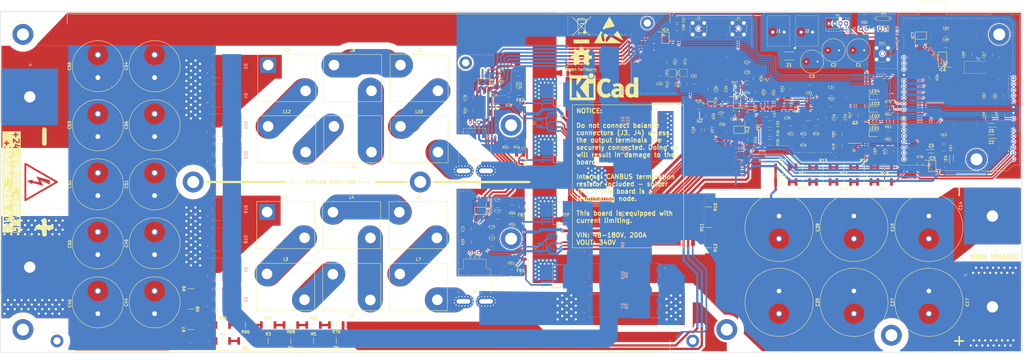
<source format=kicad_pcb>
(kicad_pcb (version 20240108) (generator "pcbnew") (generator_version "8.0")
  (layers (0 "F.Cu" signal) (31 "B.Cu" signal) (34 "B.Paste" user) (35 "F.Paste" user) (36 "B.SilkS" user "B.Silkscreen") (37 "F.SilkS" user "F.Silkscreen") (38 "B.Mask" user) (39 "F.Mask" user) (44 "Edge.Cuts" user))
  (net 0 "")
  (net 1 "StatusLED_1")
  (net 2 "Arduino_Temp2")
  (net 3 "Arduino_VOutSense")
  (net 5 "Phase1_GateGnd")
  (net 6 "Arduino_Temp1")
  (net 7 "Arduino_Ph1CM")
  (net 8 "+5V")
  (net 10 "FanPWM")
  (net 11 "StatusLED_3")
  (net 12 "RegulatorEnable_L")
  (net 13 "+12V")
  (net 14 "CAN_CS")
  (net 15 "Arduino_Ph2CM")
  (net 20 "Net-(A1-~{RESET})")
  (net 21 "CAN_SI")
  (net 22 "Arduino_VinSense")
  (net 23 "CAN_SCK")
  (net 26 "CAN_SO")
  (net 27 "StatusLED_2")
  (net 28 "FanTach")
  (net 29 "StatusLED_0")
  (net 30 "CAN_INT")
  (net 31 "+VBus_In")
  (net 32 "-VBus_In")
  (net 33 "+VBus_Out")
  (net 34 "Net-(IC1-REF)")
  (net 35 "VoltageFeedback_Multiboard")
  (net 36 "Net-(IC1-SS)")
  (net 37 "Net-(IC2-OUT2)")
  (net 38 "Net-(IC2-IN1-)")
  (net 39 "Net-(C26-Pad2)")
  (net 40 "Net-(IC2-IN1+)")
  (net 41 "V_Ref")
  (net 42 "Net-(C30-Pad1)")
  (net 43 "Net-(IC1-CS1)")
  (net 44 "Net-(IC1-CS2)")
  (net 45 "Net-(C35-Pad1)")
  (net 46 "Net-(Q1-GATE)")
  (net 47 "Net-(C36-Pad1)")
  (net 48 "Net-(Q2-GATE)")
  (net 49 "Net-(C47-Pad1)")
  (net 50 "Net-(Q4-GATE)")
  (net 51 "Net-(IC6-OSC1)")
  (net 52 "Net-(IC6-OSC2)")
  (net 53 "Net-(IC5-IN2+)")
  (net 54 "Net-(IC5-IN1+)")
  (net 55 "Net-(IC8-IN1+)")
  (net 56 "Net-(Q5-GATE)")
  (net 57 "Net-(C77-Pad1)")
  (net 58 "Net-(IC9-IN1+)")
  (net 59 "Net-(Q1-DRAIN)")
  (net 60 "Net-(Q2-DRAIN)")
  (net 61 "Phase1_Gate")
  (net 62 "Phase2_Gate")
  (net 64 "Phase2_PWM")
  (net 65 "Net-(IC1-DISCHG)")
  (net 66 "Net-(IC1-CHG)")
  (net 67 "Phase1_PWM")
  (net 68 "Net-(IC1-LINEUV)")
  (net 69 "Net-(IC1-SLOPE)")
  (net 70 "Net-(IC1-LINEHYS)")
  (net 71 "Net-(IC1-LINEOV)")
  (net 72 "Net-(IC2-OUT1)")
  (net 73 "Net-(IC3-ENBB)")
  (net 74 "Net-(IC3-ENBA)")
  (net 75 "Arduino_Ph1Curr")
  (net 76 "Arduino_Ph2Curr")
  (net 77 "Net-(IC6-TXCAN)")
  (net 86 "Net-(IC6-~{RESET})")
  (net 87 "Net-(IC6-RXCAN)")
  (net 89 "CanL_External")
  (net 90 "CanH_External")
  (net 91 "Ph1_CurrentSense")
  (net 92 "Ph2_CurrentSense")
  (net 93 "Net-(JP1-A)")
  (net 94 "Net-(L1-Pad2)")
  (net 95 "Net-(L10-Pad1)")
  (net 96 "Net-(L2-Pad1)")
  (net 97 "Net-(L3-Pad2)")
  (net 98 "Net-(L4-Pad1)")
  (net 99 "Net-(L4-Pad2)")
  (net 100 "Net-(L6-Pad2)")
  (net 101 "Net-(U6-IP+)")
  (net 102 "Net-(L11-Pad1)")
  (net 103 "Net-(L12-Pad1)")
  (net 104 "Net-(U1-IP+)")
  (net 105 "Net-(L11-Pad2)")
  (net 106 "Net-(LED1-A)")
  (net 107 "Net-(LED2-A)")
  (net 108 "Net-(LED3-A)")
  (net 109 "Net-(LED4-A)")
  (net 112 "Net-(Q3-D)")
  (net 115 "Net-(R1-Pad2)")
  (net 116 "Net-(R2-Pad1)")
  (net 117 "Net-(R3-Pad2)")
  (net 118 "Net-(R4-Pad1)")
  (net 119 "Net-(R5-Pad2)")
  (net 120 "+VBus_In_Sense")
  (net 121 "Net-(R7-Pad2)")
  (net 122 "Net-(R8-Pad1)")
  (net 123 "Net-(R10-Pad2)")
  (net 124 "Net-(R11-Pad1)")
  (net 125 "Net-(R13-Pad2)")
  (net 126 "Net-(R14-Pad1)")
  (net 127 "Net-(R15-Pad2)")
  (net 128 "Net-(R16-Pad1)")
  (net 129 "Net-(R17-Pad2)")
  (net 130 "+VBus_Out_Sense")
  (net 131 "Net-(U2-REF)")
  (net 132 "Net-(U6-VIOUT)")
  (net 133 "Net-(U1-VIOUT)")
  (net 134 "Net-(R65-Pad2)")
  (net 135 "Net-(R66-Pad1)")
  (net 136 "Net-(R67-Pad2)")
  (net 137 "Net-(R68-Pad1)")
  (net 138 "Net-(R69-Pad2)")
  (net 139 "Net-(R72-Pad2)")
  (net 140 "Net-(R73-Pad1)")
  (net 141 "Net-(R74-Pad2)")
  (net 142 "Net-(R75-Pad1)")
  (net 143 "Net-(R76-Pad2)")
  (footprint "Capacitor_SMD:C_1210_3225Metric_Pad1.33x2.70mm_HandSolder" (layer "F.Cu") (at 329 24.5)
    (property "Reference" "C24")
    (property "Value" "10uF")
  )
  (footprint "InverterCom:1SMB2EZ15_R1_00001" (layer "F.Cu") (at 347.475 19.5 180)
    (property "Reference" "Z1")
    (property "Value" "1SMB2EZ15_R1_00001" (hide yes))
  )
  (footprint "Connector_Coaxial:SMA_Wurth_60312002114503_Vertical" (layer "F.Cu") (at 325 7.5)
    (property "Reference" "J4")
    (property "Value" "Conn_Coaxial")
  )
  (footprint "InverterCom:SOIC127P600X175-8N" (layer "F.Cu") (at 410.5 68)
    (property "Reference" "IC5")
    (property "Value" "LM358DR" (hide yes))
  )
  (footprint "Resistor_SMD:R_1210_3225Metric_Pad1.30x2.65mm_HandSolder" (layer "F.Cu") (at 359.3 51.635 180)
    (property "Reference" "R19")
    (property "Value" "12.79k")
  )
  (footprint "InverterCom:CAPPRD1000W190D2250H2700" (layer "F.Cu") (at 68 55 90)
    (property "Reference" "C56")
    (property "Value" "330uF" (hide yes))
  )
  (footprint "InverterCom:RESC6431X65N" (layer "F.Cu") (at 353.5 68.5 180)
    (property "Reference" "R14")
    (property "Value" "RC2512JK-071ML" (hide yes))
  )
  (footprint "InverterCom:CAPPRD1000W190D2250H2700" (layer "F.Cu") (at 68 29 90)
    (property "Reference" "C54")
    (property "Value" "330uF" (hide yes))
  )
  (footprint "InverterCom:LEDC3216X120N" (layer "F.Cu") (at 385 53.8)
    (property "Reference" "LED1")
    (property "Value" "LTST-C230CKT" (hide yes))
  )
  (footprint "Capacitor_SMD:C_1210_3225Metric_Pad1.33x2.70mm_HandSolder" (layer "F.Cu") (at 346.7 44.635 180)
    (property "Reference" "C20")
    (property "Value" "1uF")
  )
  (footprint "Resistor_SMD:R_1210_3225Metric_Pad1.30x2.65mm_HandSolder" (layer "F.Cu") (at 223.95 39 180)
    (property "Reference" "R45")
    (property "Value" "1")
  )
  (footprint "InverterCom:ALH82A750CB600" (layer "F.Cu") (at 343 123 -90)
    (property "Reference" "C39")
    (property "Value" "75uF" (hide yes))
  )
  (footprint "InverterCom:BEADC1608X100N" (layer "F.Cu") (at 229.2 115.5)
    (property "Reference" "FB1")
    (property "Value" "FBMJ1608HS220NTR" (hide yes))
  )
  (footprint "Resistor_SMD:R_1210_3225Metric_Pad1.30x2.65mm_HandSolder" (layer "F.Cu") (at 225.45 91.5 180)
    (property "Reference" "R55")
    (property "Value" "10k")
  )
  (footprint "Capacitor_SMD:C_1210_3225Metric_Pad1.33x2.70mm_HandSolder" (layer "F.Cu") (at 216.5625 97)
    (property "Reference" "C75")
    (property "Value" "10uF")
  )
  (footprint "InverterCom:IHDM1008BCEV2R2M20" (layer "F.Cu") (at 175.795 88.295)
    (property "Reference" "L6")
    (property "Value" "IHDM1008BCEV2R2M20" (hide yes))
  )
  (footprint "Connector_Coaxial:SMA_Wurth_60312002114503_Vertical" (layer "F.Cu") (at 388.5 18.5)
    (property "Reference" "SW1")
    (property "Value" "SW_Push")
  )
  (footprint "Capacitor_SMD:C_1210_3225Metric_Pad1.33x2.70mm_HandSolder" (layer "F.Cu") (at 298.0625 3.5)
    (property "Reference" "C57")
    (property "Value" "10uF")
  )
  (footprint "InverterCom:CAPPRD500W60D1025H1750" (layer "F.Cu") (at 360 22 180)
    (property "Reference" "C3")
    (property "Value" "1000uF" (hide yes))
  )
  (footprint "InverterCom:RESC6431X65N" (layer "F.Cu") (at 362.5 75)
    (property "Reference" "R74")
    (property "Value" "RC2512JK-071ML" (hide yes))
  )
  (footprint "InverterCom:RESC6431X65N" (layer "F.Cu") (at 362.5 68.5)
    (property "Reference" "R15")
    (property "Value" "RC2512JK-071ML" (hide yes))
  )
  (footprint "InverterCom:IHDM1008BCEV2R2M20" (layer "F.Cu") (at 117.5 115.5)
    (property "Reference" "L3")
    (property "Value" "IHDM1008BCEV2R2M20" (hide yes))
  )
  (footprint "InverterCom:ALH82A750CB600" (layer "F.Cu") (at 376 123 -90)
    (property "Reference" "C37")
    (property "Value" "75uF" (hide yes))
  )
  (footprint "InverterCom:CAPPRD500W60D1025H1750" (layer "F.Cu") (at 369.5 17 180)
    (property "Reference" "C2")
    (property "Value" "1000uF" (hide yes))
  )
  (footprint "Connector_Coaxial:SMA_Wurth_60312002114503_Vertical" (layer "F.Cu") (at 307.5 7.5)
    (property "Reference" "J3")
    (property "Value" "Conn_Coaxial")
  )
  (footprint "Symbol:WEEE-Logo_8.4x12mm_SilkScreen" (layer "F.Cu") (at 256 8)
    (property "Reference" "REF**" (hide yes))
    (property "Value" "WEEE-Logo_8.4x12mm_SilkScreen" (hide yes))
  )
  (footprint "MountingHole:MountingHole_5.3mm_M5_DIN965_Pad" (layer "F.Cu") (at 10 10)
    (property "Reference" "REF**")
    (property "Value" "MountingHole_5.3mm_M5_DIN965_Pad" (hide yes))
  )
  (footprint "InverterCom:RESC6431X65N" (layer "F.Cu") (at 138 145)
    (property "Reference" "R5")
    (property "Value" "RC2512JK-071ML" (hide yes))
  )
  (footprint "Capacitor_SMD:C_1210_3225Metric_Pad1.33x2.70mm_HandSolder" (layer "F.Cu") (at 426.5 19 90)
    (property "Reference" "C68")
    (property "Value" "22pF")
  )
  (footprint "InverterCom:1987724" (layer "F.Cu") (at 357.76 9 180)
    (property "Reference" "J2")
    (property "Value" "1987724" (hide yes))
  )
  (footprint "Capacitor_SMD:C_1210_3225Metric_Pad1.33x2.70mm_HandSolder" (layer "F.Cu") (at 307.5125 52.0625 90)
    (property "Reference" "C28")
    (property "Value" "4.7uF")
  )
  (footprint "Connector:FanPinHeader_1x04_P2.54mm_Vertical" (layer "F.Cu") (at 364.96 5.2)
    (property "Reference" "M1")
    (property "Value" "Fan_4pin")
  )
  (footprint "Resistor_SMD:R_1210_3225Metric_Pad1.30x2.65mm_HandSolder" (layer "F.Cu") (at 334 35.5 -90)
    (property "Reference" "R32")
    (property "Value" "120k")
  )
  (footprint "InverterCom:BEADC1608X100N" (layer "F.Cu") (at 230 66.3 -90)
    (property "Reference" "FB4")
    (property "Value" "FBMJ1608HS220NTR" (hide yes))
  )
  (footprint "Capacitor_SMD:C_1210_3225Metric_Pad1.33x2.70mm_HandSolder" (layer "F.Cu") (at 337.4375 45)
    (property "Reference" "C34")
    (property "Value" "100nF")
  )
  (footprint "InverterCom:IHDM1008BCEV2R2M20" (layer "F.Cu") (at 176.295 50.5)
    (property "Reference" "L10")
    (property "Value" "IHDM1008BCEV2R2M20" (hide yes))
  )
  (footprint "InverterCom:RESC6431X65N" (layer "F.Cu") (at 128 138 180)
    (property "Reference" "R68")
    (property "Value" "RC2512JK-071ML" (hide yes))
  )
  (footprint "Capacitor_SMD:C_1210_3225Metric_Pad1.33x2.70mm_HandSolder" (layer "F.Cu") (at 220.4375 28)
    (property "Reference" "C79")
    (property "Value" "100nF")
  )
  (footprint "InverterCom:SIHFR120GE3" (layer "F.Cu") (at 376.5 56.946)
    (property "Reference" "Q3")
    (property "Value" "SIHFR120-GE3" (hide yes))
  )
  (footprint "InverterCom:LEDC3216X120N" (layer "F.Cu") (at 385.05 48.5)
    (property "Reference" "LED2")
    (property "Value" "LTST-C230GKT" (hide yes))
  )
  (footprint "Resistor_SMD:R_1210_3225Metric_Pad1.30x2.65mm_HandSolder" (layer "F.Cu") (at 296 32 90)
    (property "Reference" "R43")
    (property "Value" "0")
  )
  (footprint "InverterCom:IHDM1008BCEV2R2M20" (layer "F.Cu") (at 117.545 88.25)
    (property "Reference" "L1")
    (property "Value" "IHDM1008BCEV2R2M20" (hide yes))
  )
  (footprint "InverterCom:RESC6431X65N" (layer "F.Cu") (at 98 138)
    (property "Reference" "R65")
    (property "Value" "RC2512JK-071ML" (hide yes))
  )
  (footprint "InverterCom:RESC6431X65N" (layer "F.Cu") (at 98 145)
    (property "Reference" "R1")
    (property "Value" "RC2512JK-071ML" (hide yes))
  )
  (footprint "Capacitor_SMD:C_1210_3225Metric_Pad1.33x2.70mm_HandSolder" (layer "F.Cu") (at 230 85.9375 -90)
    (property "Reference" "C47")
    (property "Value" "1nF")
  )
  (footprint "Resistor_SMD:R_1210_3225Metric_Pad1.30x2.65mm_HandSolder" (layer "F.Cu") (at 391.05 48.5 180)
    (property "Reference" "R63")
    (property "Value" "220")
  )
  (footprint "TestPoint:TestPoint_Pad_3.0x3.0mm" (layer "F.Cu") (at 300.95 26.95 90)
    (property "Reference" "TP1")
    (property "Value" "TestPoint")
  )
  (footprint "" (layer "F.Cu") (at 392.5 142.5)
    (property "Reference" "")
    (property "Value" "")
  )
  (footprint "InverterCom:IHDM1008BCEV2R2M20" (layer "F.Cu") (at 146.545 88.295)
    (property "Reference" "L4")
    (property "Value" "IHDM1008BCEV2R2M20" (hide yes))
  )
  (footprint "Resistor_SMD:R_1210_3225Metric_Pad1.30x2.65mm_HandSolder" (layer "F.Cu") (at 329 33.5 180)
    (property "Reference" "R34")
    (property "Value" "1k")
  )
  (footprint "InverterCom:SOP65P640X120-20N" (layer "F.Cu") (at 415 21 180)
    (property "Reference" "IC6")
    (property "Value" "MCP2515-e_ST" (hide yes))
  )
  (footprint "Capacitor_SMD:C_1210_3225Metric_Pad1.33x2.70mm_HandSolder" (layer "F.Cu") (at 217.4375 39)
    (property "Reference" "C76")
    (property "Value" "10uF")
  )
  (footprint "Resistor_SMD:R_1210_3225Metric_Pad1.30x2.65mm_HandSolder" (layer "F.Cu") (at 318 47.5 180)
    (property "Reference" "R30")
    (property "Value" "0")
  )
  (footprint "Resistor_SMD:R_1210_3225Metric_Pad1.30x2.65mm_HandSolder" (layer "F.Cu") (at 369.5 54 -90)
    (property "Reference" "R80")
    (property "Value" "100k")
  )
  (footprint "Resistor_SMD:R_1210_3225Metric_Pad1.30x2.65mm_HandSolder" (layer "F.Cu") (at 224.95 115 180)
    (property "Reference" "R51")
    (property "Value" "10k")
  )
  (footprint "InverterCom:BEADC1608X100N" (layer "F.Cu") (at 229 40.5)
    (property "Reference" "FB2")
    (property "Value" "FBMJ1608HS220NTR" (hide yes))
  )
  (footprint "Capacitor_SMD:C_1210_3225Metric_Pad1.33x2.70mm_HandSolder" (layer "F.Cu") (at 290.4375 29.5 180)
    (property "Reference" "C32")
    (property "Value" "470pF")
  )
  (footprint "Capacitor_SMD:C_1210_3225Metric_Pad1.33x2.70mm_HandSolder" (layer "F.Cu") (at 216.5625 102)
    (property "Reference" "C73")
    (property "Value" "100nF")
  )
  (footprint "" (layer "F.Cu") (at 225 100)
    (property "Reference" "")
    (property "Value" "")
  )
  (footprint "InverterCom:SOIC127P600X175-8N" (layer "F.Cu") (at 293 11.5)
    (property "Reference" "IC4")
    (property "Value" "LM358DR" (hide yes))
  )
  (footprint "TestPoint:TestPoint_Pad_3.0x3.0mm" (layer "F.Cu") (at 296 27 90)
    (property "Reference" "TP2")
    (property "Value" "TestPoint")
  )
  (footprint "InverterCom:CAPPRD1000W190D2250H2700" (layer "F.Cu") (at 43 133 90)
    (property "Reference" "C45")
    (property "Value" "330uF" (hide yes))
  )
  (footprint "InverterCom:WireSolderJoint" (layer "F.Cu") (at 437 130 90)
    (property "Reference" "J9")
    (property "Value" "~")
  )
  (footprint "" (layer "F.Cu") (at 440 10)
    (property "Reference" "")
    (property "Value" "")
  )
  (footprint "InverterCom:RESC6431X65N" (layer "F.Cu") (at 108 138 180)
    (property "Reference" "R66")
    (property "Value" "RC2512JK-071ML" (hide yes))
  )
  (footprint "InverterCom:UCC28220D" (layer "F.Cu") (at 356 43 90)
    (property "Reference" "IC1")
    (property "Value" "UCC28220D" (hide yes))
  )
  (footprint "Capacitor_SMD:C_1210_3225Metric_Pad1.33x2.70mm_HandSolder" (layer "F.Cu") (at 328.9375 29)
    (property "Reference" "C23")
    (property "Value" "100nF")
  )
  (footprint "MountingHole:MountingHole_5.3mm_M5_DIN965_Pad" (layer "F.Cu") (at 85 75)
    (property "Reference" "REF**")
    (property "Value" "MountingHole_5.3mm_M5_DIN965_Pad" (hide yes))
  )
  (footprint "InverterCom:RESC6431X65N" (layer "F.Cu") (at 371.5 75 180)
    (property "Reference" "R75")
    (property "Value" "RC2512JK-071ML" (hide yes))
  )
  (footprint "Capacitor_SMD:C_1210_3225Metric_Pad1.33x2.70mm_HandSolder" (layer "F.Cu") (at 218.9375 85)
    (property "Reference" "C74")
    (property "Value" "100nF")
  )
  (footprint "Resistor_SMD:R_1210_3225Metric_Pad1.30x2.65mm_HandSolder" (layer "F.Cu") (at 353.7 56.635 180)
    (property "Reference" "R20")
    (property "Value" "101.85k")
  )
  (footprint "Resistor_SMD:R_1210_3225Metric_Pad1.30x2.65mm_HandSolder" (layer "F.Cu") (at 312.0125 46.0625 -90)
    (property "Reference" "R29")
    (property "Value" "0")
  )
  (footprint "Resistor_SMD:R_1210_3225Metric_Pad1.30x2.65mm_HandSolder" (layer "F.Cu") (at 228.5 29.5 180)
    (property "Reference" "R40")
    (property "Value" "10k")
  )
  (footprint "InverterCom:RESC6431X65N" (layer "F.Cu") (at 371.5 68.5 180)
    (property "Reference" "R16")
    (property "Value" "RC2512JK-071ML" (hide yes))
  )
  (footprint "Capacitor_SMD:C_1210_3225Metric_Pad1.33x2.70mm_HandSolder" (layer "F.Cu") (at 229 62.5)
    (property "Reference" "C77")
    (property "Value" "1nF")
  )
  (footprint "InverterCom:WireSolderJoint" (layer "F.Cu") (at 13 37.5)
    (property "Reference" "J8")
    (property "Value" "~")
  )
  (footprint "InverterCom:RESC6431X65N" (layer "F.Cu") (at 148 145 180)
    (property "Reference" "R6")
    (property "Value" "RC2512JK-071ML" (hide yes))
  )
  (footprint "InverterCom:RESC6431X65N" (layer "F.Cu") (at 344.5 68.5)
    (property "Reference" "R13")
    (property "Value" "RC2512JK-071ML" (hide yes))
  )
  (footprint "Capacitor_SMD:C_1210_3225Metric_Pad1.33x2.70mm_HandSolder" (layer "F.Cu") (at 356.2 33.635 180)
    (property "Reference" "C22")
    (property "Value" "1uF")
  )
  (footprint "Resistor_SMD:R_1210_3225Metric_Pad1.30x2.65mm_HandSolder" (layer "F.Cu") (at 369.5 59.45 -90)
    (property "Reference" "R48")
    (property "Value" "300k")
  )
  (footprint "Capacitor_SMD:C_1210_3225Metric_Pad1.33x2.70mm_HandSolder" (layer "F.Cu") (at 365 46.5625 -90)
    (property "Reference" "C18")
    (property "Value" "100nF")
  )
  (footprint "Resistor_SMD:R_1210_3225Metric_Pad1.30x2.65mm_HandSolder" (layer "F.Cu") (at 301 31.95 90)
    (property "Reference" "R41")
    (property "Value" "0")
  )
  (footprint "InverterCom:RESC6431X65N" (layer "F.Cu") (at 312 104 -90)
    (property "Reference" "R12")
    (property "Value" "RC2512JK-071ML" (hide yes))
  )
  (footprint "Capacitor_SMD:C_1210_3225Metric_Pad1.33x2.70mm_HandSolder" (layer "F.Cu") (at 366 35.5625)
    (property "Reference" "C21")
    (property "Value" "180pF")
  )
  (footprint "Symbol:ESD-Logo_13.2x12mm_SilkScreen" (layer "F.Cu") (at 268 8)
    (property "Reference" "REF**" (hide yes))
    (property "Value" "ESD-Logo_13.2x12mm_SilkScreen" (hide yes))
  )
  (footprint "Resistor_SMD:R_1210_3225Metric_Pad1.30x2.65mm_HandSolder" (layer "F.Cu") (at 330.5 42.55 -90)
    (property "Reference" "R33")
    (property "Value" "28k")
  )
  (footprint "InverterCom:RESC6431X65N" (layer "F.Cu") (at 84 122 90)
    (property "Reference" "R9")
    (property "Value" "RC2512JK-071ML" (hide yes))
  )
  (footprint "InverterCom:RESC6431X65N" (layer "F.Cu") (at 344.5 75)
    (property "Reference" "R72")
    (property "Value" "RC2512JK-071ML" (hide yes))
  )
  (footprint "InverterCom:Arduino_UNO_R3_ModifiedCourtyard" (layer "F.Cu") (at 446.26 29.325 -90)
    (property "Reference" "A1")
    (property "Value" "Arduino_UNO_R3")
  )
  (footprint "InverterCom:SOD3716X135N" (layer "F.Cu") (at 436.5 50 180)
    (property "Reference" "Z5")
    (property "Value" "MMSZ5231B-TP" (hide yes))
  )
  (footprint "InverterCom:SOD3716X135N" (layer "F.Cu") (at 410 61.5)
    (property "Reference" "Z3")
    (property "Value" "MMSZ5231B-TP" (hide yes))
  )
  (footprint "Capacitor_SMD:C_1210_3225Metric_Pad1.33x2.70mm_HandSolder" (layer "F.Cu") (at 206 95.5625 90)
    (property "Reference" "C71")
    (property "Value" "470pF")
  )
  (footprint "Capacitor_SMD:C_1210_3225Metric_Pad1.33x2.70mm_HandSolder" (layer "F.Cu") (at 415.5 56.5)
    (property "Reference" "C63")
    (property "Value" "10uF")
  )
  (footprint "Resistor_SMD:R_1210_3225Metric_Pad1.30x2.65mm_HandSolder" (layer "F.Cu") (at 338.95 57.5 180)
    (property "Reference" "R38")
    (property "Value" "~")
  )
  (footprint "Capacitor_SMD:C_1210_3225Metric_Pad1.33x2.70mm_HandSolder" (layer "F.Cu") (at 230.5 110.5625 -90)
    (property "Reference" "C35")
    (property "Value" "1nF")
  )
  (footprint "InverterCom:RESC6431X65N" (layer "F.Cu") (at 84 131 -90)
    (property "Reference" "R8")
    (property "Value" "RC2512JK-071ML" (hide yes))
  )
  (footprint "" (layer "F.Cu") (at 305 145)
    (property "Reference" "")
    (property "Value" "")
  )
  (footprint "InverterCom:RESC6431X65N" (layer "F.Cu") (at 118 138)
    (property "Reference" "R67")
    (property "Value" "RC2512JK-071ML" (hide yes))
  )
  (footprint "InverterCom:WireSolderJoint" (layer "F.Cu") (at 13 112.5)
    (property "Reference" "J7")
    (property "Value" "~")
  )
  (footprint "Resistor_SMD:R_1210_3225Metric_Pad1.30x2.65mm_HandSolder" (layer "F.Cu") (at 405 67.05 90)
    (property "Reference" "R78")
    (property "Value" "40k")
  )
  (footprint "Capacitor_SMD:C_1210_3225Metric_Pad1.33x2.70mm_HandSolder" (layer "F.Cu") (at 435.5 45.5625 90)
    (property "Reference" "C59")
    (property "Value" "10uF")
  )
  (footprint "InverterCom:ALH82A750CB600" (layer "F.Cu") (at 409 123 -90)
    (property "Reference" "C17")
    (property "Value" "75uF" (hide yes))
  )
  (footprint "InverterCom:WireSolderJoint" (layer "F.Cu") (at 437 90 90)
    (property "Reference" "J10")
    (property "Value" "~")
  )
  (footprint "Resistor_SMD:R_1210_3225Metric_Pad1.30x2.65mm_HandSolder" (layer "F.Cu") (at 338.5 35.5 -90)
    (property "Reference" "R31")
    (property "Value" "45.00k")
  )
  (footprint "Capacitor_SMD:C_1210_3225Metric_Pad1.33x2.70mm_HandSolder" (layer "F.Cu") (at 323 45 180)
    (property "Reference" "C29")
    (property "Value" "1nF")
  )
  (footprint "Resistor_SMD:R_1210_3225Metric_Pad1.30x2.65mm_HandSolder" (layer "F.Cu") (at 346.7 34.085 90)
    (property "Reference" "R23")
    (property "Value" "40.8k")
  )
  (footprint "InverterCom:SOIC127P600X175-8N" (layer "F.Cu") (at 325.5 52 -90)
    (property "Reference" "IC3")
    (property "Value" "UCC27424QDRQ1" (hide yes))
  )
  (footprint "InverterCom:RESC6431X65N" (layer "F.Cu") (at 148 138 180)
    (property "Reference" "R70")
    (property "Value" "1M" (hide yes))
  )
  (footprint "Resistor_SMD:R_1210_3225Metric_Pad1.30x2.65mm_HandSolder" (layer "F.Cu") (at 348.2 51.635 180)
    (property "Reference" "R21")
    (property "Value" "149.21k")
  )
  (footprint "InverterCom:RESC6431X65N" (layer "F.Cu") (at 312 86 -90)
    (property "Reference" "R10")
    (property "Value" "RC2512JK-071ML" (hide yes))
  )
  (footprint "InverterCom:RESC6431X65N" (layer "F.Cu") (at 312 95 90)
    (property "Reference" "R11")
    (property "Value" "RC2512JK-071ML" (hide yes))
  )
  (footprint "InverterCom:SOIC127P600X175-8N" (layer "F.Cu") (at 405.5 10.5 90)
    (property "Reference" "IC7")
    (property "Value" "TJA1050T_CM,118" (hide yes))
  )
  (footprint "InverterCom:SOD3716X135N" (layer "F.Cu") (at 419 64.5 90)
    (property "Reference" "Z4")
    (property "Value" "MMSZ5231B-TP" (hide yes))
  )
  (footprint "Resistor_SMD:R_1210_3225Metric_Pad1.30x2.65mm_HandSolder" (layer "F.Cu") (at 227.5 57.5 180)
    (property "Reference" "R46")
    (property "Value" "10k")
  )
  (footprint "MountingHole:MountingHole_5.3mm_M5_DIN965_Pad" (layer "F.Cu") (at 10 140)
    (property "Reference" "REF**")
    (property "Value" "MountingHole_5.3mm_M5_DIN965_Pad" (hide yes))
  )
  (footprint "Resistor_SMD:R_1210_3225Metric_Pad1.30x2.65mm_HandSolder" (layer "F.Cu") (at 391.05 54 180)
    (property "Reference" "R62")
    (property "Value" "220")
  )
  (footprint "InverterCom:RESC6431X65N" (layer "F.Cu") (at 118 145)
    (property "Reference" "R3")
    (property "Value" "RC2512JK-071ML" (hide yes))
  )
  (footprint "Capacitor_SMD:C_1210_3225Metric_Pad1.33x2.70mm_HandSolder" (layer "F.Cu") (at 435.5 37.0625 90)
    (property "Reference" "C62")
    (property "Value" "10uF")
  )
  (footprint "Capacitor_SMD:C_1210_3225Metric_Pad1.33x2.70mm_HandSolder" (layer "F.Cu") (at 305.5 30.5)
    (property "Reference" "C31")
    (property "Value" "470pF")
  )
  (footprint "Capacitor_SMD:C_1210_3225Metric_Pad1.33x2.70mm_HandSolder" (layer "F.Cu") (at 207 38 90)
    (property "Reference" "C78")
    (property "Value" "470pF")
  )
  (footprint "Capacitor_SMD:C_1210_3225Metric_Pad1.33x2.70mm_HandSolder" (layer "F.Cu") (at 317.5 34 -90)
    (property "Reference" "C25")
    (property "Value" "10nF")
  )
  (footprint "InverterCom:SOT95P237X112-3N" (layer "F.Cu") (at 308.0125 45.5625 180)
    (property "Reference" "U2")
    (property "Value" "TL431AIDBZR" (hide yes))
  )
  (footprint "InverterCom:CAPPRD1000W190D2250H2700" (layer "F.Cu") (at 68 81 90)
    (property "Reference" "C51")
    (property "Value" "330uF" (hide yes))
  )
  (footprint "Resistor_SMD:R_1210_3225Metric_Pad1.30x2.65mm_HandSolder" (layer "F.Cu") (at 249.05 91.5)
    (property "Reference" "R58")
    (property "Value" "0")
  )
  (footprint "InverterCom:SOIC127P600X175-8N" (layer "F.Cu") (at 213 31 -90)
    (property "Reference" "IC9")
    (property "Value" "LM358DR" (hide yes))
  )
  (footprint "InverterCom:SOD3716X135N" (layer "F.Cu") (at 436.5 55 180)
    (property "Reference" "Z2")
    (property "Value" "MMSZ5231B-TP" (hide yes))
  )
  (footprint "InverterCom:IHDM1008BCEV2R2M20" (layer "F.Cu") (at 176 115.545)
    (property "Reference" "L7")
    (property "Value" "IHDM1008BCEV2R2M20" (hide yes))
  )
  (footprint "Resistor_SMD:R_1210_3225Metric_Pad1.30x2.65mm_HandSolder" (layer "F.Cu") (at 330.5 56.5 -90)
    (property "Reference" "R49")
    (property "Value" "100k")
  )
  (footprint "Resistor_SMD:R_1210_3225Metric_Pad1.30x2.65mm_HandSolder" (layer "F.Cu") (at 392 61.5 90)
    (property "Reference" "R71")
    (property "Value" "120k")
  )
  (footprint "Resistor_SMD:R_1210_3225Metric_Pad1.30x2.65mm_HandSolder" (layer "F.Cu") (at 331.5 51 -90)
    (property "Reference" "R50")
    (property "Value" "100k")
  )
  (footprint "InverterCom:CAPPRD1000W190D2250H2700" (layer "F.Cu") (at 43 107 90)
    (property "Reference" "C50")
    (property "Value" "330uF" (hide yes))
  )
  (footprint "Capacitor_SMD:C_1210_3225Metric_Pad1.33x2.70mm_HandSolder" (layer "F.Cu") (at 228.5 35.5)
    (property "Reference" "C36")
    (property "Value" "1nF")
  )
  (footprint "InverterCom:SOIC127P600X175-8N" (layer "F.Cu") (at 324.5 40)
    (property "Reference" "IC2")
    (property "Value" "LM358DR" (hide yes))
  )
  (footprint "InverterCom:SOIC127P600X175-8N" (layer "F.Cu") (at 211.5 87.711 -90)
    (property "Reference" "IC8")
    (property "Value" "LM358DR" (hide yes))
  )
  (footprint "Resistor_SMD:R_1210_3225Metric_Pad1.30x2.65mm_HandSolder" (layer "F.Cu") (at 353.75 51.635 180)
    (property "Reference" "R22")
    (property "Value" "100k")
  )
  (footprint "InverterCom:1987724" (layer "F.Cu") (at 345.26 9 180)
    (property "Reference" "J1")
    (property "Value" "1987724" (hide yes))
  )
  (footprint "Sensor_Current:Allegro_CB_PFF" (layer "F.Cu") (at 210.9 106.175 180)
    (property "Reference" "U6")
    (property "Value" "ACS758xCB-200U-PFF")
  )
  (footprint "InverterCom:ALH82A750CB600" (layer "F.Cu") (at 409 90 -90)
    (property "Reference" "C14")
    (property "Value" "75uF" (hide yes))
  )
  (footprint "Resistor_SMD:R_1210_3225Metric_Pad1.30x2.65mm_HandSolder" (layer "F.Cu") (at 380.55 2.5 180)
    (property "Reference" "R60")
    (property "Value" "120")
  )
  (footprint "" (layer "F.Cu") (at 205 22.5)
    (property "Reference" "")
    (property "Value" "")
  )
  (footprint "InverterCom:RESC6431X65N" (layer "F.Cu") (at 128 145 180)
    (property "Reference" "R4")
    (property "Value" "RC2512JK-071ML" (hide yes))
  )
  (footprint "InverterCom:CAPPRD1000W190D2250H2700" (layer "F.Cu") (at 68 133 90)
    (property "Reference" "C44")
    (property "Value" "330uF" (hide yes))
  )
  (footprint "Capacitor_SMD:C_1210_3225Metric_Pad1.33x2.70mm_HandSolder" (layer "F.Cu") (at 337.4375 40.75)
    (property "Reference" "C33")
    (property "Value" "10uF")
  )
  (footprint "InverterCom:CAPPRD1000W190D2250H2700" (layer "F.Cu") (at 43 55 90)
    (property "Reference" "C53")
    (property "Value" "330uF" (hide yes))
  )
  (footprint "Capacitor_SMD:C_1210_3225Metric_Pad1.33x2.70mm_HandSolder" (layer "F.Cu") (at 217.5 44.5)
    (property "Reference" "C48")
    (property "Value" "100nF")
  )
  (footprint "Resistor_SMD:R_1210_3225Metric_Pad1.30x2.65mm_HandSolder" (layer "F.Cu") (at 335.5 61.95 -90)
    (property "Reference" "R37")
    (property "Value" "100k")
  )
  (footprint "Resistor_SMD:R_1210_3225Metric_Pad1.30x2.65mm_HandSolder" (layer "F.Cu") (at 207 43.45 90)
    (property "Reference" "R54")
    (property "Value" "4.7k")
  )
  (footprint "" (layer "F.Cu") (at 185 75)
    (property "Reference" "")
    (property "Value" "")
  )
  (footprint "Resistor_SMD:R_1210_3225Metric_Pad1.30x2.65mm_HandSolder" (layer "F.Cu") (at 333 29.45 -90)
    (property "Reference" "R35")
    (property "Value" "1k")
  )
  (footprint "Resistor_SMD:R_1210_3225Metric_Pad1.30x2.65mm_HandSolder" (layer "F.Cu") (at 391.05 37.5 180)
    (property "Reference" "R79")
    (property "Value" "220")
  )
  (footprint "InverterCom:IHDM1008BCEV2R2M20" (layer "F.Cu") (at 147 23.5)
    (property "Reference" "L8")
    (property "Value" "IHDM1008BCEV2R2M20" (hide yes))
  )
  (footprint "Resistor_SMD:R_1210_3225Metric_Pad1.30x2.65mm_HandSolder" (layer "F.Cu") (at 299.5 22 -90)
    (property "Reference" "R42")
    (property "Value" "~")
  )
  (footprint "InverterCom:RESC6431X65N" (layer "F.Cu") (at 389.5 68.5 180)
    (property "Reference" "R18")
    (property "Value" "RC2512JK-071ML" (hide yes))
  )
  (footprint "Capacitor_SMD:C_1210_3225Metric_Pad1.33x2.70mm_HandSolder" (layer "F.Cu") (at 435.5 19.0625 90)
    (property "Reference" "C67")
    (property "Value" "22pF")
  )
  (footprint "InverterCom:IHDM1008BCEV2R2M20" (layer "F.Cu") (at 118 50.5)
    (property "Reference" "L12")
    (property "Value" "IHDM1008BCEV2R2M20" (hide yes))
  )
  (footprint "Resistor_SMD:R_1210_3225Metric_Pad1.30x2.65mm_HandSolder" (layer "F.Cu") (at 225.05 108.5 180)
    (property "Reference" "R52")
    (property "Value" "1")
  )
  (footprint "Jumper:SolderJumper-3_P2.0mm_Open_TrianglePad1.0x1.5mm_NumberLabels" (layer "F.Cu") (at 388.7 3)
    (property "Reference" "JP1")
    (property "Value" "Jumper_2_Bridged")
  )
  (footprint "Capacitor_SMD:C_1210_3225Metric_Pad1.33x2.70mm_HandSolder" (layer "F.Cu") (at 401 70.5 -90)
    (property "Reference" "C70")
    (property "Value" "100nF")
  )
  (footprint "InverterCom:CAPPRD1000W190D2250H2700" (layer "F.Cu") (at 43 81 90)
    (property "Reference" "C52")
    (property "Value" "330uF" (hide yes))
  )
  (footprint "Capacitor_SMD:C_1210_3225Metric_Pad1.33x2.70mm_HandSolder" (layer "F.Cu") (at 416.5 9.5)
    (property "Reference" "C65")
    (property "Value" "100nF")
  )
  (footprint "InverterCom:CAPPRD1000W190D2250H2700" (layer "F.Cu") (at 43 29 90)
    (property "Reference" "C55")
    (property "Value" "330uF" (hide yes))
  )
  (footprint "Symbol:OSHW-Logo2_14.6x12mm_SilkScreen" (layer "F.Cu") (at 256 21)
    (property "Reference" "REF**" (hide yes))
    (property "Value" "OSHW-Logo2_14.6x12mm_SilkScreen" (hide yes))
  )
  (footprint "Connector_PinSocket_2.54mm:PinSocket_1x02_P2.54mm_Vertical" (layer "F.Cu") (at 387.46 7.5 90)
    (property "Reference" "J6")
    (property "Value" "Conn_01x02_Pin")
  )
  (footprint "Resistor_SMD:R_1210_3225Metric_Pad1.30x2.65mm_HandSolder" (layer "F.Cu") (at 206 101.45 90)
    (property "Reference" "R39")
    (property "Value" "4.7k")
  )
  (footprint "Capacitor_SMD:C_1210_3225Metric_Pad1.33x2.70mm_HandSolder" (layer "F.Cu") (at 317.5 42.5 180)
    (property "Reference" "C27")
    (property "Value" "1nF")
  )
  (footprint "InverterCom:IHDM1008BCEV2R2M20" (layer "F.Cu") (at 163.5 61.84 180)
    (property "Reference" "L11")
    (property "Value" "IHDM1008BCEV2R2M20" (hide yes))
  )
  (footprint "Capacitor_SMD:C_1210_3225Metric_Pad1.33x2.70mm_HandSolder" (layer "F.Cu") (at 313 34.0625 -90)
    (property "Reference" "C26")
    (property "Value" "~")
  )
  (footprint "InverterCom:RESC6431X65N" (layer "F.Cu") (at 380.5 75)
    (property "Reference" "R76")
    (property "Value" "RC2512JK-071ML" (hide yes))
  )
  (footprint "Symbol:Symbol_HighVoltage_Triangle_17x15mm_Copper" (layer "F.Cu") (at 18 75 -90)
    (property "Reference" "REF**" (hide yes))
    (property "Value" "Symbol_HighVoltage_Triangle_17x15mm_Copper" (hide yes))
  )
  (footprint "InverterCom:LEDC3216X120N" (layer "F.Cu") (at 385 43)
    (property "Reference" "LED3")
    (property "Value" "LTST-C230GKT" (hide yes))
  )
  (footprint "Capacitor_SMD:C_1210_3225Metric_Pad1.33x2.70mm_HandSolder" (layer "F.Cu") (at 415.5 60)
    (property "Reference" "C64")
    (property "Value" "100nF")
  )
  (footprint "Resistor_SMD:R_1210_3225Metric_Pad1.30x2.65mm_HandSolder" (layer "F.Cu") (at 311.5125 52.0625 -90)
    (property "Reference" "R27")
    (property "Value" "5.6k")
  )
  (footprint "InverterCom:RESC6431X65N" (layer "F.Cu") (at 389.5 75 180)
    (property "Reference" "R77")
    (property "Value" "1M" (hide yes))
  )
  (footprint "Resistor_SMD:R_1210_3225Metric_Pad1.30x2.65mm_HandSolder" (layer "F.Cu") (at 222.5 57.5 180)
    (property "Reference" "R53")
    (property "Value" "1")
  )
  (footprint "Resistor_SMD:R_1210_3225Metric_Pad1.30x2.65mm_HandSolder" (layer "F.Cu") (at 391 43 180)
    (property "Reference" "R64")
    (property "Value" "220")
  )
  (footprint "Resistor_SMD:R_1210_3225Metric_Pad1.30x2.65mm_HandSolder" (layer "F.Cu") (at 346.7 39.5 -90)
    (property "Reference" "R24")
    (property "Value" "10.2k")
  )
  (footprint "" (layer "F.Cu") (at 320 140)
    (property "Reference" "")
    (property "Value" "")
  )
  (footprint "InverterCom:BEADC1608X100N" (layer "F.Cu") (at 229.7 91)
    (property "Reference" "FB3")
    (property "Value" "FBMJ1608HS220NTR" (hide yes))
  )
  (footprint "InverterCom:LEDC3216X120N" (layer "F.Cu") (at 385.05 37.5)
    (property "Reference" "LED4")
    (property "Value" "LTST-C230GKT" (hide yes))
  )
  (footprint "Resistor_SMD:R_1210_3225Metric_Pad1.30x2.65mm_HandSolder" (layer "F.Cu") (at 307.5125 41.5625)
    (property "Reference" "R28")
    (property "Value" "10k")
  )
  (footprint "" (layer "F.Cu") (at 430 65)
    (property "Reference" "")
    (property "Value" "")
  )
  (footprint "Resistor_SMD:R_1210_3225Metric_Pad1.30x2.65mm_HandSolder" (layer "F.Cu") (at 338.95 53.5 180)
    (property "Reference" "R36")
    (property "Value" "800.00k")
  )
  (footprint "" (layer "F.Cu") (at 225 50)
    (property "Reference" "")
    (property "Value" "")
  )
  (footprint "InverterCom:ALH82A750CB600" (layer "F.Cu") (at 343 90 -90)
    (property "Reference" "C38")
    (property "Value" "75uF" (hide yes))
  )
  (footprint "Resistor_SMD:R_1210_3225Metric_Pad1.30x2.65mm_HandSolder" (layer "F.Cu") (at 376.5 45.5 90)
    (property "Reference" "R47")
    (property "Value" "10k")
  )
  (footprint "InverterCom:RESC6431X65N" (layer "F.Cu") (at 138 138)
    (property "Reference" "R69")
    (property "Value" "RC2512JK-071ML" (hide yes))
  )
  (footprint "Resistor_SMD:R_1210_3225Metric_Pad1.30x2.65mm_HandSolder" (layer "F.Cu") (at 410.5 29.05 -90)
    (property "Reference" "R59")
    (property "Value" "10k")
  )
  (footprint "Capacitor_SMD:C_1210_3225Metric_Pad1.33x2.70mm_HandSolder" (layer "F.Cu") (at 441 45.4375 90)
    (property "Reference" "C60")
    (property "Value" "100nF")
  )
  (footprint "InverterCom:CAPPRD500W60D1025H1750" (layer "F.Cu") (at 380.5 17 180)
    (property "Reference" "C1")
    (property "Value" "1000uF" (hide yes))
  )
  (footprint "Capacitor_SMD:C_1210_3225Metric_Pad1.33x2.70mm_HandSolder" (layer "F.Cu") (at 218.9375 90)
    (property "Reference" "C72")
    (property "Value" "10uF")
  )
  (footprint "Capacitor_SMD:C_1210_3225Metric_Pad1.33x2.70mm_HandSolder" (layer "F.Cu") (at 370 46.5 -90)
    (property "Reference" "C19")
    (property "Value" "10uF")
  )
  (footprint "InverterCom:CAPPRD1000W190D2250H2700" (layer "F.Cu") (at 68 107 90)
    (property "Reference" "C46")
    (property "Value" "330uF" (hide yes))
  )
  (footprint "Resistor_SMD:R_1210_3225Metric_Pad1.30x2.65mm_HandSolder" (layer "F.Cu") (at 248.45 27)
    (property "Reference" "R61")
    (property "Value" "0")
  )
  (footprint "Capacitor_SMD:C_1210_3225Metric_Pad1.33x2.70mm_HandSolder" (layer "F.Cu") (at 298 7)
    (property "Reference" "C58")
    (property "Value" "100nF")
  )
  (footprint "" (layer "F.Cu") (at 285 5)
    (property "Reference" "")
    (property "Value" "")
  )
  (footprint "Resistor_SMD:R_1210_3225Metric_Pad1.30x2.65mm_HandSolder" (layer "F.Cu") (at 323.5 33.5)
    (property "Reference" "R57")
    (property "Value" "1k")
  )
  (footprint "MountingHole:MountingHole_3.2mm_M3_DIN965_Pad" (layer "F.Cu") (at 25 145)
    (property "Reference" "REF**")
    (property "Value" "MountingHole_3.2mm_M3_DIN965_Pad" (hide yes))
  )
  (footprint "Resistor_SMD:R_1210_3225Metric_Pad1.30x2.65mm_HandSolder" (layer "F.Cu") (at 295 22 -90)
    (property "Reference" "R44")
    (property "Value" "~")
  )
  (footprint "Sensor_Current:Allegro_CB_PFF" (layer "F.Cu") (at 210.9 48.675 180)
    (property "Reference" "U1")
    (property "Value" "ACS758xCB-200U-PFF")
  )
  (footprint "InverterCom:IHDM1008BCEV2R2M20" (layer "F.Cu") (at 176.295 23.5)
    (property "Reference" "L2")
    (property "Value" "IHDM1008BCEV2R2M20" (hide yes))
  )
  (footprint "Capacitor_SMD:C_1210_3225Metric_Pad1.33x2.70mm_HandSolder" (layer "F.Cu") (at 220.4375 33)
    (property "Reference" "C80")
    (property "Value" "10uF")
  )
  (footprint "Resistor_SMD:R_1210_3225Metric_Pad1.30x2.65mm_HandSolder" (layer "F.Cu") (at 366 40.5625)
    (property "Reference" "R25")
    (property "Value" "7k")
  )
  (footprint "Resistor_SMD:R_1210_3225Metric_Pad1.30x2.65mm_HandSolder" (layer "F.Cu") (at 313 39 -90)
    (property "Reference" "R26")
    (property "Value" "100k")
  )
  (footprint "InverterCom:IHDM1008BCEV2R2M20" (layer "F.Cu") (at 163 126.955 180)
    (property "Reference" "L5")
    (property "Value" "IHDM1008BCEV2R2M20" (hide yes))
  )
  (footprint "Connector_PinSocket_2.54mm:PinSocket_1x02_P2.54mm_Vertical" (layer "F.Cu") (at 379 7.5 90)
    (property "Reference" "J5")
    (property "Value" "Conn_01x02_Pin")
  )
  (footprint "InverterCom:IHDM1008BCEV2R2M20" (layer "F.Cu") (at 118 23.5)
    (property "Reference" "L9")
    (property "Value" "IHDM1008BCEV2R2M20" (hide yes))
  )
  (footprint "InverterCom:RESC6431X65N" (layer "F.Cu") (at 380.5 68.5)
    (property "Reference" "R17")
    (property "Value" "RC2512JK-071ML" (hide yes))
  )
  (footprint "Capacitor_SMD:C_1210_3225Metric_Pad1.33x2.70mm_HandSolder" (layer "F.Cu") (at 338.9625 49.5)
    (property "Reference" "C30")
    (property "Value" "1nF")
  )
  (footprint "Resistor_SMD:R_1210_3225Metric_Pad1.30x2.65mm_HandSolder" (layer "F.Cu") (at 225.45 86.5 180)
    (property "Reference" "R56")
    (property "Value" "1")
  )
  (footprint "InverterCom:ALH82A750CB600" (layer "F.Cu") (at 376 90 -90)
    (property "Reference" "C15")
    (property "Value" "75uF" (hide yes))
  )
  (footprint "Capacitor_SMD:C_1210_3225Metric_Pad1.33x2.70mm_HandSolder" (layer "F.Cu") (at 416.5 14.5)
    (property "Reference" "C66")
    (property "Value" "10uF")
  )
  (footprint "Symbol:KiCad-Logo_12mm_SilkScreen" (layer "F.Cu") (at 266 33)
    (property "Reference" "REF**" (hide yes))
    (property "Value" "KiCad-Logo_12mm_SilkScreen" (hide yes))
  )
  (footprint "Capacitor_SMD:C_1210_3225Metric_Pad1.33x2.70mm_HandSolder" (layer "F.Cu") (at 387.5 61.5 90)
    (property "Reference" "C69")
    (property "Value" "100nF")
  )
  (footprint "InverterCom:RESC6431X65N" (layer "F.Cu") (at 108 145 180)
    (property "Reference" "R2")
    (property "Value" "RC2512JK-071ML" (hide yes))
  )
  (footprint "Crystal:Crystal_SMD_7050-2Pin_7.0x5.0mm_HandSoldering" (layer "F.Cu") (at 430.85 24.5)
    (property "Reference" "Y1")
    (property "Value" "8MHz")
  )
  (footprint "InverterCom:RESC6431X65N" (layer "F.Cu") (at 84 140 90)
    (property "Reference" "R7")
    (property "Value" "RC2512JK-071ML" (hide yes))
  )
  (footprint "InverterCom:RESC6431X65N" (layer "F.Cu") (at 353.5 75 180)
    (property "Reference" "R73")
    (property "Value" "RC2512JK-071ML" (hide yes))
  )
  (footprint "Capacitor_SMD:C_1210_3225Metric_Pad1.33x2.70mm_HandSolder" (layer "F.Cu") (at 440.5 37.0625 90)
    (property "Reference" "C61")
    (property "Value" "100nF")
  )
  (footprint "InverterCom:VS30CDU06HM3I" (layer "B.Cu") (at 97.71928 63 90)
    (property "Reference" "D12")
    (property "Value" "VS-30CDU06HM3_I" (hide yes))
  )
  (footprint "InverterCom:VS30CDU06HM3I" (layer "B.Cu") (at 97.71928 113.5 90)
    (property "Reference" "D2")
    (property "Value" "VS-30CDU06HM3_I" (hide yes))
  )
  (footprint "InverterCom:VS30CDU06HM3I" (layer "B.Cu") (at 97.692 126.75 90)
    (property "Reference" "D1")
    (property "Value" "VS-30CDU06HM3_I" (hide yes))
  )
  (footprint "Package_SO:SOIC-8_3.9x4.9mm_P1.27mm" (layer "B.Cu") (at 243.095 102 90)
    (property "Reference" "U5")
    (property "Value" "TMP36xS")
  )
  (footprint "InverterCom:TO127P1500X470-8N-2-V1" (layer "B.Cu") (at 246 116.5)
    (property "Reference" "Q1" (hide yes))
    (property "Value" "IMBG65R015M2H" (hide yes))
  )
  (footprint "InverterCom:VS30CDU06HM3I" (layer "B.Cu") (at 263.692 47.96 90)
    (property "Reference" "D17")
    (property "Value" "VS-30CDU06HM3_I" (hide yes))
  )
  (footprint "InverterCom:VS30CDU06HM3I" (layer "B.Cu") (at 97.71928 37 90)
    (property "Reference" "D4")
    (property "Value" "VS-30CDU06HM3_I" (hide yes))
  )
  (footprint "InverterCom:VS30CDU06HM3I" (layer "B.Cu") (at 97.71928 87 90)
    (property "Reference" "D19")
    (property "Value" "VS-30CDU06HM3_I" (hide yes))
  )
  (footprint "Capacitor_SMD:C_1210_3225Metric_Pad1.33x2.70mm_HandSolder" (layer "B.Cu") (at 237.5 48.9375 -90)
    (property "Reference" "C5")
    (property "Value" "1uF")
  )
  (footprint "InverterCom:VS30CDU06HM3I" (layer "B.Cu") (at 263.66 61 90)
    (property "Reference" "D13")
    (property "Value" "VS-30CDU06HM3_I" (hide yes))
  )
  (footprint "InverterCom:VS30CDU06HM3I" (layer "B.Cu") (at 286.918 61 -90)
    (property "Reference" "D14")
    (property "Value" "VS-30CDU06HM3_I" (hide yes))
  )
  (footprint "InverterCom:TO127P1500X470-8N-2-V1" (layer "B.Cu") (at 246 88.75)
    (property "Reference" "Q4" (hide yes))
    (property "Value" "IMBG65R015M2H" (hide yes))
  )
  (footprint "Capacitor_SMD:C_1210_3225Metric_Pad1.33x2.70mm_HandSolder" (layer "B.Cu") (at 238 103.9375 -90)
    (property "Reference" "C4")
    (property "Value" "1uF")
  )
  (footprint "InverterCom:VS30CDU06HM3I" (layer "B.Cu") (at 263.692 129.5 90)
    (property "Reference" "D7")
    (property "Value" "VS-30CDU06HM3_I" (hide yes))
  )
  (footprint "InverterCom:VS30CDU06HM3I" (layer "B.Cu") (at 263.692 102.5 90)
    (property "Reference" "D9")
    (property "Value" "VS-30CDU06HM3_I" (hide yes))
  )
  (footprint "InverterCom:VS30CDU06HM3I" (layer "B.Cu") (at 97.71928 24 90)
    (property "Reference" "D3")
    (property "Value" "VS-30CDU06HM3_I" (hide yes))
  )
  (footprint "InverterCom:VS30CDU06HM3I" (layer "B.Cu") (at 263.692 21.5 90)
    (property "Reference" "D16")
    (property "Value" "VS-30CDU06HM3_I" (hide yes))
  )
  (footprint "InverterCom:TO127P1500X470-8N-2-V1" (layer "B.Cu") (at 246.15 36.5)
    (property "Reference" "Q2" (hide yes))
    (property "Value" "IMBG65R015M2H" (hide yes))
  )
  (footprint "InverterCom:VS30CDU06HM3I" (layer "B.Cu") (at 263.692 89.075 90)
    (property "Reference" "D8")
    (property "Value" "VS-30CDU06HM3_I" (hide yes))
  )
  (footprint "Package_SO:SOIC-8_3.9x4.9mm_P1.27mm" (layer "B.Cu") (at 243 48.525 90)
    (property "Reference" "U4")
    (property "Value" "TMP36xS")
  )
  (footprint "InverterCom:VS30CDU06HM3I" (layer "B.Cu") (at 286.308 129.76 -90)
    (property "Reference" "D5")
    (property "Value" "VS-30CDU06HM3_I" (hide yes))
  )
  (footprint "InverterCom:VS30CDU06HM3I" (layer "B.Cu") (at 97.692 100.25 90)
    (property "Reference" "D18")
    (property "Value" "VS-30CDU06HM3_I" (hide yes))
  )
  (footprint "InverterCom:VS30CDU06HM3I" (layer "B.Cu") (at 263.66 34.75 90)
    (property "Reference" "D20")
    (property "Value" "VS-30CDU06HM3_I" (hide yes))
  )
  (footprint "InverterCom:VS30CDU06HM3I" (layer "B.Cu") (at 263.692 116 90)
    (property "Reference" "D10")
    (property "Value" "VS-30CDU06HM3_I" (hide yes))
  )
  (footprint "InverterCom:VS30CDU06HM3I" (layer "B.Cu") (at 286.308 116 -90)
    (property "Reference" "D6")
    (property "Value" "VS-30CDU06HM3_I" (hide yes))
  )
  (footprint "InverterCom:VS30CDU06HM3I" (layer "B.Cu") (at 97.71928 50 90)
    (property "Reference" "D11")
    (property "Value" "VS-30CDU06HM3_I" (hide yes))
  )
  (footprint "InverterCom:VS30CDU06HM3I" (layer "B.Cu") (at 286.968 48 -90)
    (property "Reference" "D15")
    (property "Value" "VS-30CDU06HM3_I" (hide yes))
  )
  (footprint "InverterCom:TO127P1500X470-8N-2-V1" (layer "B.Cu") (at 246.15 61.5)
    (property "Reference" "Q5" (hide yes))
    (property "Value" "IMBG65R015M2H" (hide yes))
  )
  (gr_line (start 29.5 1) (end 295 1) (stroke (width 0.2)) (layer "F.SilkS"))
  (gr_line (start 295 1) (end 295 5) (stroke (width 0.2)) (layer "F.SilkS"))
  (gr_line (start 165.25 75) (end 179 75) (stroke (width 1)) (layer "F.SilkS"))
  (gr_line (start 29.5 149.25) (end 29.5 145.25) (stroke (width 0.2)) (layer "F.SilkS"))
  (gr_line (start 295 149.25) (end 29.5 149.25) (stroke (width 0.2)) (layer "F.SilkS"))
  (gr_line (start 191 75) (end 233 75) (stroke (width 1)) (layer "F.SilkS"))
  (gr_line (start 91 75) (end 125.5 75) (stroke (width 1)) (layer "F.SilkS"))
  (gr_line (start 29.5 5.5) (end 29.5 1) (stroke (width 0.2)) (layer "F.SilkS"))
  (gr_line (start 295 144.75) (end 295 149.25) (stroke (width 0.2)) (layer "F.SilkS"))
  (gr_rect (start 0 0) (end 450 150) (stroke (width 0.2)) (fill none) (layer "Edge.Cuts"))
  (gr_text "+24-190VDC, ~200A In\n+340VDC, ~20A Out" (at 5 75 270) (layer "F.SilkS" knockout) (effects (font (size 2.5 2.5) (thickness 0.5) (bold yes))))
  (gr_text "-" (at 422 79 90) (layer "F.SilkS") (effects (font (size 5 5) (thickness 0.7) (bold yes))))
  (gr_text "-" (at 20 55 270) (layer "F.SilkS") (effects (font (size 8 8) (thickness 2) (bold yes))))
  (gr_text "+" (at 20 95 270) (layer "F.SilkS") (effects (font (size 8 8) (thickness 2) (bold yes))))
  (gr_text "HIGH VOLTAGE" (at 438 108 0) (layer "F.SilkS") (effects (font (size 2 2) (thickness 0.5) (bold yes))))
  (gr_text "+" (at 422 145 90) (layer "F.SilkS") (effects (font (size 5 5) (thickness 0.7) (bold yes))))
  (gr_text "<-- AIRFLOW DIRECTION <--" (at 145.5 75 0) (layer "F.SilkS") (effects (font (size 1.5 1.5) (thickness 0.3) (bold yes))))
  (gr_text_box "NOTICE:\n\nDo not connect balance connectors (J3, J4) unless the output terminals are securely connected. Doing so will result in damage to the board.\n\nInternal CANBUS termination resistor included - solder JP1 if this board is a terminating node.\n\nThis board is equipped with current limiting.\n\nVIN: 48-180V, 200A\nVOUT: 340V" (start 252 41) (end 301 104) (layer "F.SilkS") (effects (font (size 2 2) (thickness 0.4) (bold yes)) (justify left top)) (border yes) (stroke (width 0.2)))
  (segment (start 393.195 49.645) (end 398 49.645) (width 0.2) (layer "F.Cu") (net 1))
  (segment (start 392.05 48.5) (end 393.195 49.645) (width 0.2) (layer "F.Cu") (net 1))
  (segment (start 308.727208 69) (end 274.727208 103) (width 0.7) (layer "F.Cu") (net 2))
  (segment (start 404 72.5) (end 405 73.5) (width 0.7) (layer "F.Cu") (net 2))
  (segment (start 405 73.5) (end 437 73.5) (width 0.7) (layer "F.Cu") (net 2))
  (segment (start 274.727208 103) (end 247.5 103) (width 0.7) (layer "F.Cu") (net 2))
  (segment (start 326.5 69) (end 308.727208 69) (width 0.7) (layer "F.Cu") (net 2))
  (segment (start 437 73.5) (end 445.615 64.885) (width 0.7) (layer "F.Cu") (net 2))
  (segment (start 445.615 64.885) (end 446.26 64.885) (width 0.7) (layer "F.Cu") (net 2))
  (via (at 404 72.5) (size 0.6) (drill 0.3) (layers "F.Cu" "B.Cu") (net 2))
  (via (at 247.5 103) (size 0.5) (drill 0.3) (layers "F.Cu" "B.Cu") (net 2))
  (via (at 326.5 69) (size 0.6) (drill 0.3) (layers "F.Cu" "B.Cu") (net 2))
  (segment (start 247.5 103) (end 246.025 104.475) (width 0.7) (layer "B.Cu") (net 2))
  (segment (start 246.025 104.475) (end 245 104.475) (width 0.7) (layer "B.Cu") (net 2))
  (segment (start 328 69) (end 331 66) (width 0.7) (layer "B.Cu") (net 2))
  (segment (start 342.5 66) (end 349 72.5) (width 0.7) (layer "B.Cu") (net 2))
  (segment (start 331 66) (end 342.5 66) (width 0.7) (layer "B.Cu") (net 2))
  (segment (start 349 72.5) (end 404 72.5) (width 0.7) (layer "B.Cu") (net 2))
  (segment (start 326.5 69) (end 328 69) (width 0.7) (layer "B.Cu") (net 2))
  (segment (start 407.789 67.365) (end 408.865 67.365) (width 0.5) (layer "F.Cu") (net 3))
  (segment (start 407.789 66.095) (end 407.789 61.911) (width 0.5) (layer "F.Cu") (net 3))
  (segment (start 407.789 61.911) (end 408.2 61.5) (width 0.5) (layer "F.Cu") (net 3))
  (segment (start 407.789 67.365) (end 407.789 66.095) (width 0.5) (layer "F.Cu") (net 3))
  (segment (start 408.865 67.365) (end 409 67.5) (width 0.5) (layer "F.Cu") (net 3))
  (via (at 409 67.5) (size 0.6) (drill 0.3) (layers "F.Cu" "B.Cu") (net 3))
  (segment (start 434.065 72) (end 446.26 59.805) (width 0.5) (layer "B.Cu") (net 3))
  (segment (start 411.5 70) (end 414.171751 70) (width 0.5) (layer "B.Cu") (net 3))
  (segment (start 409 67.5) (end 411.5 70) (width 0.5) (layer "B.Cu") (net 3))
  (segment (start 416.171751 72) (end 434.065 72) (width 0.5) (layer "B.Cu") (net 3))
  (segment (start 414.171751 70) (end 416.171751 72) (width 0.5) (layer "B.Cu") (net 3))
  (segment (start 306.5 64) (end 324 64) (width 1.3) (layer "F.Cu") (net 5))
  (segment (start 305 82) (end 311 76) (width 1) (layer "F.Cu") (net 5))
  (segment (start 250.6 91.5) (end 279 91.5) (width 1.3) (layer "F.Cu") (net 5))
  (segment (start 323.5 62.5) (end 306 62.5) (width 0.7) (layer "F.Cu") (net 5))
  (segment (start 305 104) (end 305 82) (width 0.7) (layer "F.Cu") (net 5))
  (segment (start 275 104.5) (end 247.5 104.5) (width 1) (layer "F.Cu") (net 5))
  (segment (start 247.25 48.775) (end 247.275 48.775) (width 0.7) (layer "F.Cu") (net 5))
  (segment (start 288.595 13.405) (end 288 14) (width 1) (layer "F.Cu") (net 5))
  (segment (start 290.289 13.405) (end 288.595 13.405) (width 1) (layer "F.Cu") (net 5))
  (segment (start 247.5 101.5) (end 274.954416 101.5) (width 0.7) (layer "F.Cu") (net 5))
  (segment (start 309.5 70.5) (end 309 70.5) (width 1) (layer "F.Cu") (net 5))
  (segment (start 274.954416 101.5) (end 308.454416 68) (width 0.7) (layer "F.Cu") (net 5))
  (segment (start 324.865 47.635) (end 325 47.5) (width 0.8) (layer "F.Cu") (net 5))
  (segment (start 256 86) (end 250.5 80.5) (width 0.7) (layer "F.Cu") (net 5))
  (segment (start 257.2 84.2) (end 281.754416 84.2) (width 0.7) (layer "F.Cu") (net 5))
  (segment (start 252.3 55.279416) (end 252.3 79.3) (width 0.7) (layer "F.Cu") (net 5))
  (segment (start 354.6375 33.635) (end 356.4 35.3975) (width 0.5) (layer "F.Cu") (net 5))
  (segment (start 219.5 58.5) (end 219.5 57.5) (width 0.7) (layer "F.Cu") (net 5))
  (segment (start 324.865 49.289) (end 324.865 47.635) (width 0.8) (layer "F.Cu") (net 5))
  (segment (start 250.5 56.025) (end 247.25 52.775) (width 0.7) (layer "F.Cu") (net 5))
  (segment (start 248.5 50) (end 248.5 51.479416) (width 0.7) (layer "F.Cu") (net 5))
  (segment (start 282.5 86) (end 256 86) (width 0.7) (layer "F.Cu") (net 5))
  (segment (start 221.5 67.125) (end 221.5 75.25) (width 0.7) (layer "F.Cu") (net 5))
  (segment (start 324 62) (end 323.5 62.5) (width 0.7) (layer "F.Cu") (net 5))
  (segment (start 221.5 75.25) (end 220.25 76.5) (width 0.7) (layer "F.Cu") (net 5))
  (segment (start 220.25 76.5) (end 215.5 76.5) (width 0.7) (layer "F.Cu") (net 5))
  (segment (start 215.5 76.5) (end 213 79) (width 0.7) (layer "F.Cu") (net 5))
  (segment (start 248.5 51.479416) (end 252.3 55.279416) (width 0.7) (layer "F.Cu") (net 5))
  (segment (start 220.95 57.5) (end 219.5 57.5) (width 0.7) (layer "F.Cu") (net 5))
  (segment (start 309 70.5) (end 275 104.5) (width 1) (layer "F.Cu") (net 5))
  (segment (start 308.454416 68) (end 324 68) (width 0.7) (layer "F.Cu") (net 5))
  (segment (start 306 62.5) (end 282.5 86) (width 0.7) (layer "F.Cu") (net 5))
  (segment (start 281.754416 84.2) (end 305.954416 60) (width 0.7) (layer "F.Cu") (net 5))
  (segment (start 356.4 35.3975) (end 356.4 39.6) (width 0.5) (layer "F.Cu") (net 5))
  (segment (start 227.5 80.5) (end 227.5 66.5) (width 0.7) (layer "F.Cu") (net 5))
  (segment (start 247.275 48.775) (end 248.5 50) (width 0.7) (layer "F.Cu") (net 5))
  (segment (start 250 24) (end 278 24) (width 0.7) (layer "F.Cu") (net 5))
  (segment (start 277 10.5) (end 272.5 15) (width 0.8) (layer "F.Cu") (net 5))
  (segment (start 356.4 39.6) (end 354.905 41.095) (width 0.5) (layer "F.Cu") (net 5))
  (segment (start 279 91.5) (end 306.5 64) (width 1.3) (layer "F.Cu") (net 5))
  (segment (start 305.954416 60) (end 324 60) (width 0.7) (layer "F.Cu") (net 5))
  (segment (start 252.3 79.3) (end 257.2 84.2) (width 0.7) (layer "F.Cu") (net 5))
  (segment (start 214 59.625) (end 221.5 67.125) (width 0.7) (layer "F.Cu") (net 5))
  (segment (start 219.5 57.5) (end 219.5 53.5) (width 0.7) (layer "F.Cu") (net 5))
  (segment (start 272.5 15) (end 250 15) (width 0.8) (layer "F.Cu") (net 5))
  (segment (start 214 53.5) (end 214 59.625) (width 0.7) (layer "F.Cu") (net 5))
  (segment (start 354.905 41.095) (end 353.3 41.095) (width 0.5) (layer "F.Cu") (net 5))
  (segment (start 250.5 80.5) (end 250.5 56.025) (width 0.7) (layer "F.Cu") (net 5))
  (segment (start 309.5 70.5) (end 324 70.5) (width 1) (layer "F.Cu") (net 5))
  (segment (start 227.5 66.5) (end 219.5 58.5) (width 0.7) (layer "F.Cu") (net 5))
  (via (at 298 36) (size 0.6) (drill 0.3) (layers "F.Cu" "B.Cu") (net 5))
  (via (at 331 12) (size 0.6) (drill 0.3) (layers "F.Cu" "B.Cu") (net 5))
  (via (at 205 79) (size 0.6) (drill 0.3) (layers "F.Cu" "B.Cu") (net 5))
  (via (at 414 3) (size 0.6) (drill 0.3) (layers "F.Cu" "B.Cu") (net 5))
  (via (at 365 62) (size 0.6) (drill 0.3) (layers "F.Cu" "B.Cu") (net 5))
  (via (at 218 116) (size 0.6) (drill 0.3) (layers "F.Cu" "B.Cu") (net 5))
  (via (at 214 19) (size 0.6) (drill 0.3) (layers "F.Cu" "B.Cu") (net 5))
  (via (at 268 1) (size 0.6) (drill 0.3) (layers "F.Cu" "B.Cu") (net 5))
  (via (at 279 36) (size 0.6) (drill 0.3) (layers "F.Cu" "B.Cu") (net 5))
  (via (at 358 62) (size 0.6) (drill 0.3) (layers "F.Cu" "B.Cu") (net 5))
  (via (at 202 28) (size 0.6) (drill 0.3) (layers "F.Cu" "B.Cu") (net 5))
  (via (at 225 27) (size 0.6) (drill 0.3) (layers "F.Cu" "B.Cu") (net 5))
  (via (at 208 53) (size 0.6) (drill 0.3) (layers "F.Cu" "B.Cu") (net 5))
  (via (at 408 3) (size 0.6) (drill 0.3) (layers "F.Cu" "B.Cu") (net 5))
  (via (at 258 1) (size 0.6) (drill 0.3) (layers "F.Cu" "B.Cu") (net 5))
  (via (at 306 3) (size 0.6) (drill 0.3) (layers "F.Cu" "B.Cu") (net 5))
  (via (at 426 3) (size 0.6) (drill 0.3) (layers "F.Cu" "B.Cu") (net 5))
  (via (at 251 1) (size 0.6) (drill 0.3) (layers "F.Cu" "B.Cu") (net 5))
  (via (at 278 36) (size 0.6) (drill 0.3) (layers "F.Cu" "B.Cu") (net 5))
  (via (at 446 6) (size 0.6) (drill 0.3) (layers "F.Cu" "B.Cu") (net 5))
  (via (at 202 47) (size 0.6) (drill 0.3) (layers "F.Cu" "B.Cu") (net 5))
  (via (at 263 1) (size 0.6) (drill 0.3) (layers "F.Cu" "B.Cu") (net 5))
  (via (at 429 3) (size 0.6) (drill 0.3) (layers "F.Cu" "B.Cu") (net 5))
  (via (at 278 34) (size 0.6) (drill 0.3) (layers "F.Cu" "B.Cu") (net 5))
  (via (at 202 101) (size 0.6) (drill 0.3) (layers "F.Cu" "B.Cu") (net 5))
  (via (at 219 116) (size 0.6) (drill 0.3) (layers "F.Cu" "B.Cu") (net 5))
  (via (at 202 95) (size 0.6) (drill 0.3) (layers "F.Cu" "B.Cu") (net 5))
  (via (at 446 19) (size 0.6) (drill 0.3) (layers "F.Cu" "B.Cu") (net 5))
  (via (at 278 10) (size 0.6) (drill 0.3) (layers "F.Cu" "B.Cu") (net 5))
  (via (at 289 36) (size 0.6) (drill 0.3) (layers "F.Cu" "B.Cu") (net 5))
  (via (at 259 1) (size 0.6) (drill 0.3) (layers "F.Cu" "B.Cu") (net 5))
  (via (at 284 36) (size 0.6) (drill 0.3) (layers "F.Cu" "B.Cu") (net 5))
  (via (at 202 81) (size 0.6) (drill 0.3) (layers "F.Cu" "B.Cu") (net 5))
  (via (at 322 3) (size 0.6) (drill 0.3) (layers "F.Cu" "B.Cu") (net 5))
  (via (at 217 19) (size 0.5) (drill 0.3) (layers "F.Cu" "B.Cu") (net 5))
  (via (at 278 24) (size 0.6) (drill 0.3) (layers "F.Cu" "B.Cu") (net 5))
  (via (at 277 10.5) (size 0.6) (drill 0.3) (layers "F.Cu" "B.Cu") (net 5))
  (via (at 385 1) (size 0.6) (drill 0.3) (layers "F.Cu" "B.Cu") (net 5))
  (via (at 320 52.5) (size 0.6) (drill 0.3) (layers "F.Cu" "B.Cu") (net 5))
  (via (at 324 62) (size 0.6) (drill 0.3) (layers "F.Cu" "B.Cu") (net 5))
  (via (at 311 3) (size 0.6) (drill 0.3) (layers "F.Cu" "B.Cu") (net 5))
  (via (at 310 3) (size 0.6) (drill 0.3) (layers "F.Cu" "B.Cu") (net 5))
  (via (at 227 82) (size 0.6) (drill 0.3) (layers "F.Cu" "B.Cu") (net 5))
  (via (at 430 30) (size 0.6) (drill 0.3) (layers "F.Cu" "B.Cu") (net 5))
  (via (at 325 3) (size 0.6) (drill 0.3) (layers "F.Cu" "B.Cu") (net 5))
  (via (at 208 19) (size 0.6) (drill 0.3) (layers "F.Cu" "B.Cu") (net 5))
  (via (at 308 3) (size 0.6) (drill 0.3) (layers "F.Cu" "B.Cu") (net 5))
  (via (at 250 10) (size 0.6) (drill 0.3) (layers "F.Cu" "B.Cu") (net 5))
  (via (at 278 30) (size 0.6) (drill 0.3) (layers "F.Cu" "B.Cu") (net 5))
  (via (at 314 3) (size 0.6) (drill 0.3) (layers "F.Cu" "B.Cu") (net 5))
  (via (at 282 1) (size 0.6) (drill 0.3) (layers "F.Cu" "B.Cu") (net 5))
  (via (at 203 19) (size 0.6) (drill 0.3) (layers "F.Cu" "B.Cu") (net 5))
  (via (at 264 1) (size 0.6) (drill 0.3) (layers "F.Cu" "B.Cu") (net 5))
  (via (at 256 1) (size 0.6) (drill 0.3) (layers "F.Cu" "B.Cu") (net 5))
  (via (at 390 25) (size 0.6) (drill 0.3) (layers "F.Cu" "B.Cu") (net 5))
  (via (at 268 10) (size 0.6) (drill 0.3) (layers "F.Cu" "B.Cu") (net 5))
  (via (at 425 3) (size 0.6) (drill 0.3) (layers "F.Cu" "B.Cu") (net 5))
  (via (at 405 3) (size 0.6) (drill 0.3) (layers "F.Cu" "B.Cu") (net 5))
  (via (at 330 3) (size 0.6) (drill 0.3) (layers "F.Cu" "B.Cu") (net 5))
  (via (at 291 36) (size 0.6) (drill 0.3) (layers "F.Cu" "B.Cu") (net 5))
  (via (at 301 60) (size 0.6) (drill 0.3) (layers "F.Cu" "B.Cu") (net 5))
  (via (at 301 52) (size 0.6) (drill 0.3) (layers "F.Cu" "B.Cu") (net 5))
  (via (at 417 3) (size 0.6) (drill 0.3) (layers "F.Cu" "B.Cu") (net 5))
  (via (at 203 53) (size 0.6) (drill 0.3) (layers "F.Cu" "B.Cu") (net 5))
  (via (at 202 82) (size 0.6) (drill 0.3) (layers "F.Cu" "B.Cu") (net 5))
  (via (at 386 25) (size 0.6) (drill 0.3) (layers "F.Cu" "B.Cu") (net 5))
  (via (at 392 25) (size 0.6) (drill 0.3) (layers "F.Cu" "B.Cu") (net 5))
  (via (at 301 55) (size 0.6) (drill 0.3) (layers "F.Cu" "B.Cu") (net 5))
  (via (at 384 1) (size 0.6) (drill 0.3) (layers "F.Cu" "B.Cu") (net 5))
  (via (at 202 97) (size 0.6) (drill 0.3) (layers "F.Cu" "B.Cu") (net 5))
  (via (at 285 1) (size 0.6) (drill 0.3) (layers "F.Cu" "B.Cu") (net 5))
  (via (at 263 10) (size 0.6) (drill 0.3) (layers "F.Cu" "B.Cu") (net 5))
  (via (at 325 47.5) (size 0.6) (drill 0.3) (layers "F.Cu" "B.Cu") (net 5))
  (via (at 446 20) (size 0.6) (drill 0.3) (layers "F.Cu" "B.Cu") (net 5))
  (via (at 419 3) (size 0.6) (drill 0.3) (layers "F.Cu" "B.Cu") (net 5))
  (via (at 281 1) (size 0.6) (drill 0.3) (layers "F.Cu" "B.Cu") (net 5))
  (via (at 301 38) (size 0.6) (drill 0.3) (layers "F.Cu" "B.Cu") (net 5))
  (via (at 202 106) (size 0.6) (drill 0.3) (layers "F.Cu" "B.Cu") (net 5))
  (via (at 420 50) (size 0.6) (drill 0.3) (layers "F.Cu" "B.Cu") (net 5))
  (via (at 387 1) (size 0.6) (drill 0.3) (layers "F.Cu" "B.Cu") (net 5))
  (via (at 320 30) (size 0.6) (drill 0.3) (layers "F.Cu" "B.Cu") (net 5))
  (via (at 292 36) (size 0.6) (drill 0.3) (layers "F.Cu" "B.Cu") (net 5))
  (via (at 403 3) (size 0.6) (drill 0.3) (layers "F.Cu" "B.Cu") (net 5))
  (via (at 250 4) (size 0.6) (drill 0.3) (layers "F.Cu" "B.Cu") (net 5))
  (via (at 323 3) (size 0.6) (drill 0.3) (layers "F.Cu" "B.Cu") (net 5))
  (via (at 250 9) (size 0.6) (drill 0.3) (layers "F.Cu" "B.Cu") (net 5))
  (via (at 304 3) (size 0.6) (drill 0.3) (layers "F.Cu" "B.Cu") (net 5))
  (via (at 273 1) (size 0.6) (drill 0.3) (layers "F.Cu" "B.Cu") (net 5))
  (via (at 250 6) (size 0.6) (drill 0.3) (layers "F.Cu" "B.Cu") (net 5))
  (via (at 254 10) (size 0.6) (drill 0.3) (layers "F.Cu" "B.Cu") (net 5))
  (via (at 354 62) (size 0.6) (drill 0.3) (layers "F.Cu" "B.Cu") (net 5))
  (via (at 202 86) (size 0.6) (drill 0.3) (layers "F.Cu" "B.Cu") (net 5))
  (via (at 273 10) (size 0.6) (drill 0.3) (layers "F.Cu" "B.Cu") (net 5))
  (via (at 331 10) (size 0.6) (drill 0.3) (layers "F.Cu" "B.Cu") (net 5))
  (via (at 437 3) (size 0.6) (drill 0.3) (layers "F.Cu" "B.Cu") (net 5))
  (via (at 202 98) (size 0.6) (drill 0.3) (layers "F.Cu" "B.Cu") (net 5))
  (via (at 413 3) (size 0.6) (drill 0.3) (layers "F.Cu" "B.Cu") (net 5))
  (via (at 225 34) (size 0.6) (drill 0.3) (layers "F.Cu" "B.Cu") (net 5))
  (via (at 202 89) (size 0.6) (drill 0.3) (layers "F.Cu" "B.Cu") (net 5))
  (via (at 267 1) (size 0.6) (drill 0.3) (layers "F.Cu" "B.Cu") (net 5))
  (via (at 446 8) (size 0.6) (drill 0.3) (layers "F.Cu" "B.Cu") (net 5))
  (via (at 229 106.5) (size 0.5) (drill 0.3) (layers "F.Cu" "B.Cu") (net 5))
  (via (at 343 59) (size 0.6) (drill 0.3) (layers "F.Cu" "B.Cu") (net 5))
  (via (at 410 3) (size 0.6) (drill 0.3) (layers "F.Cu" "B.Cu") (net 5))
  (via (at 202 102) (size 0.6) (drill 0.3) (layers "F.Cu" "B.Cu") (net 5))
  (via (at 393 25) (size 0.6) (drill 0.3) (layers "F.Cu" "B.Cu") (net 5))
  (via (at 301 56) (size 0.6) (drill 0.3) (layers "F.Cu" "B.Cu") (net 5))
  (via (at 316 3) (size 0.6) (drill 0.3) (layers "F.Cu" "B.Cu") (net 5))
  (via (at 364 62) (size 0.6) (drill 0.3) (layers "F.Cu" "B.Cu") (net 5))
  (via (at 434 3) (size 0.6) (drill 0.3) (layers "F.Cu" "B.Cu") (net 5))
  (via (at 309 3) (size 0.6) (drill 0.3) (layers "F.Cu" "B.Cu") (net 5))
  (via (at 327 3) (size 0.6) (drill 0.3) (layers "F.Cu" "B.Cu") (net 5))
  (via (at 225 28) (size 0.6) (drill 0.3) (layers "F.Cu" "B.Cu") (net 5))
  (via (at 290 1) (size 0.6) (drill 0.3) (layers "F.Cu" "B.Cu") (net 5))
  (via (at 351 62) (size 0.6) (drill 0.3) (layers "F.Cu" "B.Cu") (net 5))
  (via (at 202 100) (size 0.6) (drill 0.3) (layers "F.Cu" "B.Cu") (net 5))
  (via (at 202 103) (size 0.6) (drill 0.3) (layers "F.Cu" "B.Cu") (net 5))
  (via (at 207 116) (size 0.6) (drill 0.3) (layers "F.Cu" "B.Cu") (net 5))
  (via (at 444 30) (size 0.6) (drill 0.3) (layers "F.Cu" "B.Cu") (net 5))
  (via (at 202 37) (size 0.6) (drill 0.3) (layers "F.Cu" "B.Cu") (net 5))
  (via (at 391 1) (size 0.6) (drill 0.3) (layers "F.Cu" "B.Cu") (net 5))
  (via (at 431 3) (size 0.6) (drill 0.3) (layers "F.Cu" "B.Cu") (net 5))
  (via (at 301 49) (size 0.6) (drill 0.3) (layers "F.Cu" "B.Cu") (net 5))
  (via (at 440 30) (size 0.6) (drill 0.3) (layers "F.Cu" "B.Cu") (net 5))
  (via (at 262 10) (size 0.6) (drill 0.3) (layers "F.Cu" "B.Cu") (net 5))
  (via (at 275 1) (size 0.6) (drill 0.3) (layers "F.Cu" "B.Cu") (net 5))
  (via (at 400 20) (size 0.6) (drill 0.3) (layers "F.Cu" "B.Cu") (net 5))
  (via (at 446 10) (size 0.6) (drill 0.3) (layers "F.Cu" "B.Cu") (net 5))
  (via (at 278 35) (size 0.6) (drill 0.3) (layers "F.Cu" "B.Cu") (net 5))
  (via (at 278 23) (size 0.6) (drill 0.3) (layers "F.Cu" "B.Cu") (net 5))
  (via (at 225 30) (size 0.6) (drill 0.3) (layers "F.Cu" "B.Cu") (net 5))
  (via (at 212.5 52.5) (size 0.6) (drill 0.3) (layers "F.Cu" "B.Cu") (net 5))
  (via (at 446 21) (size 0.6) (drill 0.3) (layers "F.Cu" "B.Cu") (net 5))
  (via (at 282 36) (size 0.6) (drill 0.3) (layers "F.Cu" "B.Cu") (net 5))
  (via (at 443 3) (size 0.6) (drill 0.3) (layers "F.Cu" "B.Cu") (net 5))
  (via (at 212 116) (size 0.6) (drill 0.3) (layers "F.Cu" "B.Cu") (net 5))
  (via (at 250 24) (size 0.5) (drill 0.3) (layers "F.Cu" "B.Cu") (net 5))
  (via (at 272 1) (size 0.6) (drill 0.3) (layers "F.Cu" "B.Cu") (net 5))
  (via (at 444 28) (size 0.6) (drill 0.3) (layers "F.Cu" "B.Cu") (net 5))
  (via (at 215 19) (size 0.6) (drill 0.3) (layers "F.Cu" "B.Cu") (net 5))
  (via (at 317 3) (size 0.6) (drill 0.3) (layers "F.Cu" "B.Cu") (net 5))
  (via (at 305 104) (size 0.6) (drill 0.3) (layers "F.Cu" "B.Cu") (net 5))
  (via (at 313 3) (size 0.6) (drill 0.3) (layers "F.Cu" "B.Cu") (net 5))
  (via (at 223 111) (size 0.6) (drill 0.3) (layers "F.Cu" "B.Cu") (net 5))
  (via (at 280 1) (size 0.6) (drill 0.3) (layers "F.Cu" "B.Cu") (net 5))
  (via (at 357 62) (size 0.6) (drill 0.3) (layers "F.Cu" "B.Cu") (net 5))
  (via (at 250 2) (size 0.6) (drill 0.3) (layers "F.Cu" "B.Cu") (net 5))
  (via (at 269 1) (size 0.6) (drill 0.3) (layers "F.Cu" "B.Cu") (net 5))
  (via (at 274 1) (size 0.6) (drill 0.3) (layers "F.Cu" "B.Cu") (net 5))
  (via (at 389 1) (size 0.6) (drill 0.3) (layers "F.Cu" "B.Cu") (net 5))
  (via (at 398 16) (size 0.6) (drill 0.3) (layers "F.Cu" "B.Cu") (net 5))
  (via (at 331 15) (size 0.6) (drill 0.3) (layers "F.Cu" "B.Cu") (net 5))
  (via (at 398 12) (size 0.6) (drill 0.3) (layers "F.Cu" "B.Cu") (net 5))
  (via (at 388 1) (size 0.6) (drill 0.3) (layers "F.Cu" "B.Cu") (net 5))
  (via (at 262 1) (size 0.6) (drill 0.3) (layers "F.Cu" "B.Cu") (net 5))
  (via (at 226 26) (size 0.6) (drill 0.3) (layers "F.Cu" "B.Cu") (net 5))
  (via (at 345 59) (size 0.6) (drill 0.3) (layers "F.Cu" "B.Cu") (net 5))
  (via (at 324 60) (size 0.6) (drill 0.3) (layers "F.Cu" "B.Cu") (net 5))
  (via (at 404 3) (size 0.6) (drill 0.3) (layers "F.Cu" "B.Cu") (net 5))
  (via (at 278 31) (size 0.6) (drill 0.3) (layers "F.Cu" "B.Cu") (net 5))
  (via (at 202 40) (size 0.6) (drill 0.3) (layers "F.Cu" "B.Cu") (net 5))
  (via (at 247.5 104.5) (size 0.5) (drill 0.3) (layers "F.Cu" "B.Cu") (net 5))
  (via (at 444 35) (size 0.6) (drill 0.3) (layers "F.Cu" "B.Cu") (net 5))
  (via (at 315 3) (size 0.6) (drill 0.3) (layers "F.Cu" "B.Cu") (net 5))
  (via (at 222 37) (size 0.6) (drill 0.3) (layers "F.Cu" "B.Cu") (net 5))
  (via (at 202 39) (size 0.6) (drill 0.3) (layers "F.Cu" "B.Cu") (net 5))
  (via (at 331 5) (size 0.6) (drill 0.3) (layers "F.Cu" "B.Cu") (net 5))
  (via (at 250 3) (size 0.6) (drill 0.3) (layers "F.Cu" "B.Cu") (net 5))
  (via (at 282.5 2.5) (size 0.6) (drill 0.3) (layers "F.Cu" "B.Cu") (net 5))
  (via (at 202 25) (size 0.6) (drill 0.3) (layers "F.Cu" "B.Cu") (net 5))
  (via (at 221 114) (size 0.6) (drill 0.3) (layers "F.Cu" "B.Cu") (net 5))
  (via (at 202 112) (size 0.6) (drill 0.3) (layers "F.Cu" "B.Cu") (net 5))
  (via (at 301 41) (size 0.6) (drill 0.3) (layers "F.Cu" "B.Cu") (net 5))
  (via (at 288.014329 17.043164) (size 0.8) (drill 0.5) (layers "F.Cu" "B.Cu") (net 5))
  (via (at 301 48) (size 0.6) (drill 0.3) (layers "F.Cu" "B.Cu") (net 5))
  (via (at 219 37) (size 0.6) (drill 0.3) (layers "F.Cu" "B.Cu") (net 5))
  (via (at 329 3) (size 0.6) (drill 0.3) (layers "F.Cu" "B.Cu") (net 5))
  (via (at 212 19) (size 0.6) (drill 0.3) (layers "F.Cu" "B.Cu") (net 5))
  (via (at 287.5 2.5) (size 0.6) (drill 0.3) (layers "F.Cu" "B.Cu") (net 5))
  (via (at 442 3) (size 0.6) (drill 0.3) (layers "F.Cu" "B.Cu") (net 5))
  (via (at 202 33) (size 0.6) (drill 0.3) (layers "F.Cu" "B.Cu") (net 5))
  (via (at 202 35) (size 0.6) (drill 0.3) (layers "F.Cu" "B.Cu") (net 5))
  (via (at 324 64) (size 0.6) (drill 0.3) (layers "F.Cu" "B.Cu") (net 5))
  (via (at 346 59) (size 0.6) (drill 0.3) (layers "F.Cu" "B.Cu") (net 5))
  (via (at 347 59) (size 0.6) (drill 0.3) (layers "F.Cu" "B.Cu") (net 5))
  (via (at 202 27) (size 0.6) (drill 0.3) (layers "F.Cu" "B.Cu") (net 5))
  (via (at 294 36) (size 0.6) (drill 0.3) (layers "F.Cu" "B.Cu") (net 5))
  (via (at 301 54) (size 0.6) (drill 0.3) (layers "F.Cu" "B.Cu") (net 5))
  (via (at 270 10) (size 0.6) (drill 0.3) (layers "F.Cu" "B.Cu") (net 5))
  (via (at 202 53) (size 0.6) (drill 0.3) (layers "F.Cu" "B.Cu") (net 5))
  (via (at 433 3) (size 0.6) (drill 0.3) (layers "F.Cu" "B.Cu") (net 5))
  (via (at 361 62) (size 0.6) (drill 0.3) (layers "F.Cu" "B.Cu") (net 5))
  (via (at 286 36) (size 0.6) (drill 0.3) (layers "F.Cu" "B.Cu") (net 5))
  (via (at 222 112) (size 0.6) (drill 0.3) (layers "F.Cu" "B.Cu") (net 5))
  (via (at 342 59) (size 0.6) (drill 0.3) (layers "F.Cu" "B.Cu") (net 5))
  (via (at 202 109) (size 0.6) (drill 0.3) (layers "F.Cu" "B.Cu") (net 5))
  (via (at 202 41) (size 0.6) (drill 0.3) (layers "F.Cu" "B.Cu") (net 5))
  (via (at 278 29) (size 0.6) (drill 0.3) (layers "F.Cu" "B.Cu") (net 5))
  (via (at 208 80) (size 0.6) (drill 0.3) (layers "F.Cu" "B.Cu") (net 5))
  (via (at 202 42) (size 0.6) (drill 0.3) (layers "F.Cu" "B.Cu") (net 5))
  (via (at 283 36) (size 0.6) (drill 0.3) (layers "F.Cu" "B.Cu") (net 5))
  (via (at 331 3) (size 0.6) (drill 0.3) (layers "F.Cu" "B.Cu") (net 5))
  (via (at 204 79) (size 0.6) (drill 0.3) (layers "F.Cu" "B.Cu") (net 5))
  (via (at 261 10) (size 0.6) (drill 0.3) (layers "F.Cu" "B.Cu") (net 5))
  (via (at 312 3) (size 0.6) (drill 0.3) (layers "F.Cu" "B.Cu") (net 5))
  (via (at 221 115) (size 0.6) (drill 0.3) (layers "F.Cu" "B.Cu") (net 5))
  (via (at 250 5) (size 0.6) (drill 0.3) (layers "F.Cu" "B.Cu") (net 5))
  (via (at 446 9) (size 0.6) (drill 0.3) (layers "F.Cu" "B.Cu") (net 5))
  (via (at 202 50) (size 0.6) (drill 0.3) (layers "F.Cu" "B.Cu") (net 5))
  (via (at 202 48) (size 0.6) (drill 0.3) (layers "F.Cu" "B.Cu") (net 5))
  (via (at 445 27) (size 0.6) (drill 0.3) (layers "F.Cu" "B.Cu") (net 5))
  (via (at 331 13) (size 0.6) (drill 0.3) (layers "F.Cu" "B.Cu") (net 5))
  (via (at 202 115) (size 0.6) (drill 0.3) (layers "F.Cu" "B.Cu") (net 5))
  (via (at 446 12) (size 0.6) (drill 0.3) (layers "F.Cu" "B.Cu") (net 5))
  (via (at 446 14) (size 0.6) (drill 0.3) (layers "F.Cu" "B.Cu") (net 5))
  (via (at 400 60) (size 0.6) (drill 0.3) (layers "F.Cu" "B.Cu") (net 5))
  (via (at 202 51) (size 0.6) (drill 0.3) (layers "F.Cu" "B.Cu") (net 5))
  (via (at 289 1) (size 0.6) (drill 0.3) (layers "F.Cu" "B.Cu") (net 5))
  (via (at 279 1) (size 0.6) (drill 0.3) (layers "F.Cu" "B.Cu") (net 5))
  (via (at 398 4) (size 0.6) (drill 0.3) (layers "F.Cu" "B.Cu") (net 5))
  (via (at 202 79) (size 0.6) (drill 0.3) (layers "F.Cu" "B.Cu") (net 5))
  (via (at 266 10) (size 0.6) (drill 0.3) (layers "F.Cu" "B.Cu") (net 5))
  (via (at 209 116) (size 0.6) (drill 0.3) (layers "F.Cu" "B.Cu") (net 5))
  (via (at 321 3) (size 0.6) (drill 0.3) (layers "F.Cu" "B.Cu") (net 5))
  (via (at 430 3) (size 0.6) (drill 0.3) (layers "F.Cu" "B.Cu") (net 5))
  (via (at 203 116) (size 0.6) (drill 0.3) (layers "F.Cu" "B.Cu") (net 5))
  (via (at 439 3) (size 0.6) (drill 0.3) (layers "F.Cu" "B.Cu") (net 5))
  (via (at 274 10) (size 0.6) (drill 0.3) (layers "F.Cu" "B.Cu") (net 5))
  (via (at 302 3) (size 0.6) (drill 0.3) (layers "F.Cu" "B.Cu") (net 5))
  (via (at 352 62) (size 0.6) (drill 0.3) (layers "F.Cu" "B.Cu") (net 5))
  (via (at 407 3) (size 0.6) (drill 0.3) (layers "F.Cu" "B.Cu") (net 5))
  (via (at 278 32) (size 0.6) (drill 0.3) (layers "F.Cu" "B.Cu") (net 5))
  (via (at 301 53) (size 0.6) (drill 0.3) (layers "F.Cu" "B.Cu") (net 5))
  (via (at 225 26) (size 0.6) (drill 0.3) (layers "F.Cu" "B.Cu") (net 5))
  (via (at 428 3) (size 0.6) (drill 0.3) (layers "F.Cu" "B.Cu") (net 5))
  (via (at 356 62) (size 0.6) (drill 0.3) (layers "F.Cu" "B.Cu") (net 5))
  (via (at 204 53) (size 0.6) (drill 0.3) (layers "F.Cu" "B.Cu") (net 5))
  (via (at 372.5 37.5) (size 0.6) (drill 0.3) (layers "F.Cu" "B.Cu") (net 5))
  (via (at 331 9) (size 0.6) (drill 0.3) (layers "F.Cu" "B.Cu") (net 5))
  (via (at 252 1) (size 0.6) (drill 0.3) (layers "F.Cu" "B.Cu") (net 5))
  (via (at 436 3) (size 0.6) (drill 0.3) (layers "F.Cu" "B.Cu") (net 5))
  (via (at 435 3) (size 0.6) (drill 0.3) (layers "F.Cu" "B.Cu") (net 5))
  (via (at 202 19) (size 0.6) (drill 0.3) (layers "F.Cu" "B.Cu") (net 5))
  (via (at 301 51) (size 0.6) (drill 0.3) (layers "F.Cu" "B.Cu") (net 5))
  (via (at 202 49) (size 0.6) (drill 0.3) (layers "F.Cu" "B.Cu") (net 5))
  (via (at 217 116) (size 0.6) (drill 0.3) (layers "F.Cu" "B.Cu") (net 5))
  (via (at 446 16) (size 0.6) (drill 0.3) (layers "F.Cu" "B.Cu") (net 5))
  (via (at 202 116) (size 0.6) (drill 0.3) (layers "F.Cu" "B.Cu") (net 5))
  (via (at 285 36) (size 0.6) (drill 0.3) (layers "F.Cu" "B.Cu") (net 5))
  (via (at 359 62) (size 0.6) (drill 0.3) (layers "F.Cu" "B.Cu") (net 5))
  (via (at 271 1) (size 0.6) (drill 0.3) (layers "F.Cu" "B.Cu") (net 5))
  (via (at 389 25) (size 0.6) (drill 0.3) (layers "F.Cu" "B.Cu") (net 5))
  (via (at 202 30) (size 0.6) (drill 0.3) (layers "F.Cu" "B.Cu") (net 5))
  (via (at 207 53) (size 0.6) (drill 0.3) (layers "F.Cu" "B.Cu") (net 5))
  (via (at 324 3) (size 0.6) (drill 0.3) (layers "F.Cu" "B.Cu") (net 5))
  (via (at 446 18) (size 0.6) (drill 0.3) (layers "F.Cu" "B.Cu") (net 5))
  (via (at 411 3) (size 0.6) (drill 0.3) (layers "F.Cu" "B.Cu") (net 5))
  (via (at 398 11) (size 0.6) (drill 0.3) (layers "F.Cu" "B.Cu") (net 5))
  (via (at 202 45) (size 0.6) (drill 0.3) (layers "F.Cu" "B.Cu") (net 5))
  (via (at 216 116) (size 0.6) (drill 0.3) (layers "F.Cu" "B.Cu") (net 5))
  (via (at 208 116) (size 0.6) (drill 0.3) (layers "F.Cu" "B.Cu") (net 5))
  (via (at 387 25) (size 0.6) (drill 0.3) (layers "F.Cu" "B.Cu") (net 5))
  (via (at 202 84) (size 0.6) (drill 0.3) (layers "F.Cu" "B.Cu") (net 5))
  (via (at 202 44) (size 0.6) (drill 0.3) (layers "F.Cu" "B.Cu") (net 5))
  (via (at 228 26) (size 0.6) (drill 0.3) (layers "F.Cu" "B.Cu") (net 5))
  (via (at 202 94) (size 0.6) (drill 0.3) (layers "F.Cu" "B.Cu") (net 5))
  (via (at 301 39) (size 0.6) (drill 0.3) (layers "F.Cu" "B.Cu") (net 5))
  (via (at 226 82) (size 0.6) (drill 0.3) (layers "F.Cu" "B.Cu") (net 5))
  (via (at 250 15) (size 0.5) (drill 0.3) (layers "F.Cu" "B.Cu") (net 5))
  (via (at 251 10) (size 0.6) (drill 0.3) (layers "F.Cu" "B.Cu") (net 5))
  (via (at 363 62) (size 0.6) (drill 0.3) (layers "F.Cu" "B.Cu") (net 5))
  (via (at 206 79) (size 0.6) (drill 0.3) (layers "F.Cu" "B.Cu") (net 5))
  (via (at 331 11) (size 0.6) (drill 0.3) (layers "F.Cu" "B.Cu") (net 5))
  (via (at 330 47.5) (size 0.6) (drill 0.3) (layers "F.Cu" "B.Cu") (net 5))
  (via (at 301 42) (size 0.6) (drill 0.3) (layers "F.Cu" "B.Cu") (net 5))
  (via (at 298 143) (size 0.6) (drill 0.3) (layers "F.Cu" "B.Cu") (net 5))
  (via (at 253 10) (size 0.6) (drill 0.3) (layers "F.Cu" "B.Cu") (net 5))
  (via (at 393 1) (size 0.6) (drill 0.3) (layers "F.Cu" "B.Cu") (net 5))
  (via (at 301 59) (size 0.6) (drill 0.3) (layers "F.Cu" "B.Cu") (net 5))
  (via (at 281 36) (size 0.6) (drill 0.3) (layers "F.Cu" "B.Cu") (net 5))
  (via (at 446 17) (size 0.6) (drill 0.3) (layers "F.Cu" "B.Cu") (net 5))
  (via (at 288 14) (size 0.8) (drill 0.5) (layers "F.Cu" "B.Cu") (net 5))
  (via (at 202 114) (size 0.6) (drill 0.3) (layers "F.Cu" "B.Cu") (net 5))
  (via (at 394 25) (size 0.6) (drill 0.3) (layers "F.Cu" "B.Cu") (net 5))
  (via (at 331 4) (size 0.6) (drill 0.3) (layers "F.Cu" "B.Cu") (net 5))
  (via (at 209 53) (size 0.6) (drill 0.3) (layers "F.Cu" "B.Cu") (net 5))
  (via (at 218.5 50) (size 0.6) (drill 0.3) (layers "F.Cu" "B.Cu") (net 5))
  (via (at 271 10) (size 0.6) (drill 0.3) (layers "F.Cu" "B.Cu") (net 5))
  (via (at 331 8) (size 0.6) (drill 0.3) (layers "F.Cu" "B.Cu") (net 5))
  (via (at 270 1) (size 0.6) (drill 0.3) (layers "F.Cu" "B.Cu") (net 5))
  (via (at 202 26) (size 0.6) (drill 0.3) (layers "F.Cu" "B.Cu") (net 5))
  (via (at 310 30) (size 0.6) (drill 0.3) (layers "F.Cu" "B.Cu") (net 5))
  (via (at 398 13) (size 0.6) (drill 0.3) (layers "F.Cu" "B.Cu") (net 5))
  (via (at 202 92) (size 0.6) (drill 0.3) (layers "F.Cu" "B.Cu") (net 5))
  (via (at 202 29) (size 0.6) (drill 0.3) (layers "F.Cu" "B.Cu") (net 5))
  (via (at 265 10) (size 0.6) (drill 0.3) (layers "F.Cu" "B.Cu") (net 5))
  (via (at 255 1) (size 0.6) (drill 0.3) (layers "F.Cu" "B.Cu") (net 5))
  (via (at 202 83) (size 0.6) (drill 0.3) (layers "F.Cu" "B.Cu") (net 5))
  (via (at 301 47) (size 0.6) (drill 0.3) (layers "F.Cu" "B.Cu") (net 5))
  (via (at 398 5) (size 0.6) (drill 0.3) (layers "F.Cu" "B.Cu") (net 5))
  (via (at 207 79) (size 0.6) (drill 0.3) (layers "F.Cu" "B.Cu") (net 5))
  (via (at 247.5 101.5) (size 0.5) (drill 0.3) (layers "F.Cu" "B.Cu") (net 5))
  (via (at 301 45) (size 0.6) (drill 0.3) (layers "F.Cu" "B.Cu") (net 5))
  (via (at 438 3) (size 0.6) (drill 0.3) (layers "F.Cu" "B.Cu") (net 5))
  (via (at 225 31) (size 0.6) (drill 0.3) (layers "F.Cu" "B.Cu") (net 5))
  (via (at 250 1) (size 0.6) (drill 0.3) (layers "F.Cu" "B.Cu") (net 5))
  (via (at 446 5) (size 0.6) (drill 0.3) (layers "F.Cu" "B.Cu") (net 5))
  (via (at 278 11) (size 0.6) (drill 0.3) (layers "F.Cu" "B.Cu") (net 5))
  (via (at 331 6) (size 0.6) (drill 0.3) (layers "F.Cu" "B.Cu") (net 5))
  (via (at 423 3) (size 0.6) (drill 0.3) (layers "F.Cu" "B.Cu") (net 5))
  (via (at 446 23) (size 0.6) (drill 0.3) (layers "F.Cu" "B.Cu") (net 5))
  (via (at 360 62) (size 0.6) (drill 0.3) (layers "F.Cu" "B.Cu") (net 5))
  (via (at 225 29) (size 0.6) (drill 0.3) (layers "F.Cu" "B.Cu") (net 5))
  (via (at 209 81) (size 0.6) (drill 0.3) (layers "F.Cu" "B.Cu") (net 5))
  (via (at 395 18) (size 0.6) (drill 0.3) (layers "F.Cu" "B.Cu") (net 5))
  (via (at 253 1) (size 0.6) (drill 0.3) (layers "F.Cu" "B.Cu") (net 5))
  (via (at 446 15) (size 0.6) (drill 0.3) (layers "F.Cu" "B.Cu") (net 5))
  (via (at 430 20) (size 0.6) (drill 0.3) (layers "F.Cu" "B.Cu") (net 5))
  (via (at 228 82) (size 0.6) (drill 0.3) (layers "F.Cu" "B.Cu") (net 5))
  (via (at 303 3) (size 0.6) (drill 0.3) (layers "F.Cu" "B.Cu") (net 5))
  (via (at 202 91) (size 0.6) (drill 0.3) (layers "F.Cu" "B.Cu") (net 5))
  (via (at 221 116) (size 0.6) (drill 0.3) (layers "F.Cu" "B.Cu") (net 5))
  (via (at 430 10) (size 0.6) (drill 0.3) (layers "F.Cu" "B.Cu") (net 5))
  (via (at 267 10) (size 0.6) (drill 0.3) (layers "F.Cu" "B.Cu") (net 5))
  (via (at 292 1) (size 0.6) (drill 0.3) (layers "F.Cu" "B.Cu") (net 5))
  (via (at 280 36) (size 0.6) (drill 0.3) (layers "F.Cu" "B.Cu") (net 5))
  (via (at 412 3) (size 0.6) (drill 0.3) (layers "F.Cu" "B.Cu") (net 5))
  (via (at 301 57) (size 0.6) (drill 0.3) (layers "F.Cu" "B.Cu") (net 5))
  (via (at 202 32) (size 0.6) (drill 0.3) (layers "F.Cu" "B.Cu") (net 5))
  (via (at 287 36) (size 0.6) (drill 0.3) (layers "F.Cu" "B.Cu") (net 5))
  (via (at 427 3) (size 0.6) (drill 0.3) (layers "F.Cu" "B.Cu") (net 5))
  (via (at 399 3) (size 0.6) (drill 0.3) (layers "F.Cu" "B.Cu") (net 5))
  (via (at 278 1) (size 0.6) (drill 0.3) (layers "F.Cu" "B.Cu") (net 5))
  (via (at 398 3) (size 0.6) (drill 0.3) (layers "F.Cu" "B.Cu") (net 5))
  (via (at 406 3) (size 0.6) (drill 0.3) (layers "F.Cu" "B.Cu") (net 5))
  (via (at 202 36) (size 0.6) (drill 0.3) (layers "F.Cu" "B.Cu") (net 5))
  (via (at 209 19) (size 0.6) (drill 0.3) (layers "F.Cu" "B.Cu") (net 5))
  (via (at 367 63) (size 0.6) (drill 0.3) (layers "F.Cu" "B.Cu") (net 5))
  (via (at 444 29) (size 0.6) (drill 0.3) (layers "F.Cu" "B.Cu") (net 5))
  (via (at 444 37) (size 0.6) (drill 0.3) (layers "F.Cu" "B.Cu") (net 5))
  (via (at 293 36) (size 0.6) (drill 0.3) (layers "F.Cu" "B.Cu") (net 5))
  (via (at 206 53) (size 0.6) (drill 0.3) (layers "F.Cu" "B.Cu") (net 5))
  (via (at 348 60) (size 0.6) (drill 0.3) (layers "F.Cu" "B.Cu") (net 5))
  (via (at 257 1) (size 0.6) (drill 0.3) (layers "F.Cu" "B.Cu") (net 5))
  (via (at 214 116) (size 0.6) (drill 0.3) (layers "F.Cu" "B.Cu") (net 5))
  (via (at 202 107) (size 0.6) (drill 0.3) (layers "F.Cu" "B.Cu") (net 5))
  (via (at 278 28) (size 0.6) (drill 0.3) (layers "F.Cu" "B.Cu") (net 5))
  (via (at 221 113) (size 0.6) (drill 0.3) (layers "F.Cu" "B.Cu") (net 5))
  (via (at 247.25 52.775) (size 0.5) (drill 0.3) (layers "F.Cu" "B.Cu") (net 5))
  (via (at 213 19) (size 0.6) (drill 0.3) (layers "F.Cu" "B.Cu") (net 5))
  (via (at 301 44) (size 0.6) (drill 0.3) (layers "F.Cu" "B.Cu") (net 5))
  (via (at 202 96) (size 0.6) (drill 0.3) (layers "F.Cu" "B.Cu") (net 5))
  (via (at 250 7) (size 0.6) (drill 0.3) (layers "F.Cu" "B.Cu") (net 5))
  (via (at 320 10) (size 0.6) (drill 0.3) (layers "F.Cu" "B.Cu") (net 5))
  (via (at 444 36) (size 0.6) (drill 0.3) (layers "F.Cu" "B.Cu") (net 5))
  (via (at 293 1) (size 0.6) (drill 0.3) (layers "F.Cu" "B.Cu") (net 5))
  (via (at 307 3) (size 0.6) (drill 0.3) (layers "F.Cu" "B.Cu") (net 5))
  (via (at 416 66) (size 0.5) (drill 0.3) (layers "F.Cu" "B.Cu") (net 5))
  (via (at 391 25) (size 0.6) (drill 0.3) (layers "F.Cu" "B.Cu") (net 5))
  (via (at 422 3) (size 0.6) (drill 0.3) (layers "F.Cu" "B.Cu") (net 5))
  (via (at 446 11) (size 0.6) (drill 0.3) (layers "F.Cu" "B.Cu") (net 5))
  (via (at 204 116) (size 0.6) (drill 0.3) (layers "F.Cu" "B.Cu") (net 5))
  (via (at 265 1) (size 0.6) (drill 0.3) (layers "F.Cu" "B.Cu") (net 5))
  (via (at 310 20) (size 0.6) (drill 0.3) (layers "F.Cu" "B.Cu") (net 5))
  (via (at 444 3) (size 0.6) (drill 0.3) (layers "F.Cu" "B.Cu") (net 5))
  (via (at 301 40) (size 0.6) (drill 0.3) (layers "F.Cu" "B.Cu") (net 5))
  (via (at 215 116) (size 0.6) (drill 0.3) (layers "F.Cu" "B.Cu") (net 5))
  (via (at 223 37) (size 0.6) (drill 0.3) (layers "F.Cu" "B.Cu") (net 5))
  (via (at 395 25) (size 0.6) (drill 0.3) (layers "F.Cu" "B.Cu") (net 5))
  (via (at 202 38) (size 0.6) (drill 0.3) (layers "F.Cu" "B.Cu") (net 5))
  (via (at 259 10) (size 0.6) (drill 0.3) (layers "F.Cu" "B.Cu") (net 5))
  (via (at 220 37) (size 0.6) (drill 0.3) (layers "F.Cu" "B.Cu") (net 5))
  (via (at 278 25) (size 0.6) (drill 0.3) (layers "F.Cu" "B.Cu") (net 5))
  (via (at 229 82) (size 0.6) (drill 0.3) (layers "F.Cu" "B.Cu") (net 5))
  (via (at 207 19) (size 0.6) (drill 0.3) (layers "F.Cu" "B.Cu") (net 5))
  (via (at 398 10) (size 0.6) (drill 0.3) (layers "F.Cu" "B.Cu") (net 5))
  (via (at 446 25) (size 0.6) (drill 0.3) (layers "F.Cu" "B.Cu") (net 5))
  (via (at 328 3) (size 0.6) (drill 0.3) (layers "F.Cu" "B.Cu") (net 5))
  (via (at 311 138.5) (size 0.6) (drill 0.3) (layers "F.Cu" "B.Cu") (net 5))
  (via (at 420 10) (size 0.6) (drill 0.3) (layers "F.Cu" "B.Cu") (net 5))
  (via (at 301 50) (size 0.6) (drill 0.3) (layers "F.Cu" "B.Cu") (net 5))
  (via (at 250 8) (size 0.6) (drill 0.3) (layers "F.Cu" "B.Cu") (net 5))
  (via (at 202 88) (size 0.6) (drill 0.3) (layers "F.Cu" "B.Cu") (net 5))
  (via (at 444 32) (size 0.6) (drill 0.3) (layers "F.Cu" "B.Cu") (net 5))
  (via (at 420 3) (size 0.6) (drill 0.3) (layers "F.Cu" "B.Cu") (net 5))
  (via (at 276 1) (size 0.6) (drill 0.3) (layers "F.Cu" "B.Cu") (net 5))
  (via (at 202 110) (size 0.6) (drill 0.3) (layers "F.Cu" "B.Cu") (net 5))
  (via (at 225 82) (size 0.6) (drill 0.3) (layers "F.Cu" "B.Cu") (net 5))
  (via (at 252 10) (size 0.6) (drill 0.3) (layers "F.Cu" "B.Cu") (net 5))
  (via (at 254 1) (size 0.6) (drill 0.3) (layers "F.Cu" "B.Cu") (net 5))
  (via (at 205 116) (size 0.6) (drill 0.3) (layers "F.Cu" "B.Cu") (net 5))
  (via (at 395 21) (size 0.6) (drill 0.3) (layers "F.Cu" "B.Cu") (net 5))
  (via (at 416 68.5) (size 0.5) (drill 0.3) (layers "F.Cu" "B.Cu") (net 5))
  (via (at 355 62) (size 0.6) (drill 0.3) (layers "F.Cu" "B.Cu") (net 5))
  (via (at 432 3) (size 0.6) (drill 0.3) (layers "F.Cu" "B.Cu") (net 5))
  (via (at 446 22) (size 0.6) (drill 0.3) (layers "F.Cu" "B.Cu") (net 5))
  (via (at 210 19) (size 0.6) (drill 0.3) (layers "F.Cu" "B.Cu") (net 5))
  (via (at 220 116) (size 0.6) (drill 0.3) (layers "F.Cu" "B.Cu") (net 5))
  (via (at 202 87) (size 0.6) (drill 0.3) (layers "F.Cu" "B.Cu") (net 5))
  (via (at 349 61) (size 0.6) (drill 0.3) (layers "F.Cu" "B.Cu") (net 5))
  (via (at 275 10) (size 0.6) (drill 0.3) (layers "F.Cu" "B.Cu") (net 5))
  (via (at 283 1) (size 0.6) (drill 0.3) (layers "F.Cu" "B.Cu") (net 5))
  (via (at 210 116) (size 0.6) (drill 0.3) (layers "F.Cu" "B.Cu") (net 5))
  (via (at 440 20) (size 0.6) (drill 0.3) (layers "F.Cu" "B.Cu") (net 5))
  (via (at 230 82) (size 0.6) (drill 0.3) (layers "F.Cu" "B.Cu") (net 5))
  (via (at 420 60) (size 0.6) (drill 0.3) (layers "F.Cu" "B.Cu") (net 5))
  (via (at 202 90) (size 0.6) (drill 0.3) (layers "F.Cu" "B.Cu") (net 5))
  (via (at 445 4) (size 0.6) (drill 0.3) (layers "F.Cu" "B.Cu") (net 5))
  (via (at 227 26) (size 0.6) (drill 0.3) (layers "F.Cu" "B.Cu") (net 5))
  (via (at 247.25 48.775) (size 0.5) (drill 0.3) (layers "F.Cu" "B.Cu") (net 5))
  (via (at 440 60) (size 0.6) (drill 0.3) (layers "F.Cu" "B.Cu") (net 5))
  (via (at 286 1) (size 0.6) (drill 0.3) (layers "F.Cu" "B.Cu") (net 5))
  (via (at 202 31) (size 0.6) (drill 0.3) (layers "F.Cu" "B.Cu") (net 5))
  (via (at 202 93) (size 0.6) (drill 0.3) (layers "F.Cu" "B.Cu") (net 5))
  (via (at 415 3) (size 0.6) (drill 0.3) (layers "F.Cu" "B.Cu") (net 5))
  (via (at 320 20) (size 0.6) (drill 0.3) (layers "F.Cu" "B.Cu") (net 5))
  (via (at 202 52) (size 0.6) (drill 0.3) (layers "F.Cu" "B.Cu") (net 5))
  (via (at 202 105) (size 0.6) (drill 0.3) (layers "F.Cu" "B.Cu") (net 5))
  (via (at 324 68) (size 0.6) (drill 0.3) (layers "F.Cu" "B.Cu") (net 5))
  (via (at 290 20) (size 0.6) (drill 0.3) (layers "F.Cu" "B.Cu") (net 5))
  (via (at 211 19) (size 0.6) (drill 0.3) (layers "F.Cu" "B.Cu") (net 5))
  (via (at 202 34) (size 0.6) (drill 0.3) (layers "F.Cu" "B.Cu") (net 5))
  (via (at 350 62) (size 0.6) (drill 0.3) (layers "F.Cu" "B.Cu") (net 5))
  (via (at 420 30) (size 0.6) (drill 0.3) (layers "F.Cu" "B.Cu") (net 5))
  (via (at 324 70.5) (size 0.6) (drill 0.3) (layers "F.Cu" "B.Cu") (net 5))
  (via (at 326 3) (size 0.6) (drill 0.3) (layers "F.Cu" "B.Cu") (net 5))
  (via (at 228.5 24) (size 0.5) (drill 0.3) (layers "F.Cu" "B.Cu") (net 5))
  (via (at 395 24) (size 0.6) (drill 0.3) (layers "F.Cu" "B.Cu") (net 5))
  (via (at 297 36) (size 0.6) (drill 0.3) (layers "F.Cu" "B.Cu") (net 5))
  (via (at 296 36) (size 0.6) (drill 0.3) (layers "F.Cu" "B.Cu") (net 5))
  (via (at 225 33) (size 0.6) (drill 0.3) (layers "F.Cu" "B.Cu") (net 5))
  (via (at 446 13) (size 0.6) (drill 0.3) (layers "F.Cu" "B.Cu") (net 5))
  (via (at 392 1) (size 0.6) (drill 0.3) (layers "F.Cu" "B.Cu") (net 5))
  (via (at 216 19) (size 0.6) (drill 0.3) (layers "F.Cu" "B.Cu") (net 5))
  (via (at 418 3) (size 0.6) (drill 0.3) (layers "F.Cu" "B.Cu") (net 5))
  (via (at 258 10) (size 0.6) (drill 0.3) (layers "F.Cu" "B.Cu") (net 5))
  (via (at 261 1) (size 0.6) (drill 0.3) (layers "F.Cu" "B.Cu") (net 5))
  (via (at 202 104) (size 0.6) (drill 0.3) (layers "F.Cu" "B.Cu") (net 5))
  (via (at 394 1) (size 0.6) (drill 0.3) (layers "F.Cu" "B.Cu") (net 5))
  (via (at 301 43) (size 0.6) (drill 0.3) (layers "F.Cu" "B.Cu") (net 5))
  (via (at 446 24) (size 0.6) (drill 0.3) (layers "F.Cu" "B.Cu") (net 5))
  (via (at 266 1) (size 0.6) (drill 0.3) (layers "F.Cu" "B.Cu") (net 5))
  (via (at 290 36) (size 0.6) (drill 0.3) (layers "F.Cu" "B.Cu") (net 5))
  (via (at 440 3) (size 0.6) (drill 0.3) (layers "F.Cu" "B.Cu") (net 5))
  (via (at 221 37) (size 0.6) (drill 0.3) (layers "F.Cu" "B.Cu") (net 5))
  (via (at 202 20) (size 0.6) (drill 0.3) (layers "F.Cu" "B.Cu") (net 5))
  (via (at 288 36) (size 0.6) (drill 0.3) (layers "F.Cu" "B.Cu") (net 5))
  (via (at 264 10) (size 0.6) (drill 0.3) (layers "F.Cu" "B.Cu") (net 5))
  (via (at 291 1) (size 0.6) (drill 0.3) (layers "F.Cu" "B.Cu") (net 5))
  (via (at 388 25) (size 0.6) (drill 0.3) (layers "F.Cu" "B.Cu") (net 5))
  (via (at 225 32) (size 0.6) (drill 0.3) (layers "F.Cu" "B.Cu") (net 5))
  (via (at 421 3) (size 0.6) (drill 0.3) (layers "F.Cu" "B.Cu") (net 5))
  (via (at 400 3) (size 0.6) (drill 0.3) (layers "F.Cu" "B.Cu") (net 5))
  (via (at 395 19) (size 0.6) (drill 0.3) (layers "F.Cu" "B.Cu") (net 5))
  (via (at 203 79) (size 0.6) (drill 0.3) (layers "F.Cu" "B.Cu") (net 5))
  (via (at 288 1) (size 0.6) (drill 0.3) (layers "F.Cu" "B.Cu") (net 5))
  (via (at 284 1) (size 0.6) (drill 0.3) (layers "F.Cu" "B.Cu") (net 5))
  (via (at 398 14) (size 0.6) (drill 0.3) (layers "F.Cu" "B.Cu") (net 5))
  (via (at 300 10) (size 0.6) (drill 0.3) (layers "F.Cu" "B.Cu") (net 5))
  (via (at 324 76) (size 0.6) (drill 0.3) (layers "F.Cu" "B.Cu") (net 5))
  (via (at 278 22) (size 0.6) (drill 0.3) (layers "F.Cu" "B.Cu") (net 5))
  (via (at 206 116) (size 0.6) (drill 0.3) (layers "F.Cu" "B.Cu") (net 5))
  (via (at 416 3) (size 0.6) (drill 0.3) (layers "F.Cu" "B.Cu") (net 5))
  (via (at 278 26) (size 0.6) (drill 0.3) (layers "F.Cu" "B.Cu") (net 5))
  (via (at 441 3) (size 0.6) (drill 0.3) (layers "F.Cu" "B.Cu") (net 5))
  (via (at 410 60) (size 0.6) (drill 0.3) (layers "F.Cu" "B.Cu") (net 5))
  (via (at 277 1) (size 0.6) (drill 0.3) (layers "F.Cu" "B.Cu") (net 5))
  (via (at 202 85) (size 0.6) (drill 0.3) (layers "F.Cu" "B.Cu") (net 5))
  (via (at 202 113) (size 0.6) (drill 0.3) (layers "F.Cu" "B.Cu") (net 5))
  (via (at 402 3) (size 0.6) (drill 0.3) (layers "F.Cu" "B.Cu") (net 5))
  (via (at 287 1) (size 0.6) (drill 0.3) (layers "F.Cu" "B.Cu") (net 5))
  (via (at 430 50) (size 0.6) (drill 0.3) (layers "F.Cu" "B.Cu") (net 5))
  (via (at 202 43) (size 0.6) (drill 0.3) (layers "F.Cu" "B.Cu") (net 5))
  (via (at 202 99) (size 0.6) (drill 0.3) (layers "F.Cu" "B.Cu") (net 5))
  (via (at 272 10) (size 0.6) (drill 0.3) (layers "F.Cu" "B.Cu") (net 5))
  (via (at 410 10) (size 0.6) (drill 0.3) (layers "F.Cu" "B.Cu") (net 5))
  (via (at 276 10) (size 0.6) (drill 0.3) (layers "F.Cu" "B.Cu") (net 5))
  (via (at 256 10) (size 0.6) (drill 0.3) (layers "F.Cu" "B.Cu") (net 5))
  (via (at 225 35) (size 0.6) (drill 0.3) (layers "F.Cu" "B.Cu") (net 5))
  (via (at 401 3) (size 0.6) (drill 0.3) (layers "F.Cu" "B.Cu") (net 5))
  (via (at 213 116) (size 0.6) (drill 0.3) (layers "F.Cu" "B.Cu") (net 5))
  (via (at 353 62) (size 0.6) (drill 0.3) (layers "F.Cu" "B.Cu") (net 5))
  (via (at 386 1) (size 0.6) (drill 0.3) (layers "F.Cu" "B.Cu") (net 5))
  (via (at 331 14) (size 0.6) (drill 0.3) (layers "F.Cu" "B.Cu") (net 5))
  (via (at 446 7) (size 0.6) (drill 0.3) (layers "F.Cu" "B.Cu") (net 5))
  (via (at 260 10) (size 0.6) (drill 0.3) (layers "F.Cu" "B.Cu") (net 5))
  (via (at 444 33) (size 0.6) (drill 0.3) (layers "F.Cu" "B.Cu") (net 5))
  (via (at 368 64) (size 0.6) (drill 0.3) (layers "F.Cu" "B.Cu") (net 5))
  (via (at 409 3) (size 0.6) (drill 0.3) (layers "F.Cu" "B.Cu") (net 5))
  (via (at 366 62) (size 0.6) (drill 0.3) (layers "F.Cu" "B.Cu") (net 5))
  (via (at 318 3) (size 0.6) (drill 0.3) (layers "F.Cu" "B.Cu") (net 5))
  (via (at 395 23) (size 0.6) (drill 0.3) (layers "F.Cu" "B.Cu") (net 5))
  (via (at 320 3) (size 0.6) (drill 0.3) (layers "F.Cu" "B.Cu") (net 5))
  (via (at 395 22) (size 0.6) (drill 0.3) (layers "F.Cu" "B.Cu") (net 5))
  (via (at 205 53) (size 0.6) (drill 0.3) (layers "F.Cu" "B.Cu") (net 5))
  (via (at 202 80) (size 0.6) (drill 0.3) (layers "F.Cu" "B.Cu") (net 5))
  (via (at 344 59) (size 0.6) (drill 0.3) (layers "F.Cu" "B.Cu") (net 5))
  (via (at 331 7) (size 0.6) (drill 0.3) (layers "F.Cu" "B.Cu") (net 5))
  (via (at 301 46) (size 0.6) (drill 0.3) (layers "F.Cu" "B.Cu") (net 5))
  (via (at 269 10) (size 0.6) (drill 0.3) (layers "F.Cu" "B.Cu") (net 5))
  (via (at 202 46) (size 0.6) (drill 0.3) (layers "F.Cu" "B.Cu") (net 5))
  (via (at 319 3) (size 0.6) (drill 0.3) (layers "F.Cu" "B.Cu") (net 5))
  (via (at 301 58) (size 0.6) (drill 0.3) (layers "F.Cu" "B.Cu") (net 5))
  (via (at 444 34) (size 0.6) (drill 0.3) (layers "F.Cu" "B.Cu") (net 5))
  (via (at 424 3) (size 0.6) (drill 0.3) (layers "F.Cu" "B.Cu") (net 5))
  (via (at 202 111) (size 0.6) (drill 0.3) (layers "F.Cu" "B.Cu") (net 5))
  (via (at 224 36) (size 0.6) (drill 0.3) (layers "F.Cu" "B.Cu") (net 5))
  (via (at 390 1) (size 0.6) (drill 0.3) (layers "F.Cu" "B.Cu") (net 5))
  (via (at 446 26) (size 0.6) (drill 0.3) (layers "F.Cu" "B.Cu") (net 5))
  (via (at 362 62) (size 0.6) (drill 0.3) (layers "F.Cu" "B.Cu") (net 5))
  (via (at 202 108) (size 0.6) (drill 0.3) (layers "F.Cu" "B.Cu") (net 5))
  (via (at 278 27) (size 0.6) (drill 0.3) (layers "F.Cu" "B.Cu") (net 5))
  (via (at 257 10) (size 0.6) (drill 0.3) (layers "F.Cu" "B.Cu") (net 5))
  (via (at 305 3) (size 0.6) (drill 0.3) (layers "F.Cu" "B.Cu") (net 5))
  (via (at 260 1) (size 0.6) (drill 0.3) (layers "F.Cu" "B.Cu") (net 5))
  (via (at 278 33) (size 0.6) (drill 0.3) (layers "F.Cu" "B.Cu") (net 5))
  (via (at 444 31) (size 0.6) (drill 0.3) (layers "F.Cu" "B.Cu") (net 5))
  (via (at 395 20) (size 0.6) (drill 0.3) (layers "F.Cu" "B.Cu") (net 5))
  (via (at 444 38) (size 0.6) (drill 0.3) (layers "F.Cu" "B.Cu") (net 5))
  (via (at 295 36) (size 0.6) (drill 0.3) (layers "F.Cu" "B.Cu") (net 5))
  (via (at 211 116) (size 0.6) (drill 0.3) (layers "F.Cu" "B.Cu") (net 5))
  (via (at 255 10) (size 0.6) (drill 0.3) (layers "F.Cu" "B.Cu") (net 5))
  (via (at 398 15) (size 0.6) (drill 0.3) (layers "F.Cu" "B.Cu") (net 5))
  (segment (start 416 66) (end 416 68.5) (width 0.5) (layer "B.Cu") (net 5))
  (segment (start 288 14) (end 288 17) (width 1) (layer "B.Cu") (net 5))
  (segment (start 311 138.5) (end 311 140) (width 0.7) (layer "B.Cu") (net 5))
  (segment (start 247.5 101.5) (end 247 102) (width 0.7) (layer "B.Cu") (net 5))
  (segment (start 324 60) (end 324 64) (width 0.8) (layer "B.Cu") (net 5))
  (segment (start 247.25 52.775) (end 247 52.525) (width 0.7) (layer "B.Cu") (net 5))
  (segment (start 324 70.5) (end 324 76) (width 0.7) (layer "B.Cu") (net 5))
  (segment (start 245.5 106.5) (end 247.5 104.5) (width 1) (layer "B.Cu") (net 5))
  (segment (start 247.25 48.775) (end 247 48.525) (width 0.7) (layer "B.Cu") (net 5))
  (segment (start 242.690001 102) (end 241.19 103.500001) (width 0.7) (layer "B.Cu") (net 5))
  (segment (start 247 102) (end 242.690001 102) (width 0.7) (layer "B.Cu") (net 5))
  (segment (start 241.19 105.19) (end 241.19 104.475) (width 0.7) (layer "B.Cu") (net 5))
  (segment (start 247 52.525) (end 241.645001 52.525) (width 0.7) (layer "B.Cu") (net 5))
  (segment (start 241.095 51.974999) (end 241.095 51) (width 0.7) (layer "B.Cu") (net 5))
  (segment (start 241.19 103.500001) (end 241.19 104.475) (width 0.7) (layer "B.Cu") (net 5))
  (segment (start 221 15) (end 250 15) (width 0.8) (layer "B.Cu") (net 5))
  (segment (start 324 57) (end 324 60) (width 0.8) (layer "B.Cu") (net 5))
  (segment (start 230 105.5) (end 240.165 105.5) (width 1) (layer "B.Cu") (net 5))
  (segment (start 311 140) (end 310 141) (width 0.7) (layer "B.Cu") (net 5))
  (segment (start 241.095 49.62) (end 241.095 51) (width 0.7) (layer "B.Cu") (net 5))
  (segment (start 310 141) (end 300 141) (width 0.7) (layer "B.Cu") (net 5))
  (segment (start 247 48.525) (end 242.19 48.525) (width 0.7) (layer "B.Cu") (net 5))
  (segment (start 300 141) (end 298 143) (width 0.7) (layer "B.Cu") (net 5))
  (segment (start 241.095 51) (end 238 51) (width 0.7) (layer "B.Cu") (net 5))
  (segment (start 238 51) (end 237.5 50.5) (width 0.7) (layer "B.Cu") (net 5))
  (segment (start 217 19) (end 221 15) (width 0.8) (layer "B.Cu") (net 5))
  (segment (start 241.19 105.386238) (end 242.303762 106.5) (width 1) (layer "B.Cu") (net 5))
  (segment (start 325 47.5) (end 325 56) (width 0.8) (layer "B.Cu") (net 5))
  (segment (start 324 68) (end 324 70.5) (width 0.8) (layer "B.Cu") (net 5))
  (segment (start 324 64) (end 324 68) (width 0.8) (layer "B.Cu") (net 5))
  (segment (start 241.19 105.19) (end 241.19 105.386238) (width 1) (layer "B.Cu") (net 5))
  (segment (start 240.165 105.5) (end 241.19 104.475) (width 1) (layer "B.Cu") (net 5))
  (segment (start 228.5 24) (end 250 24) (width 0.7) (layer "B.Cu") (net 5))
  (segment (start 305 104) (end 305 107.5) (width 0.7) (layer "B.Cu") (net 5))
  (segment (start 311 113.5) (end 311 138.5) (width 0.7) (layer "B.Cu") (net 5))
  (segment (start 242.303762 106.5) (end 245.5 106.5) (width 1) (layer "B.Cu") (net 5))
  (segment (start 325 56) (end 324 57) (width 0.8) (layer "B.Cu") (net 5))
  (segment (start 241.645001 52.525) (end 241.095 51.974999) (width 0.7) (layer "B.Cu") (net 5))
  (segment (start 242.19 48.525) (end 241.095 49.62) (width 0.7) (layer "B.Cu") (net 5))
  (segment (start 305 107.5) (end 311 113.5) (width 0.7) (layer "B.Cu") (net 5))
  (segment (start 229 106.5) (end 230 105.5) (width 1) (layer "B.Cu") (net 5))
  (segment (start 436.65 72.35) (end 446.26 62.74) (width 0.7) (layer "F.Cu") (net 6))
  (segment (start 256.6 85.1) (end 282.127208 85.1) (width 0.7) (layer "F.Cu") (net 6))
  (segment (start 247.5 51.025) (end 247.5 51.752208) (width 0.7) (layer "F.Cu") (net 6))
  (segment (start 282.127208 85.1) (end 306.227208 61) (width 0.7) (layer "F.Cu") (net 6))
  (segment (start 306.227208 61) (end 327.5 61) (width 0.7) (layer "F.Cu") (net 6))
  (segment (start 405.35 72.35) (end 436.65 72.35) (width 0.7) (layer "F.Cu") (net 6))
  (segment (start 251.4 55.652208) (end 251.4 79.9) (width 0.7) (layer "F.Cu") (net 6))
  (segment (start 251.4 79.9) (end 256.6 85.1) (width 0.7) (layer "F.Cu") (net 6))
  (segment (start 247.5 51.752208) (end 251.4 55.652208) (width 0.7) (layer "F.Cu") (net 6))
  (segment (start 247.25 50.775) (end 247.5 51.025) (width 0.7) (layer "F.Cu") (net 6))
  (segment (start 404 71) (end 405.35 72.35) (width 0.7) (layer "F.Cu") (net 6))
  (segment (start 446.26 62.74) (end 446.26 62.345) (width 0.7) (layer "F.Cu") (net 6))
  (via (at 327.5 61) (size 0.6) (drill 0.3) (layers "F.Cu" "B.Cu") (net 6))
  (via (at 404 71) (size 0.6) (drill 0.3) (layers "F.Cu" "B.Cu") (net 6))
  (via (at 247.25 50.775) (size 0.5) (drill 0.3) (layers "F.Cu" "B.Cu") (net 6))
  (segment (start 245.13 50.775) (end 244.905 51) (width 0.7) (layer "B.Cu") (net 6))
  (segment (start 342.5 64.5) (end 343.5 64.5) (width 0.7) (layer "B.Cu") (net 6))
  (segment (start 247.25 50.775) (end 245.13 50.775) (width 0.7) (layer "B.Cu") (net 6))
  (segment (start 331 64.5) (end 342.5 64.5) (width 0.7) (layer "B.Cu") (net 6))
  (segment (start 343.5 64.5) (end 350 71) (width 0.7) (layer "B.Cu") (net 6))
  (segment (start 350 71) (end 404 71) (width 0.7) (layer "B.Cu") (net 6))
  (segment (start 327.5 61) (end 331 64.5) (width 0.7) (layer "B.Cu") (net 6))
  (segment (start 386.5 29) (end 384 31.5) (width 0.5) (layer "F.Cu") (net 7))
  (segment (start 295.711 10.865) (end 296.865 10.865) (width 0.5) (layer "F.Cu") (net 7))
  (segment (start 446.26 52.185) (end 444.785 52.185) (width 0.5) (layer "F.Cu") (net 7))
  (segment (start 442.6 50) (end 438.3 50) (width 0.5) (layer "F.Cu") (net 7))
  (segment (start 296.865 10.865) (end 299 13) (width 0.5) (layer "F.Cu") (net 7))
  (segment (start 299 13) (end 299 14.5) (width 0.5) (layer "F.Cu") (net 7))
  (segment (start 392 29) (end 386.5 29) (width 0.5) (layer "F.Cu") (net 7))
  (segment (start 444.785 52.185) (end 442.6 50) (width 0.5) (layer "F.Cu") (net 7))
  (segment (start 295.711 10.865) (end 295.711 12.135) (width 0.5) (layer "F.Cu") (net 7))
  (via (at 384 31.5) (size 0.6) (drill 0.3) (layers "F.Cu" "B.Cu") (net 7))
  (via (at 392 29) (size 0.6) (drill 0.3) (layers "F.Cu" "B.Cu") (net 7))
  (via (at 299 14.5) (size 0.6) (drill 0.3) (layers "F.Cu" "B.Cu") (net 7))
  (segment (start 326.5 14.5) (end 299 14.5) (width 0.5) (layer "B.Cu") (net 7))
  (segment (start 446.775 43.275) (end 415.725 43.275) (width 0.5) (layer "B.Cu") (net 7))
  (segment (start 448 44.5) (end 446.775 43.275) (width 0.5) (layer "B.Cu") (net 7))
  (segment (start 373.5 30) (end 343.5 30) (width 0.5) (layer "B.Cu") (net 7))
  (segment (start 333 20.5) (end 327 14.5) (width 0.5) (layer "B.Cu") (net 7))
  (segment (start 415.725 43.275) (end 414.245 41.795) (width 0.5) (layer "B.Cu") (net 7))
  (segment (start 414.245 41.795) (end 394.295 41.795) (width 0.5) (layer "B.Cu") (net 7))
  (segment (start 334.5 21.5) (end 334 21.5) (width 0.5) (layer "B.Cu") (net 7))
  (segment (start 339.5 22) (end 339 21.5) (width 0.5) (layer "B.Cu") (net 7))
  (segment (start 378.5 31.5) (end 375 31.5) (width 0.5) (layer "B.Cu") (net 7))
  (segment (start 446.26 52.185) (end 447.945 50.5) (width 0.5) (layer "B.Cu") (net 7))
  (segment (start 394.295 41.795) (end 393.5 41) (width 0.5) (layer "B.Cu") (net 7))
  (segment (start 342.5 30) (end 339.5 27) (width 0.5) (layer "B.Cu") (net 7))
  (segment (start 327 14.5) (end 326.5 14.5) (width 0.5) (layer "B.Cu") (net 7))
  (segment (start 393.5 30.5) (end 392 29) (width 0.5) (layer "B.Cu") (net 7))
  (segment (start 339 21.5) (end 334.5 21.5) (width 0.5) (layer "B.Cu") (net 7))
  (segment (start 375 31.5) (end 373.5 30) (width 0.5) (layer "B.Cu") (net 7))
  (segment (start 447.945 50.5) (end 448 50.5) (width 0.5) (layer "B.Cu") (net 7))
  (segment (start 448 50.5) (end 448 44.5) (width 0.5) (layer "B.Cu") (net 7))
  (segment (start 334 21.5) (end 333 20.5) (width 0.5) (layer "B.Cu") (net 7))
  (segment (start 339.5 27) (end 339.5 22) (width 0.5) (layer "B.Cu") (net 7))
  (segment (start 343.5 30) (end 342.5 30) (width 0.5) (layer "B.Cu") (net 7))
  (segment (start 393.5 41) (end 393.5 30.5) (width 0.5) (layer "B.Cu") (net 7))
  (segment (start 384 31.5) (end 378.5 31.5) (width 0.5) (layer "B.Cu") (net 7))
  (segment (start 409.5 38) (end 409.5 30.6) (width 1) (layer "F.Cu") (net 8))
  (segment (start 407.515 39.485) (end 407 40) (width 1) (layer "F.Cu") (net 8))
  (segment (start 217.375 81.625) (end 217.375 85) (width 1) (layer "F.Cu") (net 8))
  (segment (start 213.922 90.422) (end 213.405 90.422) (width 0.8) (layer "F.Cu") (net 8))
  (segment (start 216 33.5) (end 218.375 33.5) (width 1) (layer "F.Cu") (net 8))
  (segment (start 218.875 33) (end 218.875 28) (width 1) (layer "F.Cu") (net 8))
  (segment (start 412.5 24.938) (end 412.5 29.8) (width 0.5) (layer "F.Cu") (net 8))
  (segment (start 275 22.5) (end 280 17.5) (width 0.7) (layer "F.Cu") (net 8))
  (segment (start 412.5 29.8) (end 411.7 30.6) (width 0.5) (layer "F.Cu") (net 8))
  (segment (start 411.7 30.6) (end 409.5 30.6) (width 0.5) (layer "F.Cu") (net 8))
  (segment (start 218.875 28) (end 218.875 25.125) (width 1) (layer "F.Cu") (net 8))
  (segment (start 214.5 105) (end 213.922 104.422) (width 0.7) (layer "F.Cu") (net 8))
  (segment (start 280 17.5) (end 282 17.5) (width 0.7) (layer "F.Cu") (net 8))
  (segment (start 410.985 39.485) (end 407.515 39.485) (width 1) (layer "F.Cu") (net 8))
  (segment (start 219 42) (end 215 42) (width 0.7) (layer "F.Cu") (net 8))
  (segment (start 226 78.25) (end 223.25 81) (width 1) (layer "F.Cu") (net 8))
  (segment (start 215 42) (end 215 47) (width 1) (layer "F.Cu") (net 8))
  (segment (start 213.922 104.422) (end 213.922 102.653) (width 0.7) (layer "F.Cu") (net 8))
  (segment (start 412.062 24.5) (end 412.062 23.95) (width 0.5) (layer "F.Cu") (net 8))
  (segment (start 406.135 14.475) (end 406.135 13.211) (width 0.5) (layer "F.Cu") (net 8))
  (segment (start 218 81) (end 217.375 81.625) (width 1) (layer "F.Cu") (net 8))
  (segment (start 218 58.944366) (end 226 66.944366) (width 1) (layer "F.Cu") (net 8))
  (segment (start 223.25 81) (end 218 81) (width 1) (layer "F.Cu") (net 8))
  (segment (start 215 34.5) (end 215 42) (width 1) (layer "F.Cu") (net 8))
  (segment (start 213.325 48.675) (end 210.9 48.675) (width 1) (layer "F.Cu") (net 8))
  (segment (start 216 33.5) (end 215.116 33.5) (width 0.6) (layer "F.Cu") (net 8))
  (segment (start 412.062 24.5) (end 412.5 24.938) (width 0.5) (layer "F.Cu") (net 8))
  (segment (start 214.422 102.653) (end 210.9 106.175) (width 1) (layer "F.Cu") (net 8))
  (segment (start 408.16 16.5) (end 406.135 14.475) (width 0.5) (layer "F.Cu") (net 8))
  (segment (start 215.116 33.5) (end 214.905 33.711) (width 0.6) (layer "F.Cu") (net 8))
  (segment (start 446.26 39.485) (end 410.985 39.485) (width 1) (layer "F.Cu") (net 8))
  (segment (start 414.9375 16.5) (end 414.9375 9.5) (width 0.5) (layer "F.Cu") (net 8))
  (segment (start 414.9375 16.5) (end 408.16 16.5) (width 0.5) (layer "F.Cu") (net 8))
  (segment (start 218.875 25.125) (end 220 24) (width 1) (layer "F.Cu") (net 8))
  (segment (start 216.953 90.422) (end 217.375 90) (width 1) (layer "F.Cu") (net 8))
  (segment (start 215.5625 44) (end 215.6875 43.875) (width 1) (layer "F.Cu") (net 8))
  (segment (start 412.062 24.5) (end 414.5 24.5) (width 0.5) (layer "F.Cu") (net 8))
  (segment (start 220 24) (end 225.5 24) (width 1) (layer "F.Cu") (net 8))
  (segment (start 217.375 90) (end 217.375 85) (width 1) (layer "F.Cu") (net 8))
  (segment (start 213.922 90.422) (end 216.953 90.422) (width 1) (layer "F.Cu") (net 8))
  (segment (start 414.9375 24.0625) (end 414.9375 16.5) (width 0.5) (layer "F.Cu") (net 8))
  (segment (start 414.5 24.5) (end 414.9375 24.0625) (width 0.5) (layer "F.Cu") (net 8))
  (segment (start 410.985 39.485) (end 409.5 38) (width 1) (layer "F.Cu") (net 8))
  (segment (start 226 66.944366) (end 226 78.25) (width 1) (layer "F.Cu") (net 8))
  (segment (start 216 33.5) (end 215 34.5) (width 1) (layer "F.Cu") (net 8))
  (segment (start 407 40) (end 407 45) (width 1) (layer "F.Cu") (net 8))
  (segment (start 215 47) (end 213.325 48.675) (width 1) (layer "F.Cu") (net 8))
  (segment (start 218 55) (end 218 58.944366) (width 1) (layer "F.Cu") (net 8))
  (segment (start 250 22.5) (end 275 22.5) (width 0.7) (layer "F.Cu") (net 8))
  (segment (start 213.922 90.422) (end 213.922 102.653) (width 1) (layer "F.Cu") (net 8))
  (segment (start 218.375 33.5) (end 218.875 33) (width 1) (layer "F.Cu") (net 8))
  (via (at 407 45) (size 0.8) (drill 0.5) (layers "F.Cu" "B.Cu") (net 8))
  (via (at 250 22.5) (size 0.5) (drill 0.3) (layers "F.Cu" "B.Cu") (net 8))
  (via (at 282 17.5) (size 0.8) (drill 0.5) (layers "F.Cu" "B.Cu") (net 8))
  (via (at 219 42) (size 0.5) (drill 0.3) (layers "F.Cu" "B.Cu") (net 8))
  (via (at 218 55) (size 0.5) (drill 0.3) (layers "F.Cu" "B.Cu") (net 8))
  (via (at 214.5 105) (size 0.5) (drill 0.3) (layers "F.Cu" "B.Cu") (net 8))
  (via (at 225 24) (size 0.5) (drill 0.3) (layers "F.Cu" "B.Cu") (net 8))
  (segment (start 245 99.525) (end 245 98.550001) (width 0.7) (layer "B.Cu") (net 8))
  (segment (start 218 56) (end 217 57) (width 1) (layer "B.Cu") (net 8))
  (segment (start 245 98.550001) (end 244.449999 98) (width 0.7) (layer "B.Cu") (net 8))
  (segment (start 244.079106 44.525) (end 241.920894 44.525) (width 0.7) (layer "B.Cu") (net 8))
  (segment (start 230 103.5) (end 228 105.5) (width 0.7) (layer "B.Cu") (net 8))
  (segment (start 225 24) (end 225 23) (width 0.7) (layer "B.Cu") (net 8))
  (segment (start 217 106.5) (end 216 106.5) (width 0.7) (layer "B.Cu") (net 8))
  (segment (start 333 3) (end 333 17.5) (width 0.7) (layer "B.Cu") (net 8))
  (segment (start 241.095 45.350894) (end 241.095 46.05) (width 0.7) (layer "B.Cu") (net 8))
  (segment (start 394.5 45) (end 392 42.5) (width 1) (layer "B.Cu") (net 8))
  (segment (start 333 17.5) (end 335 19.5) (width 0.7) (layer "B.Cu") (net 8))
  (segment (start 218 55) (end 218 56) (width 1) (layer "B.Cu") (net 8))
  (segment (start 343.5 28) (end 375 28) (width 0.7) (layer "B.Cu") (net 8))
  (segment (start 392 42.5) (end 392 31) (width 1) (layer "B.Cu") (net 8))
  (segment (start 241.095 46.05) (end 240.145 47) (width 0.7) (layer "B.Cu") (net 8))
  (segment (start 295 1) (end 331 1) (width 0.7) (layer "B.Cu") (net 8))
  (segment (start 210.9 56.1) (end 210.9 48.675) (width 1) (layer "B.Cu") (net 8))
  (segment (start 216 106.5) (end 214.5 105) (width 0.7) (layer "B.Cu") (net 8))
  (segment (start 241.920894 44.525) (end 241.095 45.350894) (width 0.7) (layer "B.Cu") (net 8))
  (segment (start 341.5 26) (end 343.5 28) (width 0.7) (layer "B.Cu") (net 8))
  (segment (start 244.629107 45.075001) (end 244.079106 44.525) (width 0.7) (layer "B.Cu") (net 8))
  (segment (start 341.5 20.5) (end 341.5 26) (width 0.7) (layer "B.Cu") (net 8))
  (segment (start 237.215 103.5) (end 230 103.5) (width 0.7) (layer "B.Cu") (net 8))
  (segment (start 230 47) (end 225 42) (width 0.7) (layer "B.Cu") (net 8))
  (segment (start 217 57) (end 211.8 57) (width 1) (layer "B.Cu") (net 8))
  (segment (start 282 14) (end 295 1) (width 0.7) (layer "B.Cu") (net 8))
  (segment (start 225.5 22.5) (end 250 22.5) (width 0.7) (layer "B.Cu") (net 8))
  (segment (start 340.5 19.5) (end 341.5 20.5) (width 0.7) (layer "B.Cu") (net 8))
  (segment (start 225 42) (end 219 42) (width 0.7) (layer "B.Cu") (net 8))
  (segment (start 244.905 45.075001) (end 244.629107 45.075001) (width 0.7) (layer "B.Cu") (net 8))
  (segment (start 241.19 99.525) (end 237.215 103.5) (width 0.7) (layer "B.Cu") (net 8))
  (segment (start 228 105.5) (end 227 106.5) (width 0.7) (layer "B.Cu") (net 8))
  (segment (start 244.449999 98) (end 241.740001 98) (width 0.7) (layer "B.Cu") (net 8))
  (segment (start 407 45) (end 394.5 45) (width 1) (layer "B.Cu") (net 8))
  (segment (start 241.740001 98) (end 241.19 98.550001) (width 0.7) (layer "B.Cu") (net 8))
  (segment (start 392 31) (end 389 28) (width 1) (layer "B.Cu") (net 8))
  (segment (start 282 17.5) (end 282 14) (width 0.7) (layer "B.Cu") (net 8))
  (segment (start 227 106.5) (end 217 106.5) (width 0.7) (layer "B.Cu") (net 8))
  (segment (start 240.145 47) (end 230 47) (width 0.7) (layer "B.Cu") (net 8))
  (segment (start 241.19 98.550001) (end 241.19 99.525) (width 0.7) (layer "B.Cu") (net 8))
  (segment (start 211.8 57) (end 210.9 56.1) (width 1) (layer "B.Cu") (net 8))
  (segment (start 335 19.5) (end 340.5 19.5) (width 0.7) (layer "B.Cu") (net 8))
  (segment (start 389 28) (end 375 28) (width 1) (layer "B.Cu") (net 8))
  (segment (start 225 23) (end 225.5 22.5) (width 0.7) (layer "B.Cu") (net 8))
  (segment (start 331 1) (end 333 3) (width 0.7) (layer "B.Cu") (net 8))
  (segment (start 244.905 46.05) (end 244.905 45.075001) (width 0.7) (layer "B.Cu") (net 8))
  (segment (start 377 11.5) (end 374.5 9) (width 0.3) (layer "F.Cu") (net 10))
  (segment (start 395.5 14) (end 393 11.5) (width 0.3) (layer "F.Cu") (net 10))
  (segment (start 393 11.5) (end 377 11.5) (width 0.3) (layer "F.Cu") (net 10))
  (segment (start 397 18) (end 395.5 16.5) (width 0.3) (layer "F.Cu") (net 10))
  (segment (start 400.5 18) (end 397 18) (width 0.3) (layer "F.Cu") (net 10))
  (segment (start 404.5 22) (end 400.5 18) (width 0.3) (layer "F.Cu") (net 10))
  (segment (start 398 52.185) (end 404.107894 52.185) (width 0.3) (layer "F.Cu") (net 10))
  (segment (start 404.5 51.792894) (end 404.5 22) (width 0.3) (layer "F.Cu") (net 10))
  (segment (start 404.107894 52.185) (end 404.5 51.792894) (width 0.3) (layer "F.Cu") (net 10))
  (segment (start 374.5 9) (end 373 9) (width 0.3) (layer "F.Cu") (net 10))
  (segment (start 395.5 16.5) (end 395.5 14) (width 0.3) (layer "F.Cu") (net 10))
  (via (at 373 9) (size 0.5) (drill 0.3) (layers "F.Cu" "B.Cu") (net 10))
  (segment (start 372.58 8.58) (end 373 9) (width 0.3) (layer "B.Cu") (net 10))
  (segment (start 372.58 5.2) (end 372.58 8.58) (width 0.3) (layer "B.Cu") (net 10))
  (segment (start 395.055 40.505) (end 398 40.505) (width 0.2) (layer "F.Cu") (net 11))
  (segment (start 392.05 37.5) (end 395.055 40.505) (width 0.2) (layer "F.Cu") (net 11))
  (segment (start 374.923 61) (end 374.214 60.291) (width 0.5) (layer "F.Cu") (net 12))
  (segment (start 372 58.077) (end 372 58) (width 0.5) (layer "F.Cu") (net 12))
  (segment (start 376 61) (end 374.923 61) (width 0.5) (layer "F.Cu") (net 12))
  (segment (start 374.214 60.291) (end 372 58.077) (width 0.5) (layer "F.Cu") (net 12))
  (segment (start 372 58) (end 371.95 57.95) (width 0.5) (layer "F.Cu") (net 12))
  (segment (start 409.871573 47.020707) (end 409.871573 51.128427) (width 0.5) (layer "F.Cu") (net 12))
  (segment (start 371.95 57.95) (end 369.5 57.95) (width 0.5) (layer "F.Cu") (net 12))
  (segment (start 409.871573 51.128427) (end 404 57) (width 0.5) (layer "F.Cu") (net 12))
  (segment (start 369.5 55.5) (end 369.5 57.95) (width 0.5) (layer "F.Cu") (net 12))
  (via (at 404 57) (size 0.5) (drill 0.3) (layers "F.Cu" "B.Cu") (net 12))
  (via (at 409.871573 47.020707) (size 0.5) (drill 0.3) (layers "F.Cu" "B.Cu") (net 12))
  (via (at 376 61) (size 0.5) (drill 0.3) (layers "F.Cu" "B.Cu") (net 12))
  (segment (start 409.895 47.105) (end 410 47) (width 0.5) (layer "B.Cu") (net 12))
  (segment (start 402.485 58.515) (end 378.485 58.515) (width 0.5) (layer "B.Cu") (net 12))
  (segment (start 398 47.105) (end 409.895 47.105) (width 0.5) (layer "B.Cu") (net 12))
  (segment (start 404 57) (end 402.485 58.515) (width 0.5) (layer "B.Cu") (net 12))
  (segment (start 378.485 58.515) (end 376 61) (width 0.5) (layer "B.Cu") (net 12))
  (segment (start 335.875 45) (end 335.875 40.75) (width 0.5) (layer "F.Cu") (net 13))
  (segment (start 328.45 58.05) (end 327.5 59) (width 0.5) (layer "F.Cu") (net 13))
  (segment (start 324.865 54.711) (end 324.865 53.635) (width 1) (layer "F.Cu") (net 13))
  (segment (start 327.5 59) (end 325.5 59) (width 1) (layer "F.Cu") (net 13))
  (segment (start 446.26 47.105) (end 435.52 47.105) (width 0.5) (layer "F.Cu") (net 13))
  (segment (start 331.5 52.55) (end 332.95 52.55) (width 0.5) (layer "F.Cu") (net 13))
  (segment (start 370 44.9375) (end 373.4375 41.5) (width 0.5) (layer "F.Cu") (net 13))
  (segment (start 369.9675 44.905) (end 370 44.9375) (width 0.5) (layer "F.Cu") (net 13))
  (segment (start 331.5 52.55) (end 333 54.05) (width 0.5) (layer "F.Cu") (net 13))
  (segment (start 324.5 58) (end 324.5 57) (width 1) (layer "F.Cu") (net 13))
  (segment (start 381.5 41.5) (end 381.5 47) (width 1) (layer "F.Cu") (net 13))
  (segment (start 350 19) (end 350 17) (width 1) (layer "F.Cu") (net 13))
  (segment (start 327.4375 30.5625) (end 327.4375 24.5) (width 0.5) (layer "F.Cu") (net 13))
  (segment (start 381.5 47) (end 381.5 63.5) (width 1) (layer "F.Cu") (net 13))
  (segment (start 369.5 63) (end 370 63.5) (width 0.5) (layer "F.Cu") (net 13))
  (segment (start 413.211 48.789) (end 414.5 47.5) (width 0.5) (layer "F.Cu") (net 13))
  (segment (start 333 54.05) (end 333 58) (width 0.5) (layer "F.Cu") (net 13))
  (segment (start 335.5 1) (end 336 1.5) (width 1) (layer "F.Cu") (net 13))
  (segment (start 327.211 36.711) (end 327 36.5) (width 0.5) (layer "F.Cu") (net 13))
  (segment (start 334.125 39) (end 331 39) (width 0.5) (layer "F.Cu") (net 13))
  (segment (start 324.5 57) (end 324.865 56.635) (width 1) (layer "F.Cu") (net 13))
  (segment (start 349.5 19.5) (end 350 19) (width 1) (layer "F.Cu") (net 13))
  (segment (start 332.95 58.05) (end 330.5 58.05) (width 0.5) (layer "F.Cu") (net 13))
  (segment (start 297.5 1) (end 335.5 1) (width 1) (layer "F.Cu") (net 13))
  (segment (start 313.4 55.5) (end 311.5125 53.6125) (width 1) (layer "F.Cu") (net 13))
  (segment (start 327.211 38.095) (end 327.211 36.711) (width 0.5) (layer "F.Cu") (net 13))
  (segment (start 327 31) (end 327.4375 30.5625) (width 0.5) (layer "F.Cu") (net 13))
  (segment (start 381.5 26.5) (end 381.5 41.5) (width 1) (layer "F.Cu") (net 13))
  (segment (start 373.4375 41.5) (end 374.5 41.5) (width 0.5) (layer "F.Cu") (net 13))
  (segment (start 333 58) (end 332.95 58.05) (width 0.5) (layer "F.Cu") (net 13))
  (segment (start 324.865 56.635) (end 324.865 54.711) (width 1) (layer "F.Cu") (net 13))
  (segment (start 332.95 52.55) (end 335.875 49.625) (width 0.5) (layer "F.Cu") (net 13))
  (segment (start 330.5 58.05) (end 328.45 58.05) (width 0.5) (layer "F.Cu") (net 13))
  (segment (start 369.5 61.05) (end 369.5 63) (width 0.5) (layer "F.Cu") (net 13))
  (segment (start 322.5 58) (end 322 57.5) (width 1) (layer "F.Cu") (net 13))
  (segment (start 325.5 59) (end 324.5 58) (width 1) (layer "F.Cu") (net 13))
  (segment (start 315 55.5) (end 313.4 55.5) (width 1) (layer "F.Cu") (net 13))
  (segment (start 370 63.5) (end 381.5 63.5) (width 0.5) (layer "F.Cu") (net 13))
  (segment (start 335.875 40.75) (end 334.125 39) (width 0.5) (layer "F.Cu") (net 13))
  (segment (start 296.4375 7) (end 296.4375 3.5625) (width 0.5) (layer "F.Cu") (net 13))
  (segment (start 296.5 2) (end 297.5 1) (width 1) (layer "F.Cu") (net 13))
  (segment (start 413.211 66.095) (end 413.211 48.789) (width 0.5) (layer "F.Cu") (net 13))
  (segment (start 324.5 58) (end 322.5 58) (width 1) (layer "F.Cu") (net 13))
  (segment (start 335.875 49.625) (end 335.875 45) (width 0.5) (layer "F.Cu") (net 13))
  (segment (start 295.711 9.595) (end 295.711 7.7265) (width 0.5) (layer "F.Cu") (net 13))
  (segment (start 296.5 3.5) (end 296.5 2) (width 1) (layer "F.Cu") (net 13))
  (segment (start 435.52 47.105) (end 435.5 47.125) (width 0.5) (layer "F.Cu") (net 13))
  (segment (start 295.711 7.7265) (end 296.4375 7) (width 0.5) (layer "F.Cu") (net 13))
  (segment (start 296.4375 3.5625) (end 296.5 3.5) (width 0.5) (layer "F.Cu") (net 13))
  (segment (start 358.7 44.905) (end 369.9675 44.905) (width 0.5) (layer "F.Cu") (net 13))
  (via (at 381.5 26.5) (size 0.8) (drill 0.5) (layers "F.Cu" "B.Cu") (net 13))
  (via (at 336 1.5) (size 0.5) (drill 0.3) (layers "F.Cu" "B.Cu") (net 13))
  (via (at 327.5 59) (size 0.8) (drill 0.5) (layers "F.Cu" "B.Cu") (net 13))
  (via (at 350 16) (size 2) (drill 1) (layers "F.Cu" "B.Cu") (net 13))
  (via (at 381.5 63.5) (size 0.8) (drill 0.5) (layers "F.Cu" "B.Cu") (net 13))
  (via (at 414.5 47.5) (size 0.8) (drill 0.5) (layers "F.Cu" "B.Cu") (net 13))
  (via (at 331 39) (size 0.8) (drill 0.5) (layers "F.Cu" "B.Cu") (net 13))
  (via (at 327 36.5) (size 0.8) (drill 0.5) (layers "F.Cu" "B.Cu") (net 13))
  (via (at 315 55.5) (size 0.8) (drill 0.5) (layers "F.Cu" "B.Cu") (net 13))
  (via (at 381.5 41.5) (size 0.5) (drill 0.3) (layers "F.Cu" "B.Cu") (net 13))
  (via (at 322 57.5) (size 0.8) (drill 0.5) (layers "F.Cu" "B.Cu") (net 13))
  (via (at 381.5 48.5) (size 0.8) (drill 0.5) (layers "F.Cu" "B.Cu") (net 13))
  (via (at 327 31) (size 0.8) (drill 0.5) (layers "F.Cu" "B.Cu") (net 13))
  (via (at 374.5 41.5) (size 0.5) (drill 0.3) (layers "F.Cu" "B.Cu") (net 13))
  (segment (start 327 36.5) (end 326.5 36) (width 0.5) (layer "B.Cu") (net 13))
  (segment (start 414.5 47.5) (end 414.895 47.105) (width 0.5) (layer "B.Cu") (net 13))
  (segment (start 414.5 47.5) (end 413.645 48.355) (width 0.5) (layer "B.Cu") (net 13))
  (segment (start 414.895 47.105) (end 446.26 47.105) (width 0.5) (layer "B.Cu") (net 13))
  (segment (start 370.5 67) (end 371 67) (width 1) (layer "B.Cu") (net 13))
  (segment (start 413.645 48.355) (end 381.645 48.355) (width 0.5) (layer "B.Cu") (net 13))
  (segment (start 379 67) (end 370.5 67) (width 1) (layer "B.Cu") (net 13))
  (segment (start 374.5 41.5) (end 381.5 41.5) (width 0.5) (layer "B.Cu") (net 13))
  (segment (start 326.5 31.5) (end 327 31) (width 0.5) (layer "B.Cu") (net 13))
  (segment (start 381.5 63.5) (end 381.5 64.5) (width 1) (layer "B.Cu") (net 13))
  (segment (start 381.5 26.5) (end 380.5 25.5) (width 1) (layer "B.Cu") (net 13))
  (segment (start 346 60.5) (end 332.5 60.5) (width 1) (layer "B.Cu") (net 13))
  (segment (start 326.5 36) (end 326.5 31.5) (width 0.5) (layer "B.Cu") (net 13))
  (segment (start 331 59) (end 327.5 59) (width 1) (layer "B.Cu") (net 13))
  (segment (start 381.645 48.355) (end 381.5 48.5) (width 0.5) (layer "B.Cu") (net 13))
  (segment (start 317 57.5) (end 315 55.5) (width 1) (layer "B.Cu") (net 13))
  (segment (start 380.5 25.5) (end 380.5 17) (width 1) (layer "B.Cu") (net 13))
  (segment (start 381.5 64.5) (end 379 67) (width 1) (layer "B.Cu") (net 13))
  (segment (start 352.5 67) (end 346 60.5) (width 1) (layer "B.Cu") (net 13))
  (segment (start 371 67) (end 352.5 67) (width 1) (layer "B.Cu") (net 13))
  (segment (start 331 39) (end 329.5 39) (width 0.5) (layer "B.Cu") (net 13))
  (segment (start 329.5 39) (end 327 36.5) (width 0.5) (layer "B.Cu") (net 13))
  (segment (start 322 57.5) (end 317 57.5) (width 1) (layer "B.Cu") (net 13))
  (segment (start 332.5 60.5) (end 331 59) (width 1) (layer "B.Cu") (net 13))
  (segment (start 407.6 35.4) (end 406 37) (width 0.3) (layer "F.Cu") (net 14))
  (segment (start 412.062 22.625) (end 408.875 22.625) (width 0.3) (layer "F.Cu") (net 14))
  (segment (start 406 37) (end 406 37.5) (width 0.3) (layer "F.Cu") (net 14))
  (segment (start 408.1 31.9) (end 407.6 32.4) (width 0.3) (layer "F.Cu") (net 14))
  (segment (start 407.5 28) (end 408.1 28.6) (width 0.3) (layer "F.Cu") (net 14))
  (segment (start 408.875 22.625) (end 407.5 24) (width 0.3) (layer "F.Cu") (net 14))
  (segment (start 407.6 32.4) (end 407.6 35.4) (width 0.3) (layer "F.Cu") (net 14))
  (segment (start 408.1 28.6) (end 408.1 31.9) (width 0.3) (layer "F.Cu") (net 14))
  (segment (start 406 37.5) (end 406.5 38) (width 0.3) (layer "F.Cu") (net 14))
  (segment (start 407.5 24) (end 407.5 28) (width 0.3) (layer "F.Cu") (net 14))
  (via (at 406.55209 37.896662) (size 0.5) (drill 0.3) (layers "F.Cu" "B.Cu") (net 14))
  (segment (start 406.483752 37.965) (end 398 37.965) (width 0.3) (layer "B.Cu") (net 14))
  (segment (start 406.55209 37.896662) (end 406.483752 37.965) (width 0.3) (layer "B.Cu") (net 14))
  (segment (start 446.26 54.725) (end 442.875 54.725) (width 0.5) (layer "F.Cu") (net 15))
  (segment (start 442.6 55) (end 438.3 55) (width 0.5) (layer "F.Cu") (net 15))
  (segment (start 292 10.5) (end 290.654 10.5) (width 0.5) (layer "F.Cu") (net 15))
  (segment (start 290.289 10.865) (end 290.289 9.595) (width 0.5) (layer "F.Cu") (net 15))
  (segment (start 290.654 10.5) (end 290.289 10.865) (width 0.5) (layer "F.Cu") (net 15))
  (segment (start 386 28) (end 384 30) (width 0.5) (layer "F.Cu") (net 15))
  (segment (start 393 28) (end 386 28) (width 0.5) (layer "F.Cu") (net 15))
  (segment (start 442.875 54.725) (end 442.6 55) (width 0.5) (layer "F.Cu") (net 15))
  (via (at 292 10.5) (size 0.5) (drill 0.3) (layers "F.Cu" "B.Cu") (net 15))
  (via (at 393 28) (size 0.6) (drill 0.3) (layers "F.Cu" "B.Cu") (net 15))
  (via (at 384 30) (size 0.6) (drill 0.3) (layers "F.Cu" "B.Cu") (net 15))
  (segment (start 416.5 42) (end 415 40.5) (width 0.5) (layer "B.Cu") (net 15))
  (segment (start 394.5 38) (end 394.5 29.5) (width 0.5) (layer "B.Cu") (net 15))
  (segment (start 399.755 39.255) (end 395.755 39.255) (width 0.5) (layer "B.Cu") (net 15))
  (segment (start 340.5 26.5) (end 340.5 21.5) (width 0.5) (layer "B.Cu") (net 15))
  (segment (start 415 40.5) (end 401 40.5) (width 0.5) (layer "B.Cu") (net 15))
  (segment (start 384 30) (end 375 30) (width 0.5) (layer "B.Cu") (net 15))
  (segment (start 334.5 20.5) (end 327.5 13.5) (width 0.5) (layer "B.Cu") (net 15))
  (segment (start 374 29) (end 343 29) (width 0.5) (layer "B.Cu") (net 15))
  (segment (start 444.5 42) (end 416.5 42) (width 0.5) (layer "B.Cu") (net 15))
  (segment (start 339.5 20.5) (end 334.5 20.5) (width 0.5) (layer "B.Cu") (net 15))
  (segment (start 395.755 39.255) (end 394.5 38) (width 0.5) (layer "B.Cu") (net 15))
  (segment (start 394.5 29.5) (end 393 28) (width 0.5) (layer "B.Cu") (net 15))
  (segment (start 375 30) (end 374 29) (width 0.5) (layer "B.Cu") (net 15))
  (segment (start 446.26 54.725) (end 449 51.985) (width 0.5) (layer "B.Cu") (net 15))
  (segment (start 445.765 40.735) (end 444.5 42) (width 0.5) (layer "B.Cu") (net 15))
  (segment (start 446.737767 40.735) (end 445.765 40.735) (width 0.5) (layer "B.Cu") (net 15))
  (segment (start 327.5 13.5) (end 294.5 13.5) (width 0.5) (layer "B.Cu") (net 15))
  (segment (start 340.5 21.5) (end 339.5 20.5) (width 0.5) (layer "B.Cu") (net 15))
  (segment (start 449 42.997233) (end 446.737767 40.735) (width 0.5) (layer "B.Cu") (net 15))
  (segment (start 343 29) (end 340.5 26.5) (width 0.5) (layer "B.Cu") (net 15))
  (segment (start 292 11) (end 292 10.5) (width 0.5) (layer "B.Cu") (net 15))
  (segment (start 401 40.5) (end 399.755 39.255) (width 0.5) (layer "B.Cu") (net 15))
  (segment (start 449 51.985) (end 449 43) (width 0.5) (layer "B.Cu") (net 15))
  (segment (start 449 43) (end 449 42.997233) (width 0.5) (layer "B.Cu") (net 15))
  (segment (start 294.5 13.5) (end 292 11) (width 0.5) (layer "B.Cu") (net 15))
  (segment (start 392.5 18.5) (end 388.5 18.5) (width 0.3) (layer "B.Cu") (net 20))
  (segment (start 395 1.5) (end 395 16) (width 0.3) (layer "B.Cu") (net 20))
  (segment (start 446.26 34.405) (end 448 32.665) (width 0.3) (layer "B.Cu") (net 20))
  (segment (start 395 16) (end 392.5 18.5) (width 0.3) (layer "B.Cu") (net 20))
  (segment (start 395.5 1) (end 395 1.5) (width 0.3) (layer "B.Cu") (net 20))
  (segment (start 445 1) (end 395.5 1) (width 0.3) (layer "B.Cu") (net 20))
  (segment (start 448 32.665) (end 448 4) (width 0.3) (layer "B.Cu") (net 20))
  (segment (start 448 4) (end 445 1) (width 0.3) (layer "B.Cu") (net 20))
  (segment (start 406 35) (end 406.5 35.5) (width 0.3) (layer "F.Cu") (net 21))
  (segment (start 407.1 29.6) (end 407.1 30.4) (width 0.3) (layer "F.Cu") (net 21))
  (segment (start 406.5 23.5) (end 406.5 29) (width 0.3) (layer "F.Cu") (net 21))
  (segment (start 412.062 21.325) (end 408.675 21.325) (width 0.3) (layer "F.Cu") (net 21))
  (segment (start 406.5 29) (end 407.1 29.6) (width 0.3) (layer "F.Cu") (net 21))
  (segment (start 408.675 21.325) (end 406.5 23.5) (width 0.3) (layer "F.Cu") (net 21))
  (segment (start 406 31.5) (end 406 35) (width 0.3) (layer "F.Cu") (net 21))
  (segment (start 407.1 30.4) (end 406 31.5) (width 0.3) (layer "F.Cu") (net 21))
  (via (at 406.5 35.5) (size 0.5) (drill 0.3) (layers "F.Cu" "B.Cu") (net 21))
  (segment (start 406.5 35.5) (end 406.425 35.425) (width 0.3) (layer "B.Cu") (net 21))
  (segment (start 406.425 35.425) (end 398 35.425) (width 0.3) (layer "B.Cu") (net 21))
  (segment (start 417.935 67.365) (end 421.57 71) (width 0.5) (layer "F.Cu") (net 22))
  (segment (start 444.5 59.025) (end 446.26 57.265) (width 0.5) (layer "F.Cu") (net 22))
  (segment (start 436.5 71) (end 444.5 63) (width 0.5) (layer "F.Cu") (net 22))
  (segment (start 417.935 67.365) (end 419 66.3) (width 0.5) (layer "F.Cu") (net 22))
  (segment (start 444.5 63) (end 444.5 59.025) (width 0.5) (layer "F.Cu") (net 22))
  (segment (start 413.211 67.365) (end 417.935 67.365) (width 0.5) (layer "F.Cu") (net 22))
  (segment (start 421.57 71) (end 436.5 71) (width 0.5) (layer "F.Cu") (net 22))
  (segment (start 413.211 68.635) (end 413.211 67.365) (width 0.5) (layer "F.Cu") (net 22))
  (segment (start 406 29.5) (end 406.5 30) (width 0.3) (layer "F.Cu") (net 23))
  (segment (start 412.062 20.025) (end 409.182106 20.025) (width 0.3) (layer "F.Cu") (net 23))
  (segment (start 409.182106 20.025) (end 406 23.207106) (width 0.3) (layer "F.Cu") (net 23))
  (segment (start 406 23.207106) (end 406 29.5) (width 0.3) (layer "F.Cu") (net 23))
  (via (at 406.5 30) (size 0.5) (drill 0.3) (layers "F.Cu" "B.Cu") (net 23))
  (segment (start 406.5 30) (end 406.155 30.345) (width 0.3) (layer "B.Cu") (net 23))
  (segment (start 406.155 30.345) (end 398 30.345) (width 0.3) (layer "B.Cu") (net 23))
  (segment (start 407.6 30.607106) (end 407 31.207106) (width 0.3) (layer "F.Cu") (net 26))
  (segment (start 408.732106 21.975) (end 407 23.707106) (width 0.3) (layer "F.Cu") (net 26))
  (segment (start 407 23.707106) (end 407 28.5) (width 0.3) (layer "F.Cu") (net 26))
  (segment (start 407.6 29.1) (end 407.6 30.607106) (width 0.3) (layer "F.Cu") (net 26))
  (segment (start 412.062 21.975) (end 408.732106 21.975) (width 0.3) (layer "F.Cu") (net 26))
  (segment (start 407 31.207106) (end 407 32.5) (width 0.3) (layer "F.Cu") (net 26))
  (segment (start 407 28.5) (end 407.6 29.1) (width 0.3) (layer "F.Cu") (net 26))
  (via (at 407 32.5) (size 0.5) (drill 0.3) (layers "F.Cu" "B.Cu") (net 26))
  (segment (start 406.615 32.885) (end 398 32.885) (width 0.3) (layer "B.Cu") (net 26))
  (segment (start 407 32.5) (end 406.615 32.885) (width 0.3) (layer "B.Cu") (net 26))
  (segment (start 397.955 43) (end 398 43.045) (width 0.2) (layer "F.Cu") (net 27))
  (segment (start 392 43) (end 397.955 43) (width 0.2) (layer "F.Cu") (net 27))
  (segment (start 377.5 11) (end 374.5 8) (width 0.3) (layer "F.Cu") (net 28))
  (segment (start 399.735 57.265) (end 405 52) (width 0.3) (layer "F.Cu") (net 28))
  (segment (start 370.04 7.04) (end 370.04 5.2) (width 0.3) (layer "F.Cu") (net 28))
  (segment (start 405 21.792894) (end 400.707106 17.5) (width 0.3) (layer "F.Cu") (net 28))
  (segment (start 400.707106 17.5) (end 397.207106 17.5) (width 0.3) (layer "F.Cu") (net 28))
  (segment (start 405 52) (end 405 21.792894) (width 0.3) (layer "F.Cu") (net 28))
  (segment (start 397.207106 17.5) (end 396 16.292894) (width 0.3) (layer "F.Cu") (net 28))
  (segment (start 398 57.265) (end 399.735 57.265) (width 0.3) (layer "F.Cu") (net 28))
  (segment (start 374.5 8) (end 371 8) (width 0.3) (layer "F.Cu") (net 28))
  (segment (start 393.207106 11) (end 377.5 11) (width 0.3) (layer "F.Cu") (net 28))
  (segment (start 396 16.292894) (end 396 13.792894) (width 0.3) (layer "F.Cu") (net 28))
  (segment (start 396 13.792894) (end 393.207106 11) (width 0.3) (layer "F.Cu") (net 28))
  (segment (start 371 8) (end 370.04 7.04) (width 0.3) (layer "F.Cu") (net 28))
  (segment (start 392.05 54) (end 392.775 54.725) (width 0.2) (layer "F.Cu") (net 29))
  (segment (start 392.775 54.725) (end 398 54.725) (width 0.2) (layer "F.Cu") (net 29))
  (segment (start 412.062 19.375) (end 409.125 19.375) (width 0.3) (layer "F.Cu") (net 30))
  (segment (start 409.125 19.375) (end 405.5 23) (width 0.3) (layer "F.Cu") (net 30))
  (segment (start 405.5 52.305) (end 398 59.805) (width 0.3) (layer "F.Cu") (net 30))
  (segment (start 405.5 23) (end 405.5 52.305) (width 0.3) (layer "F.Cu") (net 30))
  (segment (start 84 143) (end 84 146) (width 1) (layer "F.Cu") (net 31))
  (segment (start 95 138) (end 92 138) (width 1) (layer "F.Cu") (net 31))
  (segment (start 95 145) (end 92 145) (width 1) (layer "F.Cu") (net 31))
  (via (at 84 96.75) (size 2) (drill 1) (layers "F.Cu" "B.Cu") (net 31))
  (via (at 84 23) (size 2) (drill 1) (layers "F.Cu" "B.Cu") (net 31))
  (via (at 86 98.25) (size 2) (drill 1) (layers "F.Cu" "B.Cu") (net 31))
  (via (at 23 94) (size 2) (drill 1) (layers "F.Cu" "B.Cu") (net 31))
  (via (at 17 98) (size 2) (drill 1) (layers "F.Cu" "B.Cu") (net 31))
  (via (at 88 47) (size 2) (drill 1) (layers "F.Cu" "B.Cu") (net 31))
  (via (at 15.4 131) (size 2) (drill 1) (layers "F.Cu" "B.Cu") (net 31))
  (via (at 84 29) (size 2) (drill 1) (layers "F.Cu" "B.Cu") (net 31))
  (via (at 24.5 92) (size 2) (drill 1) (layers "F.Cu" "B.Cu") (net 31))
  (via (at 18.5 131) (size 2) (drill 1) (layers "F.Cu" "B.Cu") (net 31))
  (via (at 23 98) (size 2) (drill 1) (layers "F.Cu" "B.Cu") (net 31))
  (via (at 12.4 96) (size 2) (drill 1) (layers "F.Cu" "B.Cu") (net 31))
  (via (at 23 129) (size 2) (drill 1) (layers "F.Cu" "B.Cu") (net 31))
  (via (at 86 42.5) (size 2) (drill 1) (layers "F.Cu" "B.Cu") (net 31))
  (via (at 84 87.75) (size 2) (drill 1) (layers "F.Cu" "B.Cu") (net 31))
  (via (at 21.5 131) (size 2) (drill 1) (layers "F.Cu" "B.Cu") (net 31))
  (via (at 88 26) (size 2) (drill 1) (layers "F.Cu" "B.Cu") (net 31))
  (via (at 84 111.75) (size 2) (drill 1) (layers "F.Cu" "B.Cu") (net 31))
  (via (at 7.9 98) (size 2) (drill 1) (layers "F.Cu" "B.Cu") (net 31))
  (via (at 82 36.5) (size 2) (drill 1) (layers "F.Cu" "B.Cu") (net 31))
  (via (at 84 93.75) (size 2) (drill 1) (layers "F.Cu" "B.Cu") (net 31))
  (via (at 82 95.25) (size 2) (drill 1) (layers "F.Cu" "B.Cu") (net 31))
  (via (at 6.4 131) (size 2) (drill 1) (layers "F.Cu" "B.Cu") (net 31))
  (via (at 12.4 131) (size 2) (drill 1) (layers "F.Cu" "B.Cu") (net 31))
  (via (at 26 129) (size 2) (drill 1) (layers "F.Cu" "B.Cu") (net 31))
  (via (at 86 45.5) (size 2) (drill 1) (layers "F.Cu" "B.Cu") (net 31))
  (via (at 84 35) (size 2) (drill 1) (layers "F.Cu" "B.Cu") (net 31))
  (via (at 1.9 94) (size 2) (drill 1) (layers "F.Cu" "B.Cu") (net 31))
  (via (at 26 98) (size 2) (drill 1) (layers "F.Cu" "B.Cu") (net 31))
  (via (at 4.9 129) (size 2) (drill 1) (layers "F.Cu" "B.Cu") (net 31))
  (via (at 27.5 127) (size 2) (drill 1) (layers "F.Cu" "B.Cu") (net 31))
  (via (at 86 30.5) (size 2) (drill 1) (layers "F.Cu" "B.Cu") (net 31))
  (via (at 18.5 96) (size 2) (drill 1) (layers "F.Cu" "B.Cu") (net 31))
  (via (at 21.5 92) (size 2) (drill 1) (layers "F.Cu" "B.Cu") (net 31))
  (via (at 84 41) (size 2) (drill 1) (layers "F.Cu" "B.Cu") (net 31))
  (via (at 92 138) (size 0.6) (drill 0.3) (layers "F.Cu" "B.Cu") (net 31))
  (via (at 26 133) (size 2) (drill 1) (layers "F.Cu" "B.Cu") (net 31))
  (via (at 24.5 96) (size 2) (drill 1) (layers "F.Cu" "B.Cu") (net 31))
  (via (at 86 107.25) (size 2) (drill 1) (layers "F.Cu" "B.Cu") (net 31))
  (via (at 88 93.75) (size 2) (drill 1) (layers "F.Cu" "B.Cu") (net 31))
  (via (at 88 105.75) (size 2) (drill 1) (layers "F.Cu" "B.Cu") (net 31))
  (via (at 86 92.25) (size 2) (drill 1) (layers "F.Cu" "B.Cu") (net 31))
  (via (at 88 99.75) (size 2) (drill 1) (layers "F.Cu" "B.Cu") (net 31))
  (via (at 92 145) (size 0.6) (drill 0.3) (layers "F.Cu" "B.Cu") (net 31))
  (via (at 3.4 127) (size 2) (drill 1) (layers "F.Cu" "B.Cu") (net 31))
  (via (at 82 39.5) (size 2) (drill 1) (layers "F.Cu" "B.Cu") (net 31))
  (via (at 82 30.5) (size 2) (drill 1) (layers "F.Cu" "B.Cu") (net 31))
  (via (at 86 104.25) (size 2) (drill 1) (layers "F.Cu" "B.Cu") (net 31))
  (via (at 1.9 129) (size 2) (drill 1) (layers "F.Cu" "B.Cu") (net 31))
  (via (at 20 129) (size 2) (drill 1) (layers "F.Cu" "B.Cu") (net 31))
  (via (at 84 105.75) (size 2) (drill 1) (layers "F.Cu" "B.Cu") (net 31))
  (via (at 88 23) (size 2) (drill 1) (layers "F.Cu" "B.Cu") (net 31))
  (via (at 17 94) (size 2) (drill 1) (layers "F.Cu" "B.Cu") (net 31))
  (via (at 82 21.5) (size 2) (drill 1) (layers "F.Cu" "B.Cu") (net 31))
  (via (at 88 111.75) (size 2) (drill 1) (layers "F.Cu" "B.Cu") (net 31))
  (via (at 82 110.25) (size 2) (drill 1) (layers "F.Cu" "B.Cu") (net 31))
  (via (at 10.9 98) (size 2) (drill 1) (layers "F.Cu" "B.Cu") (net 31))
  (via (at 86 89.25) (size 2) (drill 1) (layers "F.Cu" "B.Cu") (net 31))
  (via (at 88 44) (size 2) (drill 1) (layers "F.Cu" "B.Cu") (net 31))
  (via (at 82 33.5) (size 2) (drill 1) (layers "F.Cu" "B.Cu") (net 31))
  (via (at 6.4 127) (size 2) (drill 1) (layers "F.Cu" "B.Cu") (net 31))
  (via (at 82 24.5) (size 2) (drill 1) (layers "F.Cu" "B.Cu") (net 31))
  (via (at 88 35) (size 2) (drill 1) (layers "F.Cu" "B.Cu") (net 31))
  (via (at 13.9 94) (size 2) (drill 1) (layers "F.Cu" "B.Cu") (net 31))
  (via (at 82 27.5) (size 2) (drill 1) (layers "F.Cu" "B.Cu") (net 31))
  (via (at 88 108.75) (size 2) (drill 1) (layers "F.Cu" "B.Cu") (net 31))
  (via (at 86 101.25) (size 2) (drill 1) (layers "F.Cu" "B.Cu") (net 31))
  (via (at 21.5 96) (size 2) (drill 1) (layers "F.Cu" "B.Cu") (net 31))
  (via (at 13.9 98) (size 2) (drill 1) (layers "F.Cu" "B.Cu") (net 31))
  (via (at 84 102.75) (size 2) (drill 1) (layers "F.Cu" "B.Cu") (net 31))
  (via (at 24.5 127) (size 2) (drill 1) (layers "F.Cu" "B.Cu") (net 31))
  (via (at 86 27.5) (size 2) (drill 1) (layers "F.Cu" "B.Cu") (net 31))
  (via (at 17 133) (size 2) (drill 1) (layers "F.Cu" "B.Cu") (net 31))
  (via (at 88 32) (size 2) (drill 1) (layers "F.Cu" "B.Cu") (net 31))
  (via (at 82 107.25) (size 2) (drill 1) (layers "F.Cu" "B.Cu") (net 31))
  (via (at 9.4 96) (size 2) (drill 1) (layers "F.Cu" "B.Cu") (net 31))
  (via (at 27.5 131) (size 2) (drill 1) (layers "F.Cu" "B.Cu") (net 31))
  (via (at 86 110.25) (size 2) (drill 1) (layers "F.Cu" "B.Cu") (net 31))
  (via (at 24.5 131) (size 2) (drill 1) (layers "F.Cu" "B.Cu") (net 31))
  (via (at 88 87.75) (size 2) (drill 1) (layers "F.Cu" "B.Cu") (net 31))
  (via (at 82 89.25) (size 2) (drill 1) (layers "F.Cu" "B.Cu") (net 31))
  (via (at 10.9 94) (size 2) (drill 1) (layers "F.Cu" "B.Cu") (net 31))
  (via (at 3.4 92) (size 2) (drill 1) (layers "F.Cu" "B.Cu") (net 31))
  (via (at 27.5 92) (size 2) (drill 1) (layers "F.Cu" "B.Cu") (net 31))
  (via (at 82 98.25) (size 2) (drill 1) (layers "F.Cu" "B.Cu") (net 31))
  (via (at 86 33.5) (size 2) (drill 1) (layers "F.Cu" "B.Cu") (net 31))
  (via (at 88 29) (size 2) (drill 1) (layers "F.Cu" "B.Cu") (net 31))
  (via (at 12.4 127) (size 2) (drill 1) (layers "F.Cu" "B.Cu") (net 31))
  (via (at 82 92.25) (size 2) (drill 1) (layers "F.Cu" "B.Cu") (net 31))
  (via (at 88 96.75) (size 2) (drill 1) (layers "F.Cu" "B.Cu") (net 31))
  (via (at 86 24.5) (size 2) (drill 1) (layers "F.Cu" "B.Cu") (net 31))
  (via (at 23 133) (size 2) (drill 1) (layers "F.Cu" "B.Cu") (net 31))
  (via (at 21.5 127) (size 2) (drill 1) (layers "F.Cu" "B.Cu") (net 31))
  (via (at 4.9 98) (size 2) (drill 1) (layers "F.Cu" "B.Cu") (net 31))
  (via (at 88 38) (size 2) (drill 1) (layers "F.Cu" "B.Cu") (net 31))
  (via (at 82 86.25) (size 2) (drill 1) (layers "F.Cu" "B.Cu") (net 31))
  (via (at 84 99.75) (size 2) (drill 1) (layers "F.Cu" "B.Cu") (net 31))
  (via (at 20 133) (size 2) (drill 1) (layers "F.Cu" "B.Cu") (net 31))
  (via (at 3.4 131) (size 2) (drill 1) (layers "F.Cu" "B.Cu") (net 31))
  (via (at 84 146) (size 0.6) (drill 0.3) (layers "F.Cu" "B.Cu") (net 31))
  (via (at 10.9 129) (size 2) (drill 1) (layers "F.Cu" "B.Cu") (net 31))
  (via (at 86 95.25) (size 2) (drill 1) (layers "F.Cu" "B.Cu") (net 31))
  (via (at 7.9 129) (size 2) (drill 1) (layers "F.Cu" "B.Cu") (net 31))
  (via (at 1.9 98) (size 2) (drill 1) (layers "F.Cu" "B.Cu") (net 31))
  (via (at 86 39.5) (size 2) (drill 1) (layers "F.Cu" "B.Cu") (net 31))
  (via (at 88 41) (size 2) (drill 1) (layers "F.Cu" "B.Cu") (net 31))
  (via (at 84 26) (size 2) (drill 1) (layers "F.Cu" "B.Cu") (net 31))
  (via (at 9.4 92) (size 2) (drill 1) (layers "F.Cu" "B.Cu") (net 31))
  (via (at 88 90.75) (size 2) (drill 1) (layers "F.Cu" "B.Cu") (net 31))
  (via (at 86 21.5) (size 2) (drill 1) (layers "F.Cu" "B.Cu") (net 31))
  (via (at 1.9 133) (size 2) (drill 1) (layers "F.Cu" "B.Cu") (net 31))
  (via (at 86 86.25) (size 2) (drill 1) (layers "F.Cu" "B.Cu") (net 31))
  (via (at 84 108.75) (size 2) (drill 1) (layers "F.Cu" "B.Cu") (net 31))
  (via (at 82 42.5) (size 2) (drill 1) (layers "F.Cu" "B.Cu") (net 31))
  (via (at 17 129) (size 2) (drill 1) (layers "F.Cu" "B.Cu") (net 31))
  (via (at 84 44) (size 2) (drill 1) (layers "F.Cu" "B.Cu") (net 31))
  (via (at 82 104.25) (size 2) (drill 1) (layers "F.Cu" "B.Cu") (net 31))
  (via (at 84 32) (size 2) (drill 1) (layers "F.Cu" "B.Cu") (net 31))
  (via (at 12.4 92) (size 2) (drill 1) (layers "F.Cu" "B.Cu") (net 31))
  (via (at 9.4 127) (size 2) (drill 1) (layers "F.Cu" "B.Cu") (net 31))
  (via (at 7.9 94) (size 2) (drill 1) (layers "F.Cu" "B.Cu") (net 31))
  (via (at 20 98) (size 2) (drill 1) (layers "F.Cu" "B.Cu") (net 31))
  (via (at 15.4 127) (size 2) (drill 1) (layers "F.Cu" "B.Cu") (net 31))
  (via (at 82 45.5) (size 2) (drill 1) (layers "F.Cu" "B.Cu") (net 31))
  (via (at 4.9 94) (size 2) (drill 1) (layers "F.Cu" "B.Cu") (net 31))
  (via (at 15.4 96) (size 2) (drill 1) (layers "F.Cu" "B.Cu") (net 31))
  (via (at 18.5 127) (size 2) (drill 1) (layers "F.Cu" "B.Cu") (net 31))
  (via (at 82 101.25) (size 2) (drill 1) (layers "F.Cu" "B.Cu") (net 31))
  (via (at 84 90.75) (size 2) (drill 1) (layers "F.Cu" "B.Cu") (net 31))
  (via (at 20 94) (size 2) (drill 1) (layers "F.Cu" "B.Cu") (net 31))
  (via (at 84 38) (size 2) (drill 1) (layers "F.Cu" "B.Cu") (net 31))
  (via (at 6.4 92) (size 2) (drill 1) (layers "F.Cu" "B.Cu") (net 31))
  (via (at 9.4 131) (size 2) (drill 1) (layers "F.Cu" "B.Cu") (net 31))
  (via (at 86 36.5) (size 2) (drill 1) (layers "F.Cu" "B.Cu") (net 31))
  (via (at 88 102.75) (size 2) (drill 1) (layers "F.Cu" "B.Cu") (net 31))
  (via (at 27.5 96) (size 2) (drill 1) (layers "F.Cu" "B.Cu") (net 31))
  (via (at 18.5 92) (size 2) (drill 1) (layers "F.Cu" "B.Cu") (net 31))
  (via (at 3.4 96) (size 2) (drill 1) (layers "F.Cu" "B.Cu") (net 31))
  (via (at 13.9 129) (size 2) (drill 1) (layers "F.Cu" "B.Cu") (net 31))
  (via (at 15.4 92) (size 2) (drill 1) (layers "F.Cu" "B.Cu") (net 31))
  (via (at 84 47) (size 2) (drill 1) (layers "F.Cu" "B.Cu") (net 31))
  (via (at 6.4 96) (size 2) (drill 1) (layers "F.Cu" "B.Cu") (net 31))
  (via (at 26 94) (size 2) (drill 1) (layers "F.Cu" "B.Cu") (net 31))
  (segment (start 84 119) (end 72 119) (width 1) (layer "F.Cu") (net 32))
  (segment (start 72 119) (end 68 123) (width 1) (layer "F.Cu") (net 32))
  (segment (start 246.95 91.5) (end 243.5 91.5) (width 2) (layer "F.Cu") (net 32))
  (segment (start 245.9 27) (end 245 27) (width 2) (layer "F.Cu") (net 32))
  (via (at 237.25 63) (size 1.5) (drill 0.8) (layers "F.Cu" "B.Cu") (net 32))
  (via (at 240.75 82) (size 1.5) (drill 0.8) (layers "F.Cu" "B.Cu") (net 32))
  (via (at 239 54.75) (size 1.5) (drill 0.8) (layers "F.Cu" "B.Cu") (net 32))
  (via (at 235.75 89.5) (size 1.5) (drill 0.8) (layers "F.Cu" "B.Cu") (net 32))
  (via (at 237.25 114.25) (size 1.5) (drill 0.8) (layers "F.Cu" "B.Cu") (net 32))
  (via (at 241.5 56.25) (size 1.5) (drill 0.8) (layers "F.Cu" "B.Cu") (net 32))
  (via (at 240.75 29.75) (size 1.5) (drill 0.8) (layers "F.Cu" "B.Cu") (net 32))
  (via (at 239 29.75) (size 1.5) (drill 0.8) (layers "F.Cu" "B.Cu") (net 32))
  (via (at 235.75 32) (size 1.5) (drill 0.8) (layers "F.Cu" "B.Cu") (net 32))
  (via (at 240.75 109.5) (size 1.5) (drill 0.8) (layers "F.Cu" "B.Cu") (net 32))
  (via (at 237.25 86.75) (size 1.5) (drill 0.8) (layers "F.Cu" "B.Cu") (net 32))
  (via (at 237.25 117.75) (size 1.5) (drill 0.8) (layers "F.Cu" "B.Cu") (net 32))
  (via (at 243.25 83.5) (size 1.5) (drill 0.8) (layers "F.Cu" "B.Cu") (net 32))
  (via (at 237.25 29.75) (size 1.5) (drill 0.8) (layers "F.Cu" "B.Cu") (net 32))
  (via (at 244.25 116) (size 1.5) (drill 0.8) (layers "F.Cu" "B.Cu") (net 32))
  (via (at 235.75 37.25) (size 1.5) (drill 0.8) (layers "F.Cu" "B.Cu") (net 32))
  (via (at 243.25 111) (size 1.5) (drill 0.8) (layers "F.Cu" "B.Cu") (net 32))
  (via (at 244.25 32.75) (size 1.5) (drill 0.8) (layers "F.Cu" "B.Cu") (net 32))
  (via (at 244.25 54.75) (size 1.5) (drill 0.8) (layers "F.Cu" "B.Cu") (net 32))
  (via (at 237.25 109.5) (size 1.5) (drill 0.8) (layers "F.Cu" "B.Cu") (net 32))
  (via (at 244.25 63) (size 1.5) (drill 0.8) (layers "F.Cu" "B.Cu") (net 32))
  (via (at 244.25 59.5) (size 1.5) (drill 0.8) (layers "F.Cu" "B.Cu") (net 32))
  (via (at 237.25 34.5) (size 1.5) (drill 0.8) (layers "F.Cu" "B.Cu") (net 32))
  (via (at 244.25 109.5) (size 1.5) (drill 0.8) (layers "F.Cu" "B.Cu") (net 32))
  (via (at 244.25 57.75) (size 1.5) (drill 0.8) (layers "F.Cu" "B.Cu") (net 32))
  (via (at 235.75 57) (size 1.5) (drill 0.8) (layers "F.Cu" "B.Cu") (net 32))
  (via (at 238 111) (size 1.5) (drill 0.8) (layers "F.Cu" "B.Cu") (net 32))
  (via (at 235.75 55.25) (size 1.5) (drill 0.8) (layers "F.Cu" "B.Cu") (net 32))
  (via (at 241.5 83.5) (size 1.5) (drill 0.8) (layers "F.Cu" "B.Cu") (net 32))
  (via (at 244.25 36.25) (size 1.5) (drill 0.8) (layers "F.Cu" "B.Cu") (net 32))
  (via (at 244.25 85) (size 1.5) (drill 0.8) (layers "F.Cu" "B.Cu") (net 32))
  (via (at 240.75 54.75) (size 1.5) (drill 0.8) (layers "F.Cu" "B.Cu") (net 32))
  (via (at 237.25 112.5) (size 1.5) (drill 0.8) (layers "F.Cu" "B.Cu") (net 32))
  (via (at 237.25 90.25) (size 1.5) (drill 0.8) (layers "F.Cu" "B.Cu") (net 32))
  (via (at 244.25 88.5) (size 1.5) (drill 0.8) (layers "F.Cu" "B.Cu") (net 32))
  (via (at 241.5 31.25) (size 1.5) (drill 0.8) (layers "F.Cu" "B.Cu") (net 32))
  (via (at 239.75 83.5) (size 1.5) (drill 0.8) (layers "F.Cu" "B.Cu") (net 32))
  (via (at 237.25 85) (size 1.5) (drill 0.8) (layers "F.Cu" "B.Cu") (net 32))
  (via (at 237.25 38) (size 1.5) (drill 0.8) (layers "F.Cu" "B.Cu") (net 32))
  (via (at 235.75 115.25) (size 1.5) (drill 0.8) (layers "F.Cu" "B.Cu") (net 32))
  (via (at 238 56.25) (size 1.5) (drill 0.8) (layers "F.Cu" "B.Cu") (net 32))
  (via (at 239.75 31.25) (size 1.5) (drill 0.8) (layers "F.Cu" "B.Cu") (net 32))
  (via (at 244.25 117.75) (size 1.5) (drill 0.8) (layers "F.Cu" "B.Cu") (net 32))
  (via (at 235.75 86) (size 1.5) (drill 0.8) (layers "F.Cu" "B.Cu") (net 32))
  (via (at 235.75 113.5) (size 1.5) (drill 0.8) (layers "F.Cu" "B.Cu") (net 32))
  (via (at 243.25 31.25) (size 1.5) (drill 0.8) (layers "F.Cu" "B.Cu") (net 32))
  (via (at 243.25 56.25) (size 1.5) (drill 0.8) (layers "F.Cu" "B.Cu") (net 32))
  (via (at 237.25 88.5) (size 1.5) (drill 0.8) (layers "F.Cu" "B.Cu") (net 32))
  (via (at 244.25 112.5) (size 1.5) (drill 0.8) (layers "F.Cu" "B.Cu") (net 32))
  (via (at 239 109.5) (size 1.5) (drill 0.8) (layers "F.Cu" "B.Cu") (net 32))
  (via (at 244.25 114.25) (size 1.5) (drill 0.8) (layers "F.Cu" "B.Cu") (net 32))
  (via (at 237.25 61.25) (size 1.5) (drill 0.8) (layers "F.Cu" "B.Cu") (net 32))
  (via (at 238 83.5) (size 1.5) (drill 0.8) (layers "F.Cu" "B.Cu") (net 32))
  (via (at 242.5 29.75) (size 1.5) (drill 0.8) (layers "F.Cu" "B.Cu") (net 32))
  (via (at 239.75 56.25) (size 1.5) (drill 0.8) (layers "F.Cu" "B.Cu") (net 32))
  (via (at 237.25 116) (size 1.5) (drill 0.8) (layers "F.Cu" "B.Cu") (net 32))
  (via (at 235.75 111.75) (size 1.5) (drill 0.8) (layers "F.Cu" "B.Cu") (net 32))
  (via (at 237.25 59.5) (size 1.5) (drill 0.8) (layers "F.Cu" "B.Cu") (net 32))
  (via (at 237.25 54.75) (size 1.5) (drill 0.8) (layers "F.Cu" "B.Cu") (net 32))
  (via (at 237.25 82) (size 1.5) (drill 0.8) (layers "F.Cu" "B.Cu") (net 32))
  (via (at 235.75 33.75) (size 1.5) (drill 0.8) (layers "F.Cu" "B.Cu") (net 32))
  (via (at 237.25 36.25) (size 1.5) (drill 0.8) (layers "F.Cu" "B.Cu") (net 32))
  (via (at 239 82) (size 1.5) (drill 0.8) (layers "F.Cu" "B.Cu") (net 32))
  (via (at 238 31.25) (size 1.5) (drill 0.8) (layers "F.Cu" "B.Cu") (net 32))
  (via (at 235.75 84.25) (size 1.5) (drill 0.8) (layers "F.Cu" "B.Cu") (net 32))
  (via (at 242.5 82) (size 1.5) (drill 0.8) (layers "F.Cu" "B.Cu") (net 32))
  (via (at 235.75 62.25) (size 1.5) (drill 0.8) (layers "F.Cu" "B.Cu") (net 32))
  (via (at 235.75 110) (size 1.5) (drill 0.8) (layers "F.Cu" "B.Cu") (net 32))
  (via (at 235.75 35.5) (size 1.5) (drill 0.8) (layers "F.Cu" "B.Cu") (net 32))
  (via (at 242.5 54.75) (size 1.5) (drill 0.8) (layers "F.Cu" "B.Cu") (net 32))
  (via (at 237.25 32.75) (size 1.5) (drill 0.8) (layers "F.Cu" "B.Cu") (net 32))
  (via (at 244.25 34.5) (size 1.5) (drill 0.8) (layers "F.Cu" "B.Cu") (net 32))
  (via (at 235.75 60.5) (size 1.5) (drill 0.8) (layers "F.Cu" "B.Cu") (net 32))
  (via (at 235.75 82.5) (size 1.5) (drill 0.8) (layers "F.Cu" "B.Cu") (net 32))
  (via (at 235.75 30.25) (size 1.5) (drill 0.8) (layers "F.Cu" "B.Cu") (net 32))
  (via (at 235.75 58.75) (size 1.5) (drill 0.8) (layers "F.Cu" "B.Cu") (net 32))
  (via (at 237.25 57.75) (size 1.5) (drill 0.8) (layers "F.Cu" "B.Cu") (net 32))
  (via (at 235.75 117) (size 1.5) (drill 0.8) (layers "F.Cu" "B.Cu") (net 32))
  (via (at 244.25 82) (size 1.5) (drill 0.8) (layers "F.Cu" "B.Cu") (net 32))
  (via (at 244.25 90.25) (size 1.5) (drill 0.8) (layers "F.Cu" "B.Cu") (net 32))
  (via (at 244.25 86.75) (size 1.5) (drill 0.8) (layers "F.Cu" "B.Cu") (net 32))
  (via (at 242.5 109.5) (size 1.5) (drill 0.8) (layers "F.Cu" "B.Cu") (net 32))
  (via (at 235.75 87.75) (size 1.5) (drill 0.8) (layers "F.Cu" "B.Cu") (net 32))
  (via (at 244.25 61.25) (size 1.5) (drill 0.8) (layers "F.Cu" "B.Cu") (net 32))
  (via (at 244.25 29.75) (size 1.5) (drill 0.8) (layers "F.Cu" "B.Cu") (net 32))
  (via (at 239.75 111) (size 1.5) (drill 0.8) (layers "F.Cu" "B.Cu") (net 32))
  (via (at 244.25 38) (size 1.5) (drill 0.8) (layers "F.Cu" "B.Cu") (net 32))
  (via (at 241.5 111) (size 1.5) (drill 0.8) (layers "F.Cu" "B.Cu") (net 32))
  (segment (start 341.5 78.5) (end 341.5 75) (width 1) (layer "F.Cu") (net 33))
  (segment (start 312 83) (end 312 81) (width 1) (layer "F.Cu") (net 33))
  (segment (start 341 79) (end 341.5 78.5) (width 1) (layer "F.Cu") (net 33))
  (segment (start 341.5 75) (end 341.5 68.5) (width 1) (layer "F.Cu") (net 33))
  (via (at 445 147) (size 2) (drill 1) (layers "F.Cu" "B.Cu") (net 33))
  (via (at 442.518458 147.010505) (size 2) (drill 1) (layers "F.Cu" "B.Cu") (net 33))
  (via (at 444.768458 112.760505) (size 2) (drill 1) (layers "F.Cu" "B.Cu") (net 33))
  (via (at 341 79) (size 0.6) (drill 0.3) (layers "F.Cu" "B.Cu") (net 33))
  (via (at 431.018458 115.010505) (size 2) (drill 1) (layers "F.Cu" "B.Cu") (net 33))
  (via (at 446 115) (size 2) (drill 1) (layers "F.Cu" "B.Cu") (net 33))
  (via (at 447.25 112.75) (size 2) (drill 1) (layers "F.Cu" "B.Cu") (net 33))
  (via (at 428.768458 144.760505) (size 2) (drill 1) (layers "F.Cu" "B.Cu") (net 33))
  (via (at 443.768458 144.760505) (size 2) (drill 1) (layers "F.Cu" "B.Cu") (net 33))
  (via (at 434.768458 112.760505) (size 2) (drill 1) (layers "F.Cu" "B.Cu") (net 33))
  (via (at 431.268458 144.760505) (size 2) (drill 1) (layers "F.Cu" "B.Cu") (net 33))
  (via (at 437.518458 147.010505) (size 2) (drill 1) (layers "F.Cu" "B.Cu") (net 33))
  (via (at 432.518458 147.010505) (size 2) (drill 1) (layers "F.Cu" "B.Cu") (net 33))
  (via (at 439.989495 147) (size 2) (drill 1) (layers "F.Cu" "B.Cu") (net 33))
  (via (at 446.25 144.75) (size 2) (drill 1) (layers "F.Cu" "B.Cu") (net 33))
  (via (at 433.518458 115.010505) (size 2) (drill 1) (layers "F.Cu" "B.Cu") (net 33))
  (via (at 442.239495 112.75) (size 2) (drill 1) (layers "F.Cu" "B.Cu") (net 33))
  (via (at 433.768458 144.760505) (size 2) (drill 1) (layers "F.Cu" "B.Cu") (net 33))
  (via (at 430.018458 147.010505) (size 2) (drill 1) (layers "F.Cu" "B.Cu") (net 33))
  (via (at 435.018458 147.010505) (size 2) (drill 1) (layers "F.Cu" "B.Cu") (net 33))
  (via (at 438.518458 115.010505) (size 2) (drill 1) (layers "F.Cu" "B.Cu") (net 33))
  (via (at 312 81) (size 0.6) (drill 0.3) (layers "F.Cu" "B.Cu") (net 33))
  (via (at 437.268458 112.760505) (size 2) (drill 1) (layers "F.Cu" "B.Cu") (net 33))
  (via (at 429.768458 112.760505) (size 2) (drill 1) (layers "F.Cu" "B.Cu") (net 33))
  (via (at 432.268458 112.760505) (size 2) (drill 1) (layers "F.Cu" "B.Cu") (net 33))
  (via (at 439.768458 112.760505) (size 2) (drill 1) (layers "F.Cu" "B.Cu") (net 33))
  (via (at 438.768458 144.760505) (size 2) (drill 1) (layers "F.Cu" "B.Cu") (net 33))
  (via (at 436.268458 144.760505) (size 2) (drill 1) (layers "F.Cu" "B.Cu") (net 33))
  (via (at 436.018458 115.010505) (size 2) (drill 1) (layers "F.Cu" "B.Cu") (net 33))
  (via (at 428.518458 115.010505) (size 2) (drill 1) (layers "F.Cu" "B.Cu") (net 33))
  (via (at 441.239495 144.75) (size 2) (drill 1) (layers "F.Cu" "B.Cu") (net 33))
  (via (at 440.989495 115) (size 2) (drill 1) (layers "F.Cu" "B.Cu") (net 33))
  (via (at 427.518458 147.010505) (size 2) (drill 1) (layers "F.Cu" "B.Cu") (net 33))
  (via (at 443.518458 115.010505) (size 2) (drill 1) (layers "F.Cu" "B.Cu") (net 33))
  (segment (start 266.83 144) (end 268 142.83) (width 8) (layer "B.Cu") (net 33))
  (segment (start 339.5 80.5) (end 339.5 82) (width 1) (layer "B.Cu") (net 33))
  (segment (start 102.02728 24) (end 102.02728 126.72272) (width 8) (layer "B.Cu") (net 33))
  (segment (start 268 142.83) (end 268 129.5) (width 8) (layer "B.Cu") (net 33))
  (segment (start 102.02728 126.72272) (end 102 126.75) (width 8) (layer "B.Cu") (net 33))
  (segment (start 102 126.75) (end 102 132.5) (width 8) (layer "B.Cu") (net 33))
  (segment (start 341 79) (end 339.5 80.5) (width 1) (layer "B.Cu") (net 33))
  (segment (start 102 132.5) (end 113.5 144) (width 8) (layer "B.Cu") (net 33))
  (segment (start 113.5 144) (end 266.83 144) (width 8) (layer "B.Cu") (net 33))
  (segment (start 348.2625 44.635) (end 353.03 44.635) (width 0.5) (layer "F.Cu") (net 34))
  (segment (start 353.03 44.635) (end 353.3 44.905) (width 0.5) (layer "F.Cu") (net 34))
  (segment (start 361.445 38.555) (end 364.4375 35.5625) (width 0.5) (layer "F.Cu") (net 35))
  (segment (start 325 7.5) (end 325 16.108393) (width 0.5) (layer "F.Cu") (net 35))
  (segment (start 342.5 33.5) (end 339 30) (width 0.5) (layer "F.Cu") (net 35))
  (segment (start 358.7 38.555) (end 361.445 38.555) (width 0.5) (layer "F.Cu") (net 35))
  (segment (start 339 30) (end 337.5 30) (width 0.5) (layer "F.Cu") (net 35))
  (segment (start 333 31) (end 336.5 31) (width 0.5) (layer "F.Cu") (net 35))
  (segment (start 342.5 38.5) (end 342.5 33.5) (width 0.5) (layer "F.Cu") (net 35))
  (segment (start 330.55 33.5) (end 330.55 33.45) (width 0.5) (layer "F.Cu") (net 35))
  (segment (start 336.5 31) (end 337.5 30) (width 0.5) (layer "F.Cu") (net 35))
  (segment (start 325 16.108393) (end 324.97465 16.133743) (width 0.5) (layer "F.Cu") (net 35))
  (segment (start 330.55 33.45) (end 333 31) (width 0.5) (layer "F.Cu") (net 35))
  (segment (start 358.7 38.3) (end 359.5 37.5) (width 0.5) (layer "F.Cu") (net 35))
  (segment (start 358.7 38.555) (end 358.7 38.3) (width 0.5) (layer "F.Cu") (net 35))
  (segment (start 307.5 7.5) (end 325 7.5) (width 1) (layer "F.Cu") (net 35))
  (via (at 359.5 37.5) (size 0.5) (drill 0.3) (layers "F.Cu" "B.Cu") (net 35))
  (via (at 324.97465 16.133743) (size 0.6) (drill 0.3) (layers "F.Cu" "B.Cu") (net 35))
  (via (at 337.5 30) (size 0.5) (drill 0.3) (layers "F.Cu" "B.Cu") (net 35))
  (via (at 342.5 38.5) (size 0.5) (drill 0.3) (layers "F.Cu" "B.Cu") (net 35))
  (segment (start 325.5 15.5) (end 325 16) (width 0.5) (layer "B.Cu") (net 35))
  (segment (start 338 22.5) (end 333.5 22.5) (width 0.5) (layer "B.Cu") (net 35))
  (segment (start 357 37.5) (end 356 38.5) (width 0.5) (layer "B.Cu") (net 35))
  (segment (start 356 38.5) (end 342.5 38.5) (width 0.5) (layer "B.Cu") (net 35))
  (segment (start 338 27.5) (end 338.5 27) (width 0.5) (layer "B.Cu") (net 35))
  (segment (start 338 29.5) (end 338 27.5) (width 0.5) (layer "B.Cu") (net 35))
  (segment (start 338.5 23) (end 338 22.5) (width 0.5) (layer "B.Cu") (net 35))
  (segment (start 337.5 30) (end 338 29.5) (width 0.5) (layer "B.Cu") (net 35))
  (segment (start 359.5 37.5) (end 357 37.5) (width 0.5) (layer "B.Cu") (net 35))
  (segment (start 338.5 27) (end 338.5 23) (width 0.5) (layer "B.Cu") (net 35))
  (segment (start 326.5 15.5) (end 325.5 15.5) (width 0.5) (layer "B.Cu") (net 35))
  (segment (start 333.5 22.5) (end 326.5 15.5) (width 0.5) (layer "B.Cu") (net 35))
  (segment (start 357.825 39.825) (end 358.7 39.825) (width 0.5) (layer "F.Cu") (net 36))
  (segment (start 357.25 39.25) (end 357.825 39.825) (width 0.5) (layer "F.Cu") (net 36))
  (segment (start 373 31.5) (end 376.5 35) (width 0.5) (layer "F.Cu") (net 36))
  (segment (start 357.25 34.1475) (end 357.25 39.25) (width 0.5) (layer "F.Cu") (net 36))
  (segment (start 357.7625 33.635) (end 357.25 34.1475) (width 0.5) (layer "F.Cu") (net 36))
  (segment (start 359.8975 31.5) (end 373 31.5) (width 0.5) (layer "F.Cu") (net 36))
  (segment (start 376.5 35) (end 376.5 43.95) (width 0.5) (layer "F.Cu") (net 36))
  (segment (start 357.7625 33.635) (end 359.8975 31.5) (width 0.5) (layer "F.Cu") (net 36))
  (segment (start 313 32.5) (end 317.4375 32.5) (width 0.5) (layer "F.Cu") (net 37))
  (segment (start 330 36.05) (end 330 37.84) (width 0.5) (layer "F.Cu") (net 37))
  (segment (start 330 37.84) (end 328.475 39.365) (width 0.5) (layer "F.Cu") (net 37))
  (segment (start 317.4375 32.5) (end 317.5 32.4375) (width 0.5) (layer "F.Cu") (net 37))
  (segment (start 321 36) (end 322.55 36) (width 0.5) (layer "F.Cu") (net 37))
  (segment (start 321 35.9375) (end 321 36) (width 0.5) (layer "F.Cu") (net 37))
  (segment (start 322.55 36) (end 325.05 33.5) (width 0.5) (layer "F.Cu") (net 37))
  (segment (start 317.5 32.4375) (end 321 35.9375) (width 0.5) (layer "F.Cu") (net 37))
  (segment (start 328.475 39.365) (end 327.211 39.365) (width 0.5) (layer "F.Cu") (net 37))
  (segment (start 327.45 33.5) (end 330 36.05) (width 0.5) (layer "F.Cu") (net 37))
  (segment (start 327.45 33.5) (end 325.05 33.5) (width 0.5) (layer "F.Cu") (net 37))
  (segment (start 329.85 40.35) (end 330.5 41) (width 0.2) (layer "F.Cu") (net 38))
  (segment (start 330.5 41) (end 327.576 41) (width 0.5) (layer "F.Cu") (net 38))
  (segment (start 326.492 40.635) (end 327.211 40.635) (width 0.5) (layer "F.Cu") (net 38))
  (segment (start 315.9375 42.5) (end 314.95 42.5) (width 0.5) (layer "F.Cu") (net 38))
  (segment (start 319.0725 37.135) (end 319.0725 39.365) (width 0.5) (layer "F.Cu") (net 38))
  (segment (start 314.95 42.5) (end 313 40.55) (width 0.5) (layer "F.Cu") (net 38))
  (segment (start 317.5 35.5625) (end 319.0725 37.135) (width 0.5) (layer "F.Cu") (net 38))
  (segment (start 338.5 37.05) (end 334 37.05) (width 0.2) (layer "F.Cu") (net 38))
  (segment (start 325.222 39.365) (end 326.492 40.635) (width 0.5) (layer "F.Cu") (net 38))
  (segment (start 331.96005 37.05) (end 329.85 39.16005) (width 0.2) (layer "F.Cu") (net 38))
  (segment (start 319.0725 39.365) (end 315.9375 42.5) (width 0.5) (layer "F.Cu") (net 38))
  (segment (start 321.789 39.365) (end 325.222 39.365) (width 0.5) (layer "F.Cu") (net 38))
  (segment (start 329.85 39.16005) (end 329.85 40.35) (width 0.2) (layer "F.Cu") (net 38))
  (segment (start 321.789 39.365) (end 319.0725 39.365) (width 0.5) (layer "F.Cu") (net 38))
  (segment (start 334 37.05) (end 331.96005 37.05) (width 0.2) (layer "F.Cu") (net 38))
  (segment (start 327.576 41) (end 327.211 40.635) (width 0.5) (layer "F.Cu") (net 38))
  (segment (start 313 37.45) (end 313 35.625) (width 0.5) (layer "F.Cu") (net 39))
  (segment (start 319.55 41.61) (end 320.525 40.635) (width 0.5) (layer "F.Cu") (net 40))
  (segment (start 321.4375 45) (end 319.55 45) (width 0.5) (layer "F.Cu") (net 40))
  (segment (start 325.222 40.635) (end 326.492 41.905) (width 0.5) (layer "F.Cu") (net 40))
  (segment (start 320.525 40.635) (end 321.789 40.635) (width 0.5) (layer "F.Cu") (net 40))
  (segment (start 319.55 45) (end 319.55 41.61) (width 0.5) (layer "F.Cu") (net 40))
  (segment (start 321.789 40.635) (end 325.222 40.635) (width 0.5) (layer "F.Cu") (net 40))
  (segment (start 326.492 41.905) (end 327.211 41.905) (width 0.5) (layer "F.Cu") (net 40))
  (segment (start 319.55 47.5) (end 319.55 45) (width 0.5) (layer "F.Cu") (net 40))
  (segment (start 311.5125 48.5625) (end 309.4625 46.5125) (width 0.5) (layer "F.Cu") (net 41))
  (segment (start 311.5125 48.1125) (end 312.0125 47.6125) (width 0.5) (layer "F.Cu") (net 41))
  (segment (start 311.5 50.5) (end 311.5125 50.5125) (width 0.5) (layer "F.Cu") (net 41))
  (segment (start 309.4625 46.5125) (end 309.0625 46.5125) (width 0.5) (layer "F.Cu") (net 41))
  (segment (start 311.5125 48.5625) (end 311.5125 48.1125) (width 0.5) (layer "F.Cu") (net 41))
  (segment (start 312.0125 47.6125) (end 316.3375 47.6125) (width 0.5) (layer "F.Cu") (net 41))
  (segment (start 316.3375 47.6125) (end 316.45 47.5) (width 0.5) (layer "F.Cu") (net 41))
  (segment (start 311.5125 50.5125) (end 311.5125 48.5625) (width 0.5) (layer "F.Cu") (net 41))
  (segment (start 307.5125 50.5) (end 311.5 50.5) (width 0.5) (layer "F.Cu") (net 41))
  (segment (start 339.265 51.635) (end 346.65 51.635) (width 0.5) (layer "F.Cu") (net 42))
  (segment (start 335.5 60.4) (end 335.5 59.9) (width 0.5) (layer "F.Cu") (net 42))
  (segment (start 337.9 49.5625) (end 337.8375 49.5) (width 0.5) (layer "F.Cu") (net 42))
  (segment (start 335.5 59.9) (end 337.4 58) (width 0.5) (layer "F.Cu") (net 42))
  (segment (start 337.4 53.5) (end 339.265 51.635) (width 0.5) (layer "F.Cu") (net 42))
  (segment (start 337.4 58) (end 337.4 49.5) (width 0.5) (layer "F.Cu") (net 42))
  (segment (start 358.7 43.635) (end 357.135 43.635) (width 0.5) (layer "F.Cu") (net 43))
  (segment (start 304 37.5) (end 303.9375 37.4375) (width 0.5) (layer "F.Cu") (net 43))
  (segment (start 303.8375 30.4) (end 303.9375 30.5) (width 1) (layer "F.Cu") (net 43))
  (segment (start 300.95 25) (end 299.5 23.55) (width 1) (layer "F.Cu") (net 43))
  (segment (start 301 27) (end 300.95 26.95) (width 1) (layer "F.Cu") (net 43))
  (segment (start 303.9375 37.4375) (end 303.9375 30.5) (width 0.5) (layer "F.Cu") (net 43))
  (segment (start 301 30.4) (end 301 27) (width 1) (layer "F.Cu") (net 43))
  (segment (start 301 30.4) (end 303.8375 30.4) (width 1) (layer "F.Cu") (net 43))
  (segment (start 300.95 26.95) (end 300.95 25) (width 1) (layer "F.Cu") (net 43))
  (segment (start 357.135 43.635) (end 357 43.5) (width 0.5) (layer "F.Cu") (net 43))
  (via (at 357 43.5) (size 0.5) (drill 0.3) (layers "F.Cu" "B.Cu") (net 43))
  (via (at 304 37.5) (size 0.5) (drill 0.3) (layers "F.Cu" "B.Cu") (net 43))
  (segment (start 354.65 41.15) (end 311.15 41.15) (width 0.5) (layer "B.Cu") (net 43))
  (segment (start 307.5 37.5) (end 304 37.5) (width 0.5) (layer "B.Cu") (net 43))
  (segment (start 357 43.5) (end 354.65 41.15) (width 0.5) (layer "B.Cu") (net 43))
  (segment (start 311.15 41.15) (end 307.5 37.5) (width 0.5) (layer "B.Cu") (net 43))
  (segment (start 357.405 41.095) (end 357 41.5) (width 0.5) (layer "F.Cu") (net 44))
  (segment (start 298.05 30.45) (end 298.5 30) (width 1) (layer "F.Cu") (net 44))
  (segment (start 292.95 30.45) (end 292 29.5) (width 1) (layer "F.Cu") (net 44))
  (segment (start 296 30.45) (end 298.05 30.45) (width 1) (layer "F.Cu") (net 44))
  (segment (start 296 27) (end 296 24.55) (width 1) (layer "F.Cu") (net 44))
  (segment (start 296 30.45) (end 292.95 30.45) (width 1) (layer "F.Cu") (net 44))
  (segment (start 358.7 41.095) (end 357.405 41.095) (width 0.5) (layer "F.Cu") (net 44))
  (segment (start 296 24.55) (end 295 23.55) (width 1) (layer "F.Cu") (net 44))
  (segment (start 296 30.45) (end 296 27) (width 1) (layer "F.Cu") (net 44))
  (via (at 357 41.5) (size 0.5) (drill 0.3) (layers "F.Cu" "B.Cu") (net 44))
  (via (at 298.5 30) (size 0.5) (drill 0.3) (layers "F.Cu" "B.Cu") (net 44))
  (segment (start 355.5 40) (end 357 41.5) (width 0.5) (layer "B.Cu") (net 44))
  (segment (start 298.5 35) (end 300 36.5) (width 0.5) (layer "B.Cu") (net 44))
  (segment (start 298.5 30) (end 298.5 35) (width 0.5) (layer "B.Cu") (net 44))
  (segment (start 308 36.5) (end 311.5 40) (width 0.5) (layer "B.Cu") (net 44))
  (segment (start 311.5 40) (end 355.5 40) (width 0.5) (layer "B.Cu") (net 44))
  (segment (start 300 36.5) (end 308 36.5) (width 0.5) (layer "B.Cu") (net 44))
  (segment (start 230 108.5) (end 230.5 109) (width 0.7) (layer "F.Cu") (net 45))
  (segment (start 223.4 113.6) (end 226.6 110.4) (width 0.7) (layer "F.Cu") (net 45))
  (segment (start 226.6 110.4) (end 226.6 108.5) (width 0.7) (layer "F.Cu") (net 45))
  (segment (start 226.6 108.5) (end 230 108.5) (width 0.7) (layer "F.Cu") (net 45))
  (segment (start 223.4 115) (end 223.4 113.6) (width 0.7) (layer "F.Cu") (net 45))
  (segment (start 231.5 115.5) (end 231.5 113.125) (width 0.7) (layer "F.Cu") (net 46))
  (segment (start 231.5 113.125) (end 230.5 112.125) (width 0.7) (layer "F.Cu") (net 46))
  (segment (start 231.5 115.5) (end 230 115.5) (width 0.7) (layer "F.Cu") (net 46))
  (via (at 231.5 115.5) (size 0.5) (drill 0.3) (layers "F.Cu" "B.Cu") (net 46))
  (segment (start 233.81 120.31) (end 231.5 118) (width 0.7) (layer "B.Cu") (net 46))
  (segment (start 231.5 118) (end 231.5 115.5) (width 0.7) (layer "B.Cu") (net 46))
  (segment (start 240.65 120.31) (end 233.81 120.31) (width 0.7) (layer "B.Cu") (net 46))
  (segment (start 226.9375 29.5125) (end 226.95 29.5) (width 0.7) (layer "F.Cu") (net 47))
  (segment (start 225.5 39) (end 225.5 36.9375) (width 0.7) (layer "F.Cu") (net 47))
  (segment (start 226.9375 35.5) (end 226.9375 29.5125) (width 0.7) (layer "F.Cu") (net 47))
  (segment (start 225.5 36.9375) (end 226.9375 35.5) (width 0.7) (layer "F.Cu") (net 47))
  (segment (start 230.0625 35.5) (end 230.0625 39.5625) (width 0.7) (layer "F.Cu") (net 48))
  (segment (start 231 40.5) (end 229.8 40.5) (width 0.7) (layer "F.Cu") (net 48))
  (segment (start 230.0625 39.5625) (end 231 40.5) (width 0.7) (layer "F.Cu") (net 48))
  (via (at 231 40.5) (size 0.5) (drill 0.3) (layers "F.Cu" "B.Cu") (net 48))
  (segment (start 240.8 40.31) (end 231.19 40.31) (width 0.7) (layer "B.Cu") (net 48))
  (segment (start 231.19 40.31) (end 231 40.5) (width 0.7) (layer "B.Cu") (net 48))
  (segment (start 227 86.5) (end 227.875 86.5) (width 0.7) (layer "F.Cu") (net 49))
  (segment (start 225.5 88) (end 227 86.5) (width 0.7) (layer "F.Cu") (net 49))
  (segment (start 227.875 86.5) (end 230 84.375) (width 0.7) (layer "F.Cu") (net 49))
  (segment (start 223.9 91.5) (end 225.5 89.9) (width 0.7) (layer "F.Cu") (net 49))
  (segment (start 225.5 89.9) (end 225.5 88) (width 0.7) (layer "F.Cu") (net 49))
  (segment (start 230.5 93) (end 230.5 88) (width 0.7) (layer "F.Cu") (net 50))
  (segment (start 230.5 88) (end 230 87.5) (width 0.7) (layer "F.Cu") (net 50))
  (via (at 230.5 93) (size 0.6) (drill 0.3) (layers "F.Cu" "B.Cu") (net 50))
  (segment (start 230.5 93) (end 230.94 92.56) (width 0.7) (layer "B.Cu") (net 50))
  (segment (start 230.94 92.56) (end 240.65 92.56) (width 0.7) (layer "B.Cu") (net 50))
  (segment (start 417.938 18.725) (end 433.6 18.725) (width 0.3) (layer "F.Cu") (net 51))
  (segment (start 434.5 21.625) (end 434.5 24.5) (width 0.3) (layer "F.Cu") (net 51))
  (segment (start 433.6 18.725) (end 435.5 20.625) (width 0.3) (layer "F.Cu") (net 51))
  (segment (start 435.5 20.625) (end 434.5 21.625) (width 0.3) (layer "F.Cu") (net 51))
  (segment (start 425.3125 19.375) (end 417.938 19.375) (width 0.3) (layer "F.Cu") (net 52))
  (segment (start 427.2 21.2625) (end 427.2 24.5) (width 0.3) (layer "F.Cu") (net 52))
  (segment (start 426.5 20.5625) (end 425.3125 19.375) (width 0.3) (layer "F.Cu") (net 52))
  (segment (start 426.5 20.5625) (end 427.2 21.2625) (width 0.3) (layer "F.Cu") (net 52))
  (segment (start 413.211 69.905) (end 413.211 71.211) (width 0.5) (layer "F.Cu") (net 53))
  (segment (start 303.5 141) (end 297.5 147) (width 1) (layer "F.Cu") (net 53))
  (segment (start 305.5 141) (end 303.5 141) (width 1) (layer "F.Cu") (net 53))
  (segment (start 151 140) (end 151 138) (width 1) (layer "F.Cu") (net 53))
  (segment (start 307 138.5) (end 307 139.5) (width 1) (layer "F.Cu") (net 53))
  (segment (start 158 147) (end 151 140) (width 1) (layer "F.Cu") (net 53))
  (segment (start 389.5 63.0625) (end 389.5 74.5) (width 0.5) (layer "F.Cu") (net 53))
  (segment (start 309.5 72) (end 326.5 72) (width 1) (layer "F.Cu") (net 53))
  (segment (start 301 104) (end 301 80.5) (width 1) (layer "F.Cu") (net 53))
  (segment (start 413.211 71.211) (end 413.5 71.5) (width 0.5) (layer "F.Cu") (net 53))
  (segment (start 297.5 147) (end 158 147) (width 1) (layer "F.Cu") (net 53))
  (segment (start 391.9875 63.0625) (end 392 63.05) (width 0.5) (layer "F.Cu") (net 53))
  (segment (start 307 139.5) (end 305.5 141) (width 1) (layer "F.Cu") (net 53))
  (segment (start 301 80.5) (end 309.5 72) (width 1) (layer "F.Cu") (net 53))
  (segment (start 387.5 63.0625) (end 391.9875 63.0625) (width 0.5) (layer "F.Cu") (net 53))
  (via (at 389.5 74.5) (size 0.6) (drill 0.3) (layers "F.Cu" "B.Cu") (net 53))
  (via (at 413.5 71.5) (size 0.6) (drill 0.3) (layers "F.Cu" "B.Cu") (net 53))
  (via (at 301 104) (size 0.6) (drill 0.3) (layers "F.Cu" "B.Cu") (net 53))
  (via (at 307 138.5) (size 0.6) (drill 0.3) (layers "F.Cu" "B.Cu") (net 53))
  (via (at 326.5 72) (size 0.6) (drill 0.3) (layers "F.Cu" "B.Cu") (net 53))
  (segment (start 326.5 72) (end 327.5 72) (width 1) (layer "B.Cu") (net 53))
  (segment (start 301 104) (end 301 109.5) (width 1) (layer "B.Cu") (net 53))
  (segment (start 341.5 68) (end 348 74.5) (width 1) (layer "B.Cu") (net 53))
  (segment (start 410.5 74.5) (end 413.5 71.5) (width 1) (layer "B.Cu") (net 53))
  (segment (start 331.5 68) (end 341.5 68) (width 1) (layer "B.Cu") (net 53))
  (segment (start 301 109.5) (end 307 115.5) (width 1) (layer "B.Cu") (net 53))
  (segment (start 327.5 72) (end 331.5 68) (width 1) (layer "B.Cu") (net 53))
  (segment (start 307 115.5) (end 307 138.5) (width 1) (layer "B.Cu") (net 53))
  (segment (start 348 74.5) (end 410.5 74.5) (width 1) (layer "B.Cu") (net 53))
  (segment (start 404.5 68.635) (end 400.365 68.635) (width 0.5) (layer "F.Cu") (net 54))
  (segment (start 394 75) (end 392.5 75) (width 0.5) (layer "F.Cu") (net 54))
  (segment (start 407.789 68.635) (end 404.5 68.635) (width 0.5) (layer "F.Cu") (net 54))
  (segment (start 400.365 68.635) (end 394 75) (width 0.5) (layer "F.Cu") (net 54))
  (segment (start 209 92.5) (end 209 96) (width 0.8) (layer "F.Cu") (net 55))
  (segment (start 209.595 91.905) (end 209.595 90.422) (width 0.8) (layer "F.Cu") (net 55))
  (segment (start 209 96) (end 207.875 97.125) (width 0.8) (layer "F.Cu") (net 55))
  (segment (start 209 92.5) (end 209.595 91.905) (width 0.8) (layer "F.Cu") (net 55))
  (segment (start 207.875 97.125) (end 206 97.125) (width 0.8) (layer "F.Cu") (net 55))
  (segment (start 206 99.9) (end 206 97.125) (width 0.8) (layer "F.Cu") (net 55))
  (segment (start 210.865 85) (end 210.865 81.635) (width 0.8) (layer "F.Cu") (net 55))
  (via (at 210.865 81.635) (size 0.5) (drill 0.3) (layers "F.Cu" "B.Cu") (net 55))
  (via (at 209 92.5) (size 0.5) (drill 0.3) (layers "F.Cu" "B.Cu") (net 55))
  (segment (start 210.865 81.635) (end 209 83.5) (width 0.8) (layer "B.Cu") (net 55))
  (segment (start 209 83.5) (end 209 92.5) (width 0.8) (layer "B.Cu") (net 55))
  (segment (start 228.5 65) (end 228.5 64.5625) (width 0.7) (layer "F.Cu") (net 56))
  (segment (start 228.5 67) (end 229.9 67) (width 0.7) (layer "F.Cu") (net 56))
  (segment (start 229.9 67) (end 230 67.1) (width 0.7) (layer "F.Cu") (net 56))
  (segment (start 228.5 64.5625) (end 230.5625 62.5) (width 0.7) (layer "F.Cu") (net 56))
  (segment (start 228.5 65) (end 228.5 67) (width 0.7) (layer "F.Cu") (net 56))
  (via (at 228.5 65) (size 0.5) (drill 0.3) (layers "F.Cu" "B.Cu") (net 56))
  (segment (start 228.81 65.31) (end 240.8 65.31) (width 0.7) (layer "B.Cu") (net 56))
  (segment (start 228.5 65) (end 228.81 65.31) (width 0.7) (layer "B.Cu") (net 56))
  (segment (start 227.4375 58.9875) (end 225.95 57.5) (width 0.7) (layer "F.Cu") (net 57))
  (segment (start 224.05 57.5) (end 225.95 57.5) (width 0.7) (layer "F.Cu") (net 57))
  (segment (start 227.4375 62.5) (end 227.4375 58.9875) (width 0.7) (layer "F.Cu") (net 57))
  (segment (start 211.095 34.905) (end 210 36) (width 1) (layer "F.Cu") (net 58))
  (segment (start 210 36) (end 210 38.5) (width 1) (layer "F.Cu") (net 58))
  (segment (start 212.365 28.289) (end 212.365 25.635) (width 0.8) (layer "F.Cu") (net 58))
  (segment (start 212.365 25.635) (end 212.5 25.5) (width 0.8) (layer "F.Cu") (net 58))
  (segment (start 211.095 33.711) (end 211.095 34.905) (width 1) (layer "F.Cu") (net 58))
  (segment (start 208.9375 39.5625) (end 207 39.5625) (width 1) (layer "F.Cu") (net 58))
  (segment (start 210 38.5) (end 208.9375 39.5625) (width 1) (layer "F.Cu") (net 58))
  (segment (start 207 41.9) (end 207 39.5625) (width 1) (layer "F.Cu") (net 58))
  (via (at 210 36) (size 0.5) (drill 0.3) (layers "F.Cu" "B.Cu") (net 58))
  (via (at 212.5 25.5) (size 0.5) (drill 0.3) (layers "F.Cu" "B.Cu") (net 58))
  (segment (start 212.5 25.5) (end 212.5 29.5) (width 0.8) (layer "B.Cu") (net 58))
  (segment (start 210 32) (end 210 36) (width 0.8) (layer "B.Cu") (net 58))
  (segment (start 212.5 29.5) (end 210 32) (width 0.8) (layer "B.Cu") (net 58))
  (via (at 297.5 129.5) (size 2) (drill 1) (layers "F.Cu" "B.Cu") (net 59))
  (via (at 251.5 128) (size 2) (drill 1) (layers "F.Cu" "B.Cu") (net 59))
  (via (at 297.5 126.5) (size 2) (drill 1) (layers "F.Cu" "B.Cu") (net 59))
  (via (at 251.5 131) (size 2) (drill 1) (layers "F.Cu" "B.Cu") (net 59))
  (via (at 295.5 125) (size 2) (drill 1) (layers "F.Cu" "B.Cu") (net 59))
  (via (at 253.5 132.5) (size 2) (drill 1) (layers "F.Cu" "B.Cu") (net 59))
  (via (at 297.5 135.5) (size 2) (drill 1) (layers "F.Cu" "B.Cu") (net 59))
  (via (at 245.5 126.5) (size 2) (drill 1) (layers "F.Cu" "B.Cu") (net 59))
  (via (at 245.5 132.5) (size 2) (drill 1) (layers "F.Cu" "B.Cu") (net 59))
  (via (at 245.5 135.5) (size 2) (drill 1) (layers "F.Cu" "B.Cu") (net 59))
  (via (at 297.5 132.5) (size 2) (drill 1) (layers "F.Cu" "B.Cu") (net 59))
  (via (at 247.5 128) (size 2) (drill 1) (layers "F.Cu" "B.Cu") (net 59))
  (via (at 299.5 134) (size 2) (drill 1) (layers "F.Cu" "B.Cu") (net 59))
  (via (at 299.5 131) (size 2) (drill 1) (layers "F.Cu" "B.Cu") (net 59))
  (via (at 247.5 134) (size 2) (drill 1) (layers "F.Cu" "B.Cu") (net 59))
  (via (at 253.5 126.5) (size 2) (drill 1) (layers "F.Cu" "B.Cu") (net 59))
  (via (at 253.5 135.5) (size 2) (drill 1) (layers "F.Cu" "B.Cu") (net 59))
  (via (at 247.5 131) (size 2) (drill 1) (layers "F.Cu" "B.Cu") (net 59))
  (via (at 293.5 135.5) (size 2) (drill 1) (layers "F.Cu" "B.Cu") (net 59))
  (via (at 249.5 135.5) (size 2) (drill 1) (layers "F.Cu" "B.Cu") (net 59))
  (via (at 251.5 134) (size 2) (drill 1) (layers "F.Cu" "B.Cu") (net 59))
  (via (at 249.5 129.5) (size 2) (drill 1) (layers "F.Cu" "B.Cu") (net 59))
  (via (at 293.5 129.5) (size 2) (drill 1) (layers "F.Cu" "B.Cu") (net 59))
  (via (at 293.5 126.5) (size 2) (drill 1) (layers "F.Cu" "B.Cu") (net 59))
  (via (at 299.5 128) (size 2) (drill 1) (layers "F.Cu" "B.Cu") (net 59))
  (via (at 245.5 129.5) (size 2) (drill 1) (layers "F.Cu" "B.Cu") (net 59))
  (via (at 295.5 128) (size 2) (drill 1) (layers "F.Cu" "B.Cu") (net 59))
  (via (at 295.5 131) (size 2) (drill 1) (layers "F.Cu" "B.Cu") (net 59))
  (via (at 249.5 126.5) (size 2) (drill 1) (layers "F.Cu" "B.Cu") (net 59))
  (via (at 295.5 134) (size 2) (drill 1) (layers "F.Cu" "B.Cu") (net 59))
  (via (at 299.5 125) (size 2) (drill 1) (layers "F.Cu" "B.Cu") (net 59))
  (via (at 253.5 129.5) (size 2) (drill 1) (layers "F.Cu" "B.Cu") (net 59))
  (via (at 247.5 125) (size 2) (drill 1) (layers "F.Cu" "B.Cu") (net 59))
  (via (at 249.5 132.5) (size 2) (drill 1) (layers "F.Cu" "B.Cu") (net 59))
  (via (at 293.5 132.5) (size 2) (drill 1) (layers "F.Cu" "B.Cu") (net 59))
  (via (at 251.5 125) (size 2) (drill 1) (layers "F.Cu" "B.Cu") (net 59))
  (via (at 265 69) (size 1.5) (drill 0.8) (layers "F.Cu" "B.Cu") (net 60))
  (via (at 259 71) (size 1.5) (drill 0.8) (layers "F.Cu" "B.Cu") (net 60))
  (via (at 295.5 52) (size 1.5) (drill 0.8) (layers "F.Cu" "B.Cu") (net 60))
  (via (at 294 55) (size 1.5) (drill 0.8) (layers "F.Cu" "B.Cu") (net 60))
  (via (at 259 73) (size 1.5) (drill 0.8) (layers "F.Cu" "B.Cu") (net 60))
  (via (at 260.5 74) (size 1.5) (drill 0.8) (layers "F.Cu" "B.Cu") (net 60))
  (via (at 262 73) (size 1.5) (drill 0.8) (layers "F.Cu" "B.Cu") (net 60))
  (via (at 262 69) (size 1.5) (drill 0.8) (layers "F.Cu" "B.Cu") (net 60))
  (via (at 265 75) (size 1.5) (drill 0.8) (layers "F.Cu" "B.Cu") (net 60))
  (via (at 295.5 46) (size 1.5) (drill 0.8) (layers "F.Cu" "B.Cu") (net 60))
  (via (at 263.5 76) (size 1.5) (drill 0.8) (layers "F.Cu" "B.Cu") (net 60))
  (via (at 266.5 74) (size 1.5) (drill 0.8) (layers "F.Cu" "B.Cu") (net 60))
  (via (at 265 73) (size 1.5) (drill 0.8) (layers "F.Cu" "B.Cu") (net 60))
  (via (at 294 49) (size 1.5) (drill 0.8) (layers "F.Cu" "B.Cu") (net 60))
  (via (at 295.5 56) (size 1.5) (drill 0.8) (layers "F.Cu" "B.Cu") (net 60))
  (via (at 294 59) (size 1.5) (drill 0.8) (layers "F.Cu" "B.Cu") (net 60))
  (via (at 263.5 72) (size 1.5) (drill 0.8) (layers "F.Cu" "B.Cu") (net 60))
  (via (at 295.5 50) (size 1.5) (drill 0.8) (layers "F.Cu" "B.Cu") (net 60))
  (via (at 260.5 70) (size 1.5) (drill 0.8) (layers "F.Cu" "B.Cu") (net 60))
  (via (at 294 45) (size 1.5) (drill 0.8) (layers "F.Cu" "B.Cu") (net 60))
  (via (at 259 69) (size 1.5) (drill 0.8) (layers "F.Cu" "B.Cu") (net 60))
  (via (at 263.5 70) (size 1.5) (drill 0.8) (layers "F.Cu" "B.Cu") (net 60))
  (via (at 295.5 48) (size 1.5) (drill 0.8) (layers "F.Cu" "B.Cu") (net 60))
  (via (at 294 47) (size 1.5) (drill 0.8) (layers "F.Cu" "B.Cu") (net 60))
  (via (at 260.5 76) (size 1.5) (drill 0.8) (layers "F.Cu" "B.Cu") (net 60))
  (via (at 266.5 76) (size 1.5) (drill 0.8) (layers "F.Cu" "B.Cu") (net 60))
  (via (at 266.5 70) (size 1.5) (drill 0.8) (layers "F.Cu" "B.Cu") (net 60))
  (via (at 295.5 60) (size 1.5) (drill 0.8) (layers "F.Cu" "B.Cu") (net 60))
  (via (at 265 71) (size 1.5) (drill 0.8) (layers "F.Cu" "B.Cu") (net 60))
  (via (at 294 57) (size 1.5) (drill 0.8) (layers "F.Cu" "B.Cu") (net 60))
  (via (at 262 71) (size 1.5) (drill 0.8) (layers "F.Cu" "B.Cu") (net 60))
  (via (at 259 75) (size 1.5) (drill 0.8) (layers "F.Cu" "B.Cu") (net 60))
  (via (at 294 53) (size 1.5) (drill 0.8) (layers "F.Cu" "B.Cu") (net 60))
  (via (at 294 51) (size 1.5) (drill 0.8) (layers "F.Cu" "B.Cu") (net 60))
  (via (at 263.5 74) (size 1.5) (drill 0.8) (layers "F.Cu" "B.Cu") (net 60))
  (via (at 260.5 72) (size 1.5) (drill 0.8) (layers "F.Cu" "B.Cu") (net 60))
  (via (at 262 75) (size 1.5) (drill 0.8) (layers "F.Cu" "B.Cu") (net 60))
  (via (at 266.5 72) (size 1.5) (drill 0.8) (layers "F.Cu" "B.Cu") (net 60))
  (via (at 295.5 54) (size 1.5) (drill 0.8) (layers "F.Cu" "B.Cu") (net 60))
  (via (at 295.5 58) (size 1.5) (drill 0.8) (layers "F.Cu" "B.Cu") (net 60))
  (segment (start 259.384 18.96) (end 259.384 32.178) (width 5) (layer "B.Cu") (net 60))
  (segment (start 259.384 32.178) (end 259.352 32.21) (width 5) (layer "B.Cu") (net 60))
  (segment (start 227.5 92) (end 227 91.5) (width 0.7) (layer "F.Cu") (net 61))
  (segment (start 227.2 115) (end 226.5 115) (width 0.7) (layer "F.Cu") (net 61))
  (segment (start 226.5 113) (end 227.5 112) (width 0.7) (layer "F.Cu") (net 61))
  (segment (start 228.4 115.5) (end 227.7 115.5) (width 0.7) (layer "F.Cu") (net 61))
  (segment (start 307.5 66) (end 277 96.5) (width 1.3) (layer "F.Cu") (net 61))
  (segment (start 226.5 115) (end 226.5 113) (width 0.7) (layer "F.Cu") (net 61))
  (segment (start 231 107) (end 231 97) (width 1.3) (layer "F.Cu") (net 61))
  (segment (start 277 96.5) (end 247.5 96.5) (width 1.3) (layer "F.Cu") (net 61))
  (segment (start 326.135 57.5) (end 326.135 54.711) (width 0.8) (layer "F.Cu") (net 61))
  (segment (start 227.7 115.5) (end 227.2 115) (width 0.7) (layer "F.Cu") (net 61))
  (segment (start 227.5 91) (end 227 91.5) (width 0.7) (layer "F.Cu") (net 61))
  (segment (start 231 97) (end 231 96) (width 1.3) (layer "F.Cu") (net 61))
  (segment (start 231 96) (end 227.5 92.5) (width 0.7) (layer "F.Cu") (net 61))
  (segment (start 228.9 91) (end 227.5 91) (width 0.7) (layer "F.Cu") (net 61))
  (segment (start 326 66) (end 307.5 66) (width 1.3) (layer "F.Cu") (net 61))
  (segment (start 227.5 92.5) (end 227.5 92) (width 0.7) (layer "F.Cu") (net 61))
  (via (at 231 97) (size 0.8) (drill 0.6) (layers "F.Cu" "B.Cu") (net 61))
  (via (at 231 107) (size 0.5) (drill 0.3) (layers "F.Cu" "B.Cu") (net 61))
  (via (at 326 66) (size 0.6) (drill 0.3) (layers "F.Cu" "B.Cu") (net 61))
  (via (at 326.135 57.5) (size 0.6) (drill 0.3) (layers "F.Cu" "B.Cu") (net 61))
  (via (at 247.5 96.5) (size 0.8) (drill 0.6) (layers "F.Cu" "B.Cu") (net 61))
  (via (at 227.5 112) (size 0.5) (drill 0.3) (layers "F.Cu" "B.Cu") (net 61))
  (segment (start 237 97) (end 231 97) (width 1.3) (layer "B.Cu") (net 61))
  (segment (start 247 96) (end 238 96) (width 1.3) (layer "B.Cu") (net 61))
  (segment (start 229.5 108.5) (end 229.5 110) (width 0.7) (layer "B.Cu") (net 61))
  (segment (start 238 96) (end 237 97) (width 1.3) (layer "B.Cu") (net 61))
  (segment (start 247.5 96.5) (end 247 96) (width 1.3) (layer "B.Cu") (net 61))
  (segment (start 326 57.635) (end 326.135 57.5) (width 0.8) (layer "B.Cu") (net 61))
  (segment (start 229.5 110) (end 227.5 112) (width 0.7) (layer "B.Cu") (net 61))
  (segment (start 231 107) (end 229.5 108.5) (width 0.7) (layer "B.Cu") (net 61))
  (segment (start 326 66) (end 326 57.635) (width 0.8) (layer "B.Cu") (net 61))
  (segment (start 228.2 39.3) (end 228.2 40.5) (width 0.7) (layer "F.Cu") (net 62))
  (segment (start 231 44) (end 231 55.55) (width 1.3) (layer "F.Cu") (net 62))
  (segment (start 231.2 65.5) (end 232 64.7) (width 0.7) (layer "F.Cu") (net 62))
  (segment (start 230.05 31.95) (end 228.5 33.5) (width 0.7) (layer "F.Cu") (net 62))
  (segment (start 228.2 41.2) (end 231 44) (width 0.7) (layer "F.Cu") (net 62))
  (segment (start 321.5 55) (end 318.5 58) (width 0.8) (layer "F.Cu") (net 62))
  (segment (start 258.5 82.5) (end 280.87868 82.5) (width 1.3) (layer "F.Cu") (net 62))
  (segment (start 230.05 29.5) (end 230.05 31.95) (width 0.7) (layer "F.Cu") (net 62))
  (segment (start 305.37868 58) (end 318.5 58) (width 1.3) (layer "F.Cu") (net 62))
  (segment (start 250 48.5) (end 250 50.39118) (width 1.3) (layer "F.Cu") (net 62))
  (segment (start 247.5 46) (end 250 48.5) (width 1.3) (layer "F.Cu") (net 62))
  (segment (start 228.5 33.5) (end 228.5 39) (width 0.7) (layer "F.Cu") (net 62))
  (segment (start 254 78) (end 258.5 82.5) (width 1.3) (layer "F.Cu") (net 62))
  (segment (start 280.87868 82.5) (end 305.37868 58) (width 1.3) (layer "F.Cu") (net 62))
  (segment (start 228.5 39) (end 228.2 39.3) (width 0.7) (layer "F.Cu") (net 62))
  (segment (start 232 64.7) (end 232 60.45) (width 0.7) (layer "F.Cu") (net 62))
  (segment (start 230 65.5) (end 231.2 65.5) (width 0.7) (layer "F.Cu") (net 62))
  (segment (start 323.23 55) (end 321.5 55) (width 0.8) (layer "F.Cu") (net 62))
  (segment (start 232 60.45) (end 229.05 57.5) (width 0.7) (layer "F.Cu") (net 62))
  (segment (start 250 50.39118) (end 254 54.39118) (width 1.3) (layer "F.Cu") (net 62))
  (segment (start 228.2 40.5) (end 228.2 41.2) (width 0.7) (layer "F.Cu") (net 62))
  (segment (start 231 55.55) (end 229.05 57.5) (width 0.7) (layer "F.Cu") (net 62))
  (segment (start 254 54.39118) (end 254 78) (width 1.3) (layer "F.Cu") (net 62))
  (via (at 247.5 46) (size 0.8) (drill 0.6) (layers "F.Cu" "B.Cu") (net 62))
  (via (at 231 45) (size 0.8) (drill 0.6) (layers "F.Cu" "B.Cu") (net 62))
  (segment (start 239 43) (end 245.5 43) (width 1.3) (layer "B.Cu") (net 62))
  (segment (start 247.5 45) (end 247.5 46) (width 1.3) (layer "B.Cu") (net 62))
  (segment (start 231 45) (end 237 45) (width 1.3) (layer "B.Cu") (net 62))
  (segment (start 237 45) (end 239 43) (width 1.3) (layer "B.Cu") (net 62))
  (segment (start 245.5 43) (end 247.5 45) (width 1.3) (layer "B.Cu") (net 62))
  (segment (start 323.595 49.289) (end 323.595 47.595) (width 0.5) (layer "F.Cu") (net 64))
  (segment (start 323.595 47.595) (end 323.5 47.5) (width 0.5) (layer "F.Cu") (net 64))
  (segment (start 351.865 42.365) (end 351.5 42) (width 0.5) (layer "F.Cu") (net 64))
  (segment (start 353.3 42.365) (end 351.865 42.365) (width 0.5) (layer "F.Cu") (net 64))
  (via (at 351.5 42) (size 0.8) (drill 0.5) (layers "F.Cu" "B.Cu") (net 64))
  (via (at 323.5 47.5) (size 0.8) (drill 0.5) (layers "F.Cu" "B.Cu") (net 64))
  (segment (start 324 46) (end 328 42) (width 0.5) (layer "B.Cu") (net 64))
  (segment (start 323.5 46.5) (end 324 46) (width 0.5) (layer "B.Cu") (net 64))
  (segment (start 328 42) (end 351.5 42) (width 0.5) (layer "B.Cu") (net 64))
  (segment (start 323.5 47.5) (end 323.5 46.5) (width 0.5) (layer "B.Cu") (net 64))
  (segment (start 353.3 38.555) (end 347.305 38.555) (width 0.5) (layer "F.Cu") (net 65))
  (segment (start 347.305 38.555) (end 346.7 37.95) (width 0.5) (layer "F.Cu") (net 65))
  (segment (start 352.135 35.635) (end 353 36.5) (width 0.5) (layer "F.Cu") (net 66))
  (segment (start 354 36.5) (end 355 37.5) (width 0.5) (layer "F.Cu") (net 66))
  (segment (start 354.175 39.825) (end 353.3 39.825) (width 0.5) (layer "F.Cu") (net 66))
  (segment (start 355 39) (end 354.175 39.825) (width 0.5) (layer "F.Cu") (net 66))
  (segment (start 353 36.5) (end 354 36.5) (width 0.5) (layer "F.Cu") (net 66))
  (segment (start 355 37.5) (end 355 39) (width 0.5) (layer "F.Cu") (net 66))
  (segment (start 346.7 35.635) (end 352.135 35.635) (width 0.5) (layer "F.Cu") (net 66))
  (segment (start 353.3 43.635) (end 351.635 43.635) (width 0.5) (layer "F.Cu") (net 67))
  (segment (start 351.635 43.635) (end 351.5 43.5) (width 0.5) (layer "F.Cu") (net 67))
  (segment (start 326.135 49.289) (end 326.135 47.865) (width 0.5) (layer "F.Cu") (net 67))
  (segment (start 326.135 47.865) (end 326.5 47.5) (width 0.5) (layer "F.Cu") (net 67))
  (via (at 326.559094 47.542344) (size 0.8) (drill 0.5) (layers "F.Cu" "B.Cu") (net 67))
  (via (at 351.5 43.5) (size 0.8) (drill 0.5) (layers "F.Cu" "B.Cu") (net 67))
  (segment (start 326.559094 45.940906) (end 329 43.5) (width 0.5) (layer "B.Cu") (net 67))
  (segment (start 326.559094 47.542344) (end 326.559094 45.940906) (width 0.5) (layer "B.Cu") (net 67))
  (segment (start 329 43.5) (end 351.5 43.5) (width 0.5) (layer "B.Cu") (net 67))
  (segment (start 352.2 51.635) (end 352.2 56.585) (width 0.5) (layer "F.Cu") (net 68))
  (segment (start 352.2 51.635) (end 351.55 50.985) (width 0.5) (layer "F.Cu") (net 68))
  (segment (start 352.2 56.585) (end 352.15 56.635) (width 0.5) (layer "F.Cu") (net 68))
  (segment (start 352.025 46.175) (end 353.3 46.175) (width 0.5) (layer "F.Cu") (net 68))
  (segment (start 349.75 51.635) (end 352.2 51.635) (width 0.5) (layer "F.Cu") (net 68))
  (segment (start 351.55 50.985) (end 351.55 46.65) (width 0.5) (layer "F.Cu") (net 68))
  (segment (start 351.55 46.65) (end 352.025 46.175) (width 0.5) (layer "F.Cu") (net 68))
  (segment (start 362.6475 42.365) (end 364.45 40.5625) (width 0.5) (layer "F.Cu") (net 69))
  (segment (start 358.7 42.365) (end 362.6475 42.365) (width 0.5) (layer "F.Cu") (net 69))
  (segment (start 355.3 48.3) (end 357.425 46.175) (width 0.5) (layer "F.Cu") (net 70))
  (segment (start 355.3 51.635) (end 355.3 48.3) (width 0.5) (layer "F.Cu") (net 70))
  (segment (start 357.425 46.175) (end 358.7 46.175) (width 0.5) (layer "F.Cu") (net 70))
  (segment (start 357.75 54.135) (end 357.75 51.635) (width 0.5) (layer "F.Cu") (net 71))
  (segment (start 355.25 56.635) (end 357.75 54.135) (width 0.5) (layer "F.Cu") (net 71))
  (segment (start 357.75 48.395) (end 358.7 47.445) (width 0.5) (layer "F.Cu") (net 71))
  (segment (start 357.75 51.635) (end 357.75 48.395) (width 0.5) (layer "F.Cu") (net 71))
  (segment (start 324 38) (end 323.905 38.095) (width 0.5) (layer "F.Cu") (net 72))
  (segment (start 321.789 38.095) (end 323.905 38.095) (width 0.5) (layer "F.Cu") (net 72))
  (segment (start 322.45 33) (end 321.95 33.5) (width 0.5) (layer "F.Cu") (net 72))
  (segment (start 323.5 33) (end 322.45 33) (width 0.5) (layer "F.Cu") (net 72))
  (via (at 323.5 33) (size 0.8) (drill 0.5) (layers "F.Cu" "B.Cu") (net 72))
  (via (at 324 38) (size 0.8) (drill 0.5) (layers "F.Cu" "B.Cu") (net 72))
  (segment (start 323.5 37.5) (end 323.5 33) (width 0.5) (layer "B.Cu") (net 72))
  (segment (start 324 38) (end 323.5 37.5) (width 0.5) (layer "B.Cu") (net 72))
  (segment (start 327.644 54.95) (end 327.405 54.711) (width 0.5) (layer "F.Cu") (net 73))
  (segment (start 330.5 54.95) (end 327.644 54.95) (width 0.5) (layer "F.Cu") (net 73))
  (segment (start 331.5 49.45) (end 327.566 49.45) (width 0.5) (layer "F.Cu") (net 74))
  (segment (start 327.566 49.45) (end 327.405 49.289) (width 0.5) (layer "F.Cu") (net 74))
  (segment (start 210.865 90.422) (end 212.135 90.422) (width 0.8) (layer "F.Cu") (net 75))
  (segment (start 280 15.5) (end 293.616 15.5) (width 0.8) (layer "F.Cu") (net 75))
  (segment (start 274.5 21) (end 280 15.5) (width 0.8) (layer "F.Cu") (net 75))
  (segment (start 250 21) (end 274.5 21) (width 0.8) (layer "F.Cu") (net 75))
  (segment (start 293.616 15.5) (end 295.711 13.405) (width 0.8) (layer "F.Cu") (net 75))
  (segment (start 212.135 91.865) (end 211 93) (width 0.8) (layer "F.Cu") (net 75))
  (segment (start 217 79.5) (end 215.5 81) (width 0.8) (layer "F.Cu") (net 75))
  (segment (start 212.135 90.422) (end 212.135 91.865) (width 0.8) (layer "F.Cu") (net 75))
  (segment (start 216.5 59) (end 224.5 67) (width 0.8) (layer "F.Cu") (net 75))
  (segment (start 224.5 67) (end 224.5 77.5) (width 0.8) (layer "F.Cu") (net 75))
  (segment (start 222.5 79.5) (end 217 79.5) (width 0.8) (layer "F.Cu") (net 75))
  (segment (start 215.5 81) (end 215.5 82.5) (width 0.8) (layer "F.Cu") (net 75))
  (segment (start 224.5 77.5) (end 222.5 79.5) (width 0.8) (layer "F.Cu") (net 75))
  (segment (start 216.5 55) (end 216.5 59) (width 0.8) (layer "F.Cu") (net 75))
  (via (at 216.5 55) (size 0.5) (drill 0.3) (layers "F.Cu" "B.Cu") (net 75))
  (via (at 215.5 82.5) (size 0.5) (drill 0.3) (layers "F.Cu" "B.Cu") (net 75))
  (via (at 250 21) (size 0.5) (drill 0.3) (layers "F.Cu" "B.Cu") (net 75))
  (via (at 211 93) (size 0.5) (drill 0.3) (layers "F.Cu" "B.Cu") (net 75))
  (segment (start 215.5 88.5) (end 215.5 82.5) (width 0.8) (layer "B.Cu") (net 75))
  (segment (start 216.5 55) (end 216.5 36.5) (width 0.8) (layer "B.Cu") (net 75))
  (segment (start 223.5 29.5) (end 223.5 21.5) (width 0.8) (layer "B.Cu") (net 75))
  (segment (start 216.5 36.5) (end 223.5 29.5) (width 0.8) (layer "B.Cu") (net 75))
  (segment (start 223.5 21.5) (end 224 21) (width 0.8) (layer "B.Cu") (net 75))
  (segment (start 211 93) (end 215.5 88.5) (width 0.8) (layer "B.Cu") (net 75))
  (segment (start 224 21) (end 250 21) (width 0.8) (layer "B.Cu") (net 75))
  (segment (start 213.635 35.365) (end 213 36) (width 0.8) (layer "F.Cu") (net 76))
  (segment (start 273.5 18) (end 279.365 12.135) (width 0.8) (layer "F.Cu") (net 76))
  (segment (start 213.635 33.711) (end 213.635 35.365) (width 0.8) (layer "F.Cu") (net 76))
  (segment (start 279.365 12.135) (end 290.289 12.135) (width 0.8) (layer "F.Cu") (net 76))
  (segment (start 212.365 33.711) (end 213.635 33.711) (width 0.8) (layer "F.Cu") (net 76))
  (segment (start 250 18) (end 273.5 18) (width 0.8) (layer "F.Cu") (net 76))
  (via (at 250 18) (size 0.5) (drill 0.3) (layers "F.Cu" "B.Cu") (net 76))
  (via (at 213 36) (size 0.5) (drill 0.3) (layers "F.Cu" "B.Cu") (net 76))
  (segment (start 250 18) (end 222.25 18) (width 0.8) (layer "B.Cu") (net 76))
  (segment (start 222.25 18) (end 220.5 19.75) (width 0.8) (layer "B.Cu") (net 76))
  (segment (start 213 34) (end 213 36) (width 0.8) (layer "B.Cu") (net 76))
  (segment (start 220.5 26.5) (end 213 34) (width 0.8) (layer "B.Cu") (net 76))
  (segment (start 220.5 19.75) (end 220.5 26.5) (width 0.8) (layer "B.Cu") (net 76))
  (segment (start 416.425 23.925) (end 416 23.5) (width 0.3) (layer "F.Cu") (net 77))
  (segment (start 417.938 23.925) (end 416.425 23.925) (width 0.3) (layer "F.Cu") (net 77))
  (segment (start 403.595 14.940174) (end 403.529312 15.005862) (width 0.3) (layer "F.Cu") (net 77))
  (segment (start 403.595 13.211) (end 403.595 14.940174) (width 0.3) (layer "F.Cu") (net 77))
  (via (at 403.529312 15.005862) (size 0.5) (drill 0.3) (layers "F.Cu" "B.Cu") (net 77))
  (via (at 416 23.5) (size 0.5) (drill 0.3) (layers "F.Cu" "B.Cu") (net 77))
  (segment (start 415.792894 23.5) (end 408.292894 16) (width 0.3) (layer "B.Cu") (net 77))
  (segment (start 403.529312 15.005862) (end 403.529312 15.029312) (width 0.3) (layer "B.Cu") (net 77))
  (segment (start 416 23.5) (end 415.792894 23.5) (width 0.3) (layer "B.Cu") (net 77))
  (segment (start 403.529312 15.029312) (end 404.5 16) (width 0.3) (layer "B.Cu") (net 77))
  (segment (start 408.292894 16) (end 404.5 16) (width 0.3) (layer "B.Cu") (net 77))
  (segment (start 410.5 27.5) (end 409.5 27.5) (width 0.3) (layer "F.Cu") (net 86))
  (segment (start 411.0245 23.275) (end 410.5 23.7995) (width 0.3) (layer "F.Cu") (net 86))
  (segment (start 412.062 23.275) (end 411.0245 23.275) (width 0.3) (layer "F.Cu") (net 86))
  (segment (start 410.5 23.7995) (end 410.5 27.5) (width 0.3) (layer "F.Cu") (net 86))
  (segment (start 417.938 23.275) (end 416.9005 23.275) (width 0.3) (layer "F.Cu") (net 87))
  (segment (start 407.405 13.211) (end 407.405 14.405) (width 0.3) (layer "F.Cu") (net 87))
  (segment (start 416.5 22.8745) (end 416.5 22.5) (width 0.3) (layer "F.Cu") (net 87))
  (segment (start 407.405 14.405) (end 407.5 14.5) (width 0.3) (layer "F.Cu") (net 87))
  (segment (start 416.9005 23.275) (end 416.5 22.8745) (width 0.3) (layer "F.Cu") (net 87))
  (via (at 407.5 14.5) (size 0.5) (drill 0.3) (layers "F.Cu" "B.Cu") (net 87))
  (via (at 416.5 22.5) (size 0.5) (drill 0.3) (layers "F.Cu" "B.Cu") (net 87))
  (segment (start 415.5 22.5) (end 407.5 14.5) (width 0.3) (layer "B.Cu") (net 87))
  (segment (start 416.5 22.5) (end 415.5 22.5) (width 0.3) (layer "B.Cu") (net 87))
  (segment (start 399.5 5) (end 397 7.5) (width 0.5) (layer "F.Cu") (net 89))
  (segment (start 387.555 5) (end 384.04 5) (width 1) (layer "F.Cu") (net 89))
  (segment (start 397 7.5) (end 390 7.5) (width 0.5) (layer "F.Cu") (net 89))
  (segment (start 406.135 7.789) (end 406.135 6.635) (width 0.5) (layer "F.Cu") (net 89))
  (segment (start 404.5 5) (end 399.5 5) (width 0.5) (layer "F.Cu") (net 89))
  (segment (start 384.04 5) (end 381.54 7.5) (width 1) (layer "F.Cu") (net 89))
  (segment (start 388.8 3.755) (end 387.555 5) (width 1) (layer "F.Cu") (net 89))
  (segment (start 388.8 3) (end 388.8 3.755) (width 1) (layer "F.Cu") (net 89))
  (segment (start 388.8 3.755) (end 390 4.955) (width 1) (layer "F.Cu") (net 89))
  (segment (start 390 4.955) (end 390 7.5) (width 1) (layer "F.Cu") (net 89))
  (segment (start 406.135 6.635) (end 404.5 5) (width 0.5) (layer "F.Cu") (net 89))
  (segment (start 387.46 7.5) (end 387.46 9.46) (width 0.5) (layer "F.Cu") (net 90))
  (segment (start 387.5 9.5) (end 396.5 9.5) (width 0.5) (layer "F.Cu") (net 90))
  (segment (start 379 7.5) (end 381 9.5) (width 0.5) (layer "F.Cu") (net 90))
  (segment (start 379 2.5) (end 379 7.5) (width 1) (layer "F.Cu") (net 90))
  (segment (start 396.5 9.5) (end 400 6) (width 0.5) (layer "F.Cu") (net 90))
  (segment (start 404 6) (end 404.865 6.865) (width 0.5) (layer "F.Cu") (net 90))
  (segment (start 387.46 9.46) (end 387.5 9.5) (width 0.5) (layer "F.Cu") (net 90))
  (segment (start 400 6) (end 404 6) (width 0.5) (layer "F.Cu") (net 90))
  (segment (start 381 9.5) (end 387.5 9.5) (width 0.5) (layer "F.Cu") (net 90))
  (segment (start 404.865 6.865) (end 404.865 7.789) (width 0.5) (layer "F.Cu") (net 90))
  (segment (start 278.5 15) (end 274 19.5) (width 0.8) (layer "F.Cu") (net 91))
  (segment (start 282 22) (end 282 27) (width 0.8) (layer "F.Cu") (net 91))
  (segment (start 301 33.5) (end 299.5 32) (width 0.8) (layer "F.Cu") (net 91))
  (segment (start 223 76.5) (end 221.5 78) (width 0.8) (layer "F.Cu") (net 91))
  (segment (start 299.5 32) (end 293.5 32) (width 0.8) (layer "F.Cu") (net 91))
  (segment (start 293.5 32) (end 293.25 32.25) (width 0.8) (layer "F.Cu") (net 91))
  (segment (start 212.135 85) (end 213.405 85) (width 0.8) (layer "F.Cu") (net 91))
  (segment (start 215 59) (end 223 67) (width 0.8) (layer "F.Cu") (net 91))
  (segment (start 216.5 78) (end 213.405 81.095) (width 0.8) (layer "F.Cu") (net 91))
  (segment (start 287 32) (end 293 32) (width 0.8) (layer "F.Cu") (net 91))
  (segment (start 213.405 85) (end 213.405 81.595) (width 0.8) (layer "F.Cu") (net 91))
  (segment (start 213.405 81.095) (end 213.405 81.595) (width 0.8) (layer "F.Cu") (net 91))
  (segment (start 281.5 21.5) (end 282 22) (width 0.8) (layer "F.Cu") (net 91))
  (segment (start 223 67) (end 223 76.5) (width 0.8) (layer "F.Cu") (net 91))
  (segment (start 221.5 78) (end 216.5 78) (width 0.8) (layer "F.Cu") (net 91))
  (segment (start 274 19.5) (end 250 19.5) (width 0.8) (layer "F.Cu") (net 91))
  (segment (start 293 32) (end 293.25 32.25) (width 0.8) (layer "F.Cu") (net 91))
  (segment (start 215 55) (end 215 59) (width 0.8) (layer "F.Cu") (net 91))
  (segment (start 282 27) (end 287 32) (width 0.8) (layer "F.Cu") (net 91))
  (via (at 250 19.5) (size 0.5) (drill 0.3) (layers "F.Cu" "B.Cu") (net 91))
  (via (at 215 55) (size 0.5) (drill 0.3) (layers "F.Cu" "B.Cu") (net 91))
  (via (at 281.5 21.5) (size 0.8) (drill 0.5) (layers "F.Cu" "B.Cu") (net 91))
  (via (at 278.5 15) (size 0.8) (drill 0.5) (layers "F.Cu" "B.Cu") (net 91))
  (segment (start 215 35.5) (end 222 28.5) (width 0.8) (layer "B.Cu") (net 91))
  (segment (start 222 20.75) (end 223.25 19.5) (width 0.8) (layer "B.Cu") (net 91))
  (segment (start 278.5 18.5) (end 278.5 15) (width 0.8) (layer "B.Cu") (net 91))
  (segment (start 223.25 19.5) (end 250 19.5) (width 0.8) (layer "B.Cu") (net 91))
  (segment (start 215 55) (end 215 35.5) (width 0.8) (layer "B.Cu") (net 91))
  (segment (start 281.5 21.5) (end 278.5 18.5) (width 0.8) (layer "B.Cu") (net 91))
  (segment (start 222 28.5) (end 222 20.75) (width 0.8) (layer "B.Cu") (net 91))
  (segment (start 213.635 28.289) (end 214.905 28.289) (width 0.8) (layer "F.Cu") (net 92))
  (segment (start 273 16.5) (end 277 12.5) (width 0.8) (layer "F.Cu") (net 92))
  (segment (start 296 33.55) (end 295.55 34) (width 0.8) (layer "F.Cu") (net 92))
  (segment (start 286 34) (end 280 28) (width 0.8) (layer "F.Cu") (net 92))
  (segment (start 214.905 25.595) (end 215 25.5) (width 0.8) (layer "F.Cu") (net 92))
  (segment (start 295.55 34) (end 286 34) (width 0.8) (layer "F.Cu") (net 92))
  (segment (start 250 16.5) (end 273 16.5) (width 0.8) (layer "F.Cu") (net 92))
  (segment (start 214.905 28.289) (end 214.905 25.595) (width 0.8) (layer "F.Cu") (net 92))
  (segment (start 280 28) (end 280 22) (width 0.8) (layer "F.Cu") (net 92))
  (via (at 280 22) (size 0.8) (drill 0.5) (layers "F.Cu" "B.Cu") (net 92))
  (via (at 277 12.5) (size 0.8) (drill 0.5) (layers "F.Cu" "B.Cu") (net 92))
  (via (at 250 16.5) (size 0.5) (drill 0.3) (layers "F.Cu" "B.Cu") (net 92))
  (via (at 215 25.5) (size 0.5) (drill 0.3) (layers "F.Cu" "B.Cu") (net 92))
  (segment (start 277 12.5) (end 277 19) (width 0.8) (layer "B.Cu") (net 92))
  (segment (start 219 24.5) (end 219 19) (width 0.8) (layer "B.Cu") (net 92))
  (segment (start 218 25.5) (end 219 24.5) (width 0.8) (layer "B.Cu") (net 92))
  (segment (start 219 19) (end 221.5 16.5) (width 0.8) (layer "B.Cu") (net 92))
  (segment (start 215 25.5) (end 218 25.5) (width 0.8) (layer "B.Cu") (net 92))
  (segment (start 221.5 16.5) (end 250 16.5) (width 0.8) (layer "B.Cu") (net 92))
  (segment (start 277 19) (end 280 22) (width 0.8) (layer "B.Cu") (net 92))
  (segment (start 382.6 3) (end 382.1 2.5) (width 0.5) (layer "F.Cu") (net 93))
  (segment (start 386.8 3) (end 382.6 3) (width 0.5) (layer "F.Cu") (net 93))
  (segment (start 134.045 99.59) (end 118.135 115.5) (width 11) (layer "F.Cu") (net 94))
  (segment (start 118.135 115.5) (end 117.5 115.5) (width 0.2) (layer "F.Cu") (net 94))
  (segment (start 134.045 99.59) (end 133.41 99.59) (width 11) (layer "B.Cu") (net 94))
  (segment (start 133.41 99.59) (end 117.5 115.5) (width 11) (layer "B.Cu") (net 94))
  (segment (start 180 48) (end 178.795 48) (width 11) (layer "F.Cu") (net 95))
  (segment (start 178.795 48) (end 176.295 50.5) (width 11) (layer "F.Cu") (net 95))
  (segment (start 192.795 34.84) (end 180 47.635) (width 11) (layer "F.Cu") (net 95))
  (segment (start 180 47.635) (end 180 48) (width 11) (layer "F.Cu") (net 95))
  (segment (start 177.135 50.5) (end 176.295 50.5) (width 0.2) (layer "B.Cu") (net 95))
  (segment (start 192.795 34.84) (end 177.135 50.5) (width 11) (layer "B.Cu") (net 95))
  (segment (start 152.795 23.5) (end 147 23.5) (width 11) (layer "F.Cu") (net 96))
  (segment (start 170 22) (end 154.295 22) (width 11) (layer "F.Cu") (net 96))
  (segment (start 154.295 22) (end 152.795 23.5) (width 11) (layer "F.Cu") (net 96))
  (segment (start 176.295 23.5) (end 171.5 23.5) (width 11) (layer "F.Cu") (net 96))
  (segment (start 171.5 23.5) (end 170 22) (width 11) (layer "F.Cu") (net 96))
  (segment (start 170.5 23.5) (end 176.295 23.5) (width 11) (layer "B.Cu") (net 96))
  (segment (start 155.5 23.5) (end 157 22) (width 11) (layer "B.Cu") (net 96))
  (segment (start 147 23.5) (end 155.5 23.5) (width 11) (layer "B.Cu") (net 96))
  (segment (start 157 22) (end 169 22) (width 11) (layer "B.Cu") (net 96))
  (segment (start 169 22) (end 170.5 23.5) (width 11) (layer "B.Cu") (net 96))
  (segment (start 134 126.84) (end 145.225 115.615) (width 11) (layer "F.Cu") (net 97))
  (segment (start 145.225 115.615) (end 146.5 115.615) (width 0.2) (layer "F.Cu") (net 97))
  (segment (start 134 126.84) (end 135.275 126.84) (width 11) (layer "B.Cu") (net 97))
  (segment (start 135.275 126.84) (end 146.5 115.615) (width 11) (layer "B.Cu") (net 97))
  (segment (start 146.545 88.295) (end 146.705 88.295) (width 11) (layer "F.Cu") (net 98))
  (segment (start 173.5 86) (end 175.795 88.295) (width 11) (layer "F.Cu") (net 98))
  (segment (start 149 86) (end 173.5 86) (width 11) (layer "F.Cu") (net 98))
  (segment (start 146.705 88.295) (end 149 86) (width 11) (layer "F.Cu") (net 98))
  (segment (start 148.59 86) (end 146.295 88.295) (width 11) (layer "B.Cu") (net 98))
  (segment (start 173.09 86) (end 148.59 86) (width 11) (layer "B.Cu") (net 98))
  (segment (start 175.545 88.295) (end 175.385 88.295) (width 11) (layer "B.Cu") (net 98))
  (segment (start 163 99.68) (end 163.045 99.635) (width 0.2) (layer "F.Cu") (net 99))
  (segment (start 163 126.955) (end 163 99.68) (width 11) (layer "F.Cu") (net 99))
  (segment (start 163 126.955) (end 163 99.68) (width 11) (layer "B.Cu") (net 99))
  (segment (start 163 99.68) (end 163.045 99.635) (width 11) (layer "B.Cu") (net 99))
  (segment (start 191.91 99.635) (end 176 115.545) (width 11) (layer "F.Cu") (net 100))
  (segment (start 192.295 99.635) (end 191.91 99.635) (width 11) (layer "F.Cu") (net 100))
  (segment (start 176.385 115.545) (end 176 115.545) (width 0.2) (layer "B.Cu") (net 100))
  (segment (start 192.295 99.635) (end 176.385 115.545) (width 11) (layer "B.Cu") (net 100))
  (segment (start 200.04 126.945) (end 192.56 126.945) (width 11) (layer "F.Cu") (net 101))
  (segment (start 192.56 126.945) (end 192.5 126.885) (width 11) (layer "F.Cu") (net 101))
  (segment (start 192.56 126.945) (end 192.5 126.885) (width 0.2) (layer "B.Cu") (net 101))
  (segment (start 200.04 126.945) (end 192.56 126.945) (width 11) (layer "B.Cu") (net 101))
  (segment (start 208.23 126.885) (end 208.29 126.945) (width 0.2) (layer "B.Cu") (net 101))
  (segment (start 163.5 61.84) (end 163.5 34.84) (width 11) (layer "F.Cu") (net 102))
  (segment (start 163 61.5) (end 163 34.5) (width 11) (layer "B.Cu") (net 102))
  (segment (start 134.5 34.84) (end 133.66 34.84) (width 11) (layer "F.Cu") (net 103))
  (segment (start 133.66 34.84) (end 118 50.5) (width 11) (layer "F.Cu") (net 103))
  (segment (start 134.5 34.84) (end 118.84 50.5) (width 11) (layer "B.Cu") (net 103))
  (segment (start 118.84 50.5) (end 118 50.5) (width 0.2) (layer "B.Cu") (net 103))
  (segment (start 200.79 68.415) (end 199.37 68.415) (width 11) (layer "F.Cu") (net 104))
  (segment (start 199.37 68.415) (end 192.795 61.84) (width 11) (layer "F.Cu") (net 104))
  (segment (start 200.79 68.415) (end 194.215 61.84) (width 11) (layer "B.Cu") (net 104))
  (segment (start 194.215 61.84) (end 192.795 61.84) (width 0.2) (layer "B.Cu") (net 104))
  (segment (start 145.84 50.5) (end 147 50.5) (width 0.2) (layer "F.Cu") (net 105))
  (segment (start 134.5 61.84) (end 145.84 50.5) (width 11) (layer "F.Cu") (net 105))
  (segment (start 145.67 50.33) (end 134.33 61.67) (width 11) (layer "B.Cu") (net 105))
  (segment (start 145.84 50.5) (end 147 50.5) (width 0.2) (layer "B.Cu") (net 105))
  (segment (start 386.5 53.8) (end 389.3 53.8) (width 0.3) (layer "F.Cu") (net 106))
  (segment (start 389.3 53.8) (end 389.5 54) (width 0.3) (layer "F.Cu") (net 106))
  (segment (start 386.55 48.5) (end 389.5 48.5) (width 0.3) (layer "F.Cu") (net 107))
  (segment (start 386.5 43) (end 389.45 43) (width 0.3) (layer "F.Cu") (net 108))
  (segment (start 386.55 37.5) (end 389.5 37.5) (width 0.3) (layer "F.Cu") (net 109))
  (segment (start 376.5 47.05) (end 376.5 53.892) (width 0.5) (layer "F.Cu") (net 112))
  (segment (start 101 145) (end 105 145) (width 1) (layer "F.Cu") (net 115))
  (segment (start 111 145) (end 115 145) (width 1) (layer "F.Cu") (net 116))
  (segment (start 121 145) (end 125 145) (width 1) (layer "F.Cu") (net 117))
  (segment (start 131 145) (end 135 145) (width 1) (layer "F.Cu") (net 118))
  (segment (start 141 145) (end 145 145) (width 1) (layer "F.Cu") (net 119))
  (segment (start 307.5 148.5) (end 157.5 148.5) (width 1) (layer "F.Cu") (net 120))
  (segment (start 329.5 65) (end 331 63.5) (width 1) (layer "F.Cu") (net 120))
  (segment (start 331 63.5) (end 335.5 63.5) (width 1) (layer "F.Cu") (net 120))
  (segment (start 329.5 73) (end 329.5 65) (width 1) (layer "F.Cu") (net 120))
  (segment (start 309 147) (end 307.5 148.5) (width 1) (layer "F.Cu") (net 120))
  (segment (start 310 74) (end 328.5 74) (width 1) (layer "F.Cu") (net 120))
  (segment (start 328.5 74) (end 329.5 73) (width 1) (layer "F.Cu") (net 120))
  (segment (start 309 138.5) (end 309 147) (width 1) (layer "F.Cu") (net 120))
  (segment (start 303 81) (end 310 74) (width 1) (layer "F.Cu") (net 120))
  (segment (start 303 104) (end 303 81) (width 1) (layer "F.Cu") (net 120))
  (segment (start 157.5 148.5) (end 154 145) (width 1) (layer "F.Cu") (net 120))
  (segment (start 154 145) (end 151 145) (width 1) (layer "F.Cu") (net 120))
  (via (at 303 104) (size 0.6) (drill 0.3) (layers "F.Cu" "B.Cu") (net 120))
  (via (at 309 138.5) (size 0.6) (drill 0.3) (layers "F.Cu" "B.Cu") (net 120))
  (segment (start 303 104) (end 303 108.5) (width 1) (layer "B.Cu") (net 120))
  (segment (start 303 108.5) (end 309 114.5) (width 1) (layer "B.Cu") (net 120))
  (segment (start 309 114.5) (end 309 138.5) (width 1) (layer "B.Cu") (net 120))
  (segment (start 84 134) (end 84 137) (width 1) (layer "F.Cu") (net 121))
  (segment (start 84 125) (end 84 128) (width 1) (layer "F.Cu") (net 122))
  (segment (start 312 92) (end 312 89) (width 1) (layer "F.Cu") (net 123))
  (segment (start 312 101) (end 312 98) (width 1) (layer "F.Cu") (net 124))
  (segment (start 347.5 68.5) (end 350.5 68.5) (width 1) (layer "F.Cu") (net 125))
  (segment (start 356.5 68.5) (end 359.5 68.5) (width 1) (layer "F.Cu") (net 126))
  (segment (start 365.5 68.5) (end 368.5 68.5) (width 1) (layer "F.Cu") (net 127))
  (segment (start 374.5 68.5) (end 377.5 68.5) (width 1) (layer "F.Cu") (net 128))
  (segment (start 383.5 68.5) (end 386.5 68.5) (width 1) (layer "F.Cu") (net 129))
  (segment (start 392.5 68.5) (end 395 68.5) (width 0.5) (layer "F.Cu") (net 130))
  (segment (start 333 45.5) (end 331.9 45.5) (width 0.5) (layer "F.Cu") (net 130))
  (segment (start 331 61.5) (end 334.5 58) (width 0.5) (layer "F.Cu") (net 130))
  (segment (start 331.9 45.5) (end 330.5 44.1) (width 0.5) (layer "F.Cu") (net 130))
  (via (at 395 68.5) (size 0.8) (drill 0.5) (layers "F.Cu" "B.Cu") (net 130))
  (via (at 331 61.5) (size 0.8) (drill 0.5) (layers "F.Cu" "B.Cu") (net 130))
  (via (at 333 45.5) (size 0.8) (drill 0.5) (layers "F.Cu" "B.Cu") (net 130))
  (via (at 334.5 58) (size 0.8) (drill 0.5) (layers "F.Cu" "B.Cu") (net 130))
  (segment (start 334.5 58) (end 334.5 47) (width 0.5) (layer "B.Cu") (net 130))
  (segment (start 351 68.5) (end 395 68.5) (width 0.5) (layer "B.Cu") (net 130))
  (segment (start 334.5 47) (end 333 45.5) (width 0.5) (layer "B.Cu") (net 130))
  (segment (start 331 61.5) (end 332 62.5) (width 0.5) (layer "B.Cu") (net 130))
  (segment (start 345 62.5) (end 351 68.5) (width 0.5) (layer "B.Cu") (net 130))
  (segment (start 332 62.5) (end 345 62.5) (width 0.5) (layer "B.Cu") (net 130))
  (segment (start 309.0625 44.6125) (end 311.9125 44.6125) (width 0.5) (layer "F.Cu") (net 131))
  (segment (start 309.0625 44.6125) (end 309.0625 41.5625) (width 0.5) (layer "F.Cu") (net 131))
  (segment (start 311.9125 44.6125) (end 312.0125 44.5125) (width 0.5) (layer "F.Cu") (net 131))
  (segment (start 207.08 104.08) (end 206 103) (width 0.8) (layer "F.Cu") (net 132))
  (segment (start 207.08 106.175) (end 207.08 104.08) (width 0.8) (layer "F.Cu") (net 132))
  (segment (start 207.08 45.08) (end 207 45) (width 1) (layer "F.Cu") (net 133))
  (segment (start 207.08 48.675) (end 207.08 45.08) (width 1) (layer "F.Cu") (net 133))
  (segment (start 101 138) (end 105 138) (width 1) (layer "F.Cu") (net 134))
  (segment (start 111 138) (end 115 138) (width 1) (layer "F.Cu") (net 135))
  (segment (start 121 138) (end 125 138) (width 1) (layer "F.Cu") (net 136))
  (segment (start 131 138) (end 135 138) (width 1) (layer "F.Cu") (net 137))
  (segment (start 141 138) (end 145 138) (width 1) (layer "F.Cu") (net 138))
  (segment (start 350.5 75) (end 347.5 75) (width 1) (layer "F.Cu") (net 139))
  (segment (start 359.5 75) (end 356.5 75) (width 1) (layer "F.Cu") (net 140))
  (segment (start 368.5 75) (end 365.5 75) (width 1) (layer "F.Cu") (net 141))
  (segment (start 377.5 75) (end 374.5 75) (width 1) (layer "F.Cu") (net 142))
  (segment (start 386.5 75) (end 383.5 75) (width 1) (layer "F.Cu") (net 143))
  (segment (start 383.5 75) (end 383.5 76) (width 1) (layer "F.Cu") (net 143))
  (zone (net 32) (net_name "-VBus_In") (layer "F.Cu") (priority 1) (connect_pads yes (clearance 3)) (min_thickness 0.5) (fill yes (thermal_gap 0.5) (thermal_bridge_width 0.5))
    (polygon (pts (xy 30 1) (xy 74.5 1) (xy 74.5 149.25) (xy 33 149.25) (xy 33 60) (xy 0 60) (xy 0 15) (xy 30 15)))
  )
  (zone (net 33) (net_name "+VBus_Out") (layer "F.Cu") (priority 10) (connect_pads yes (clearance 3)) (min_thickness 0.5) (fill yes (thermal_gap 0.5) (thermal_bridge_width 0.5))
    (polygon (pts (xy 420 110) (xy 450 110) (xy 450 150) (xy 420 150)))
  )
  (zone (net 31) (net_name "+VBus_In") (layer "F.Cu") (priority 3) (connect_pads (clearance 3)) (min_thickness 0.25) (fill yes (thermal_gap 0.5) (thermal_bridge_width 0.5))
    (polygon (pts (xy 0.5 90) (xy 29 90) (xy 29 135) (xy 0.5 135)))
  )
  (zone (net 5) (net_name "Phase1_GateGnd") (layer "F.Cu") (priority 13) (connect_pads yes (clearance 0.8)) (min_thickness 0.5) (fill yes (thermal_gap 0.5) (thermal_bridge_width 0.5))
    (polygon (pts (xy 201 18) (xy 229 18) (xy 229 54) (xy 201 54)))
  )
  (zone (net 5) (net_name "Phase1_GateGnd") (layer "F.Cu") (priority 13) (connect_pads yes (clearance 0.8)) (min_thickness 0.5) (fill yes (thermal_gap 0.5) (thermal_bridge_width 0.5))
    (polygon (pts (xy 201 78) (xy 231 78) (xy 231 116.5) (xy 201 116.5)))
  )
  (zone (net 32) (net_name "-VBus_In") (layer "F.Cu") (priority 2) (connect_pads (clearance 3)) (min_thickness 0.25) (fill yes (thermal_gap 0.5) (thermal_bridge_width 0.5))
    (polygon (pts (xy 30 0) (xy 15.5 15) (xy 30 15) (xy 245 15) (xy 245 0)))
  )
  (zone (net 32) (net_name "-VBus_In") (layer "F.Cu") (priority 12) (connect_pads yes (clearance 2)) (min_thickness 0.5) (fill yes (thermal_gap 0.5) (thermal_bridge_width 0.5))
    (polygon (pts (xy 319 107) (xy 319 85) (xy 325 85) (xy 325 139.5) (xy 305 119.5) (xy 234.5 119.5) (xy 234.5 107)))
  )
  (zone (net 31) (net_name "+VBus_In") (layer "F.Cu") (priority 4) (connect_pads yes (clearance 4)) (min_thickness 0.5) (fill yes (thermal_gap 0.5) (thermal_bridge_width 0.5))
    (polygon (pts (xy 79 81) (xy 111 81) (xy 123.5 81) (xy 123.5 94.25) (xy 120 94.25) (xy 97 115) (xy 89.5 115.25) (xy 79 115.25)))
  )
  (zone (net 59) (net_name "Net-(Q1-DRAIN)") (layer "F.Cu") (priority 20) (connect_pads (clearance 3)) (min_thickness 0.25) (fill yes (thermal_gap 0.5) (thermal_bridge_width 0.5))
    (polygon (pts (xy 243.5 123.5) (xy 243.5 138) (xy 301.5 138) (xy 301.5 123.5)))
  )
  (zone (net 5) (net_name "Phase1_GateGnd") (layer "F.Cu") (priority 17) (connect_pads (clearance 0.4)) (min_thickness 0.25) (fill yes (thermal_gap 0.5) (thermal_bridge_width 0.5))
    (polygon (pts (xy 395 65) (xy 368 65) (xy 366 63) (xy 337 63) (xy 335 65) (xy 300 65) (xy 300 40) (xy 286 40) (xy 286 55) (xy 275 64) (xy 249 64) (xy 249 40) (xy 249 0) (xy 335 0) (xy 335 17.5) (xy 342.5 17.5) (xy 342.5 25) (xy 395 25)))
  )
  (zone (net 5) (net_name "Phase1_GateGnd") (layer "F.Cu") (priority 19) (connect_pads (clearance 1)) (min_thickness 0.25) (fill yes (thermal_gap 0.5) (thermal_bridge_width 0.5))
    (polygon (pts (xy 152.5 136.5) (xy 152.5 150) (xy 320 150) (xy 320 140) (xy 308 128) (xy 305 128) (xy 305 141) (xy 243 141) (xy 240 141) (xy 235.5 136.5)))
  )
  (zone (net 32) (net_name "-VBus_In") (layer "F.Cu") (priority 11) (connect_pads yes (clearance 3)) (min_thickness 0.5) (fill yes (thermal_gap 0.5) (thermal_bridge_width 0.5))
    (polygon (pts (xy 420 77.5) (xy 429.5 77.5) (xy 429.5 102.5) (xy 420 110) (xy 420 149.5) (xy 335.5 149.5) (xy 325 139.5) (xy 325 85) (xy 408.5 85)))
  )
  (zone (net 5) (net_name "Phase1_GateGnd") (layer "F.Cu") (priority 14) (connect_pads yes (clearance 0.7)) (min_thickness 0.5) (fill yes (thermal_gap 0.5) (thermal_bridge_width 0.5))
    (polygon (pts (xy 335 0) (xy 335 17.5) (xy 342.5 17.5) (xy 342.5 25) (xy 395 25) (xy 395 10) (xy 395 0)))
  )
  (zone (net 32) (net_name "-VBus_In") (layer "F.Cu") (priority 2) (connect_pads (clearance 2)) (min_thickness 0.25) (fill yes (thermal_gap 0.5) (thermal_bridge_width 0.5))
    (polygon (pts (xy 234.5 119.5) (xy 245 119.5) (xy 245 1) (xy 234.5 1.5)))
  )
  (zone (net 31) (net_name "+VBus_In") (layer "F.Cu") (priority 4) (connect_pads yes (clearance 4)) (min_thickness 0.5) (fill yes (thermal_gap 0.5) (thermal_bridge_width 0.5))
    (polygon (pts (xy 79.5 19) (xy 112 19) (xy 124 19) (xy 124 29.5) (xy 121 29.5) (xy 97 51) (xy 90 51) (xy 79.5 51)))
  )
  (zone (net 60) (net_name "Net-(Q2-DRAIN)") (layer "F.Cu") (priority 5) (connect_pads yes (clearance 3)) (min_thickness 0.5) (fill yes (thermal_gap 0.5) (thermal_bridge_width 0.5))
    (polygon (pts (xy 296.5 43.75) (xy 296.5 61) (xy 279 77) (xy 257.25 77) (xy 257.25 68) (xy 276.5 68) (xy 289.5 57) (xy 289.5 43.75)))
  )
  (zone (net 5) (net_name "Phase1_GateGnd") (layer "F.Cu") (priority 16) (connect_pads yes (clearance 0.4)) (min_thickness 0.25) (fill yes (thermal_gap 0.5) (thermal_bridge_width 0.5))
    (polygon (pts (xy 395 0) (xy 450 0) (xy 450 73.5) (xy 395 73.5)))
  )
  (zone (net 5) (net_name "Phase1_GateGnd") (layer "F.Cu") (priority 21) (connect_pads yes (clearance 0.8)) (min_thickness 0.25) (fill yes (thermal_gap 0.5) (thermal_bridge_width 0.5))
    (polygon (pts (xy 335 78) (xy 306 78) (xy 306 103) (xy 250 103) (xy 250 81) (xy 284 81) (xy 300 65) (xy 317 65) (xy 335 65)))
  )
  (zone (net 13) (net_name "+12V") (layer "B.Cu") (priority 14) (connect_pads yes (clearance 1)) (min_thickness 0.5) (fill yes (thermal_gap 0.5) (thermal_bridge_width 0.5))
    (polygon (pts (xy 335 0) (xy 335 17.5) (xy 342.5 17.5) (xy 342.5 25) (xy 382.5 25) (xy 382.5 10) (xy 375 10) (xy 375 0)))
  )
  (zone (net 32) (net_name "-VBus_In") (layer "B.Cu") (priority 8) (connect_pads yes (clearance 1)) (min_thickness 0.5) (fill yes (thermal_gap 0.5) (thermal_bridge_width 0.5))
    (polygon (pts (xy 234.75 54) (xy 245.25 54) (xy 245.25 63.75) (xy 234.75 63.75)))
  )
  (zone (net 5) (net_name "Phase1_GateGnd") (layer "B.Cu") (priority 18) (connect_pads yes (clearance 0.4)) (min_thickness 0.25) (fill yes (thermal_gap 0.5) (thermal_bridge_width 0.5))
    (polygon (pts (xy 277.5 0) (xy 277.5 37) (xy 300 37) (xy 300 72.5) (xy 450 72.5) (xy 450 0) (xy 377.5 0) (xy 377.5 7.5) (xy 385 7.5) (xy 385 27.5) (xy 340 27.5) (xy 340 20) (xy 332.5 20) (xy 332.5 0)))
  )
  (zone (net 60) (net_name "Net-(Q2-DRAIN)") (layer "B.Cu") (priority 15) (connect_pads yes (clearance 3)) (min_thickness 0.5) (fill yes (thermal_gap 0.5) (thermal_bridge_width 0.5))
    (polygon (pts (xy 289.5 43.75) (xy 296.5 43.75) (xy 296.5 65) (xy 289.5 65)))
  )
  (zone (net 60) (net_name "Net-(Q2-DRAIN)") (layer "B.Cu") (priority 5) (connect_pads yes (clearance 2)) (min_thickness 0.5) (fill yes (thermal_gap 0.5) (thermal_bridge_width 0.5))
    (polygon (pts (xy 261.5 30.25) (xy 261.5 67.5) (xy 267 67.5) (xy 267 78) (xy 211.75 78) (xy 211.75 66) (xy 249.5 66) (xy 249.5 30.25)))
  )
  (zone (net 31) (net_name "+VBus_In") (layer "B.Cu") (connect_pads yes (clearance 3)) (min_thickness 0.5) (fill yes (thermal_gap 0.5) (thermal_bridge_width 0.5))
    (polygon (pts (xy 30 14.75) (xy 95 14.75) (xy 95 149) (xy 30 149) (xy 30 135) (xy 0.5 135) (xy 0.5 90) (xy 30 90)))
  )
  (zone (net 32) (net_name "-VBus_In") (layer "B.Cu") (priority 8) (connect_pads yes (clearance 1)) (min_thickness 0.5) (fill yes (thermal_gap 0.5) (thermal_bridge_width 0.5))
    (polygon (pts (xy 234.75 81.25) (xy 245.25 81.25) (xy 245.25 91) (xy 234.75 91)))
  )
  (zone (net 32) (net_name "-VBus_In") (layer "B.Cu") (priority 8) (connect_pads yes (clearance 1)) (min_thickness 0.5) (fill yes (thermal_gap 0.5) (thermal_bridge_width 0.5))
    (polygon (pts (xy 234.75 108.75) (xy 245.25 108.75) (xy 245.25 118.5) (xy 234.75 118.5)))
  )
  (zone (net 59) (net_name "Net-(Q1-DRAIN)") (layer "B.Cu") (priority 5) (connect_pads yes (clearance 3)) (min_thickness 0.5) (fill yes (thermal_gap 0.5) (thermal_bridge_width 0.5))
    (polygon (pts (xy 297 111.25) (xy 301.5 116.5) (xy 301.5 138) (xy 289.75 138) (xy 289.5 138) (xy 289.5 111.25)))
  )
  (zone (net 5) (net_name "Phase1_GateGnd") (layer "B.Cu") (priority 22) (connect_pads (clearance 0.8)) (min_thickness 0.25) (fill yes (thermal_gap 0.5) (thermal_bridge_width 0.5))
    (polygon (pts (xy 201 54) (xy 206.5 54) (xy 216.5 62.5) (xy 231.5 62.5) (xy 231.5 11) (xy 278 11) (xy 278 0) (xy 201 0)))
  )
  (zone (net 5) (net_name "Phase1_GateGnd") (layer "B.Cu") (priority 23) (connect_pads (clearance 0.4)) (min_thickness 0.25) (fill yes (thermal_gap 0.5) (thermal_bridge_width 0.5))
    (polygon (pts (xy 201 78) (xy 207.5 78) (xy 211 81.5) (xy 231 81.5) (xy 231 116.5) (xy 201 116.5)))
  )
  (zone (net 59) (net_name "Net-(Q1-DRAIN)") (layer "B.Cu") (priority 5) (connect_pads yes (clearance 2)) (min_thickness 0.5) (fill yes (thermal_gap 0.5) (thermal_bridge_width 0.5))
    (polygon (pts (xy 261.25 83.5) (xy 261.25 138) (xy 211 138) (xy 211 123) (xy 249.5 123.5) (xy 249.5 83.5)))
  )
  (zone (net 33) (net_name "+VBus_Out") (layer "B.Cu") (priority 6) (connect_pads yes (clearance 3)) (min_thickness 0.5) (fill yes (thermal_gap 0.5) (thermal_bridge_width 0.5))
    (polygon (pts (xy 264.5 15) (xy 272.5 15.5) (xy 272.5 39.5) (xy 287 39.5) (xy 287 81.5) (xy 270 81.5) (xy 270 66.5) (xy 264.5 66.5) (xy 264.5 39.5)))
  )
  (zone (net 32) (net_name "-VBus_In") (layer "B.Cu") (priority 8) (connect_pads yes (clearance 1)) (min_thickness 0.5) (fill yes (thermal_gap 0.5) (thermal_bridge_width 0.5))
    (polygon (pts (xy 234.75 29) (xy 245.25 29) (xy 245.25 38.75) (xy 234.75 38.75)))
  )
  (zone (net 33) (net_name "+VBus_Out") (layer "B.Cu") (priority 9) (connect_pads yes (clearance 3)) (min_thickness 0.5) (fill yes (thermal_gap 0.5) (thermal_bridge_width 0.5))
    (polygon (pts (xy 450 110) (xy 450 150) (xy 337.5 149.5) (xy 315 129) (xy 315 110.5) (xy 310 103) (xy 310 82) (xy 420 82) (xy 420 110)))
  )
  (zone (net 33) (net_name "+VBus_Out") (layer "B.Cu") (priority 7) (connect_pads yes (clearance 3)) (min_thickness 0.5) (fill yes (thermal_gap 0.5) (thermal_bridge_width 0.5))
    (polygon (pts (xy 270 83.5) (xy 264 83.5) (xy 264 135) (xy 287 135) (xy 287 102.5) (xy 315 102.5) (xy 315 80) (xy 270 80)))
  )
)
</source>
